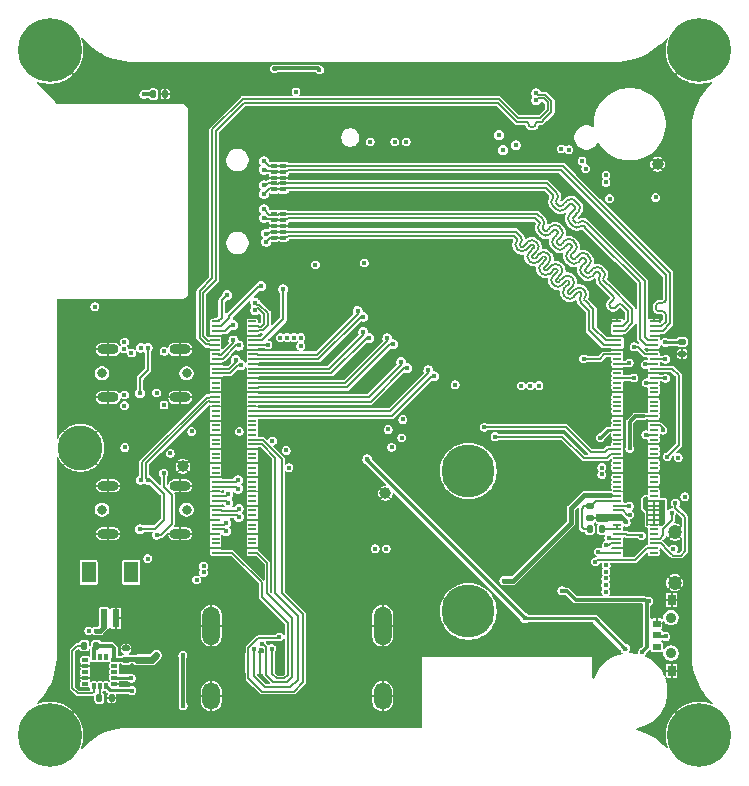
<source format=gbr>
%TF.GenerationSoftware,KiCad,Pcbnew,9.0.0*%
%TF.CreationDate,2025-04-08T18:44:39+02:00*%
%TF.ProjectId,CM5_MINIMA_3,434d355f-4d49-44e4-994d-415f332e6b69,2*%
%TF.SameCoordinates,Original*%
%TF.FileFunction,Copper,L6,Bot*%
%TF.FilePolarity,Positive*%
%FSLAX46Y46*%
G04 Gerber Fmt 4.6, Leading zero omitted, Abs format (unit mm)*
G04 Created by KiCad (PCBNEW 9.0.0) date 2025-04-08 18:44:39*
%MOMM*%
%LPD*%
G01*
G04 APERTURE LIST*
G04 Aperture macros list*
%AMRoundRect*
0 Rectangle with rounded corners*
0 $1 Rounding radius*
0 $2 $3 $4 $5 $6 $7 $8 $9 X,Y pos of 4 corners*
0 Add a 4 corners polygon primitive as box body*
4,1,4,$2,$3,$4,$5,$6,$7,$8,$9,$2,$3,0*
0 Add four circle primitives for the rounded corners*
1,1,$1+$1,$2,$3*
1,1,$1+$1,$4,$5*
1,1,$1+$1,$6,$7*
1,1,$1+$1,$8,$9*
0 Add four rect primitives between the rounded corners*
20,1,$1+$1,$2,$3,$4,$5,0*
20,1,$1+$1,$4,$5,$6,$7,0*
20,1,$1+$1,$6,$7,$8,$9,0*
20,1,$1+$1,$8,$9,$2,$3,0*%
G04 Aperture macros list end*
%TA.AperFunction,SMDPad,CuDef*%
%ADD10RoundRect,0.075000X0.200000X-0.075000X0.200000X0.075000X-0.200000X0.075000X-0.200000X-0.075000X0*%
%TD*%
%TA.AperFunction,ComponentPad*%
%ADD11C,4.500000*%
%TD*%
%TA.AperFunction,ComponentPad*%
%ADD12C,5.400000*%
%TD*%
%TA.AperFunction,SMDPad,CuDef*%
%ADD13RoundRect,0.135000X-0.135000X-0.185000X0.135000X-0.185000X0.135000X0.185000X-0.135000X0.185000X0*%
%TD*%
%TA.AperFunction,ComponentPad*%
%ADD14C,2.600000*%
%TD*%
%TA.AperFunction,ConnectorPad*%
%ADD15C,3.800000*%
%TD*%
%TA.AperFunction,ComponentPad*%
%ADD16C,0.800000*%
%TD*%
%TA.AperFunction,ComponentPad*%
%ADD17O,1.800000X0.860000*%
%TD*%
%TA.AperFunction,ComponentPad*%
%ADD18C,1.000000*%
%TD*%
%TA.AperFunction,ComponentPad*%
%ADD19O,1.500000X3.300000*%
%TD*%
%TA.AperFunction,ComponentPad*%
%ADD20O,1.500000X2.300000*%
%TD*%
%TA.AperFunction,ComponentPad*%
%ADD21C,1.200000*%
%TD*%
%TA.AperFunction,SMDPad,CuDef*%
%ADD22R,0.700000X0.200000*%
%TD*%
%TA.AperFunction,SMDPad,CuDef*%
%ADD23RoundRect,0.135000X0.135000X0.185000X-0.135000X0.185000X-0.135000X-0.185000X0.135000X-0.185000X0*%
%TD*%
%TA.AperFunction,SMDPad,CuDef*%
%ADD24RoundRect,0.135000X0.185000X-0.135000X0.185000X0.135000X-0.185000X0.135000X-0.185000X-0.135000X0*%
%TD*%
%TA.AperFunction,SMDPad,CuDef*%
%ADD25RoundRect,0.087500X0.187500X0.087500X-0.187500X0.087500X-0.187500X-0.087500X0.187500X-0.087500X0*%
%TD*%
%TA.AperFunction,SMDPad,CuDef*%
%ADD26RoundRect,0.087500X0.087500X0.187500X-0.087500X0.187500X-0.087500X-0.187500X0.087500X-0.187500X0*%
%TD*%
%TA.AperFunction,SMDPad,CuDef*%
%ADD27R,0.600000X1.550000*%
%TD*%
%TA.AperFunction,SMDPad,CuDef*%
%ADD28R,1.200000X1.800000*%
%TD*%
%TA.AperFunction,SMDPad,CuDef*%
%ADD29R,0.250000X0.680000*%
%TD*%
%TA.AperFunction,ComponentPad*%
%ADD30C,0.900000*%
%TD*%
%TA.AperFunction,SMDPad,CuDef*%
%ADD31R,0.700000X0.600000*%
%TD*%
%TA.AperFunction,SMDPad,CuDef*%
%ADD32R,0.700000X0.900000*%
%TD*%
%TA.AperFunction,SMDPad,CuDef*%
%ADD33RoundRect,0.140000X0.170000X-0.140000X0.170000X0.140000X-0.170000X0.140000X-0.170000X-0.140000X0*%
%TD*%
%TA.AperFunction,ViaPad*%
%ADD34C,0.450000*%
%TD*%
%TA.AperFunction,Conductor*%
%ADD35C,0.130000*%
%TD*%
%TA.AperFunction,Conductor*%
%ADD36C,0.200000*%
%TD*%
%TA.AperFunction,Conductor*%
%ADD37C,0.300000*%
%TD*%
%TA.AperFunction,Conductor*%
%ADD38C,0.250000*%
%TD*%
%TA.AperFunction,Conductor*%
%ADD39C,0.150000*%
%TD*%
%TA.AperFunction,Conductor*%
%ADD40C,0.400000*%
%TD*%
%TA.AperFunction,Conductor*%
%ADD41C,0.600000*%
%TD*%
%TA.AperFunction,Conductor*%
%ADD42C,0.140000*%
%TD*%
G04 APERTURE END LIST*
D10*
%TO.P,U402,1,D1+*%
%TO.N,/CM5/ETH_PI.TRD2_P*%
X18990000Y46227020D03*
%TO.P,U402,2,D1-*%
%TO.N,/CM5/ETH_PI.TRD2_N*%
X18990000Y46727020D03*
%TO.P,U402,3,GND*%
%TO.N,GND*%
X18990000Y47227020D03*
%TO.P,U402,4,D2+*%
%TO.N,/CM5/ETH_PI.TRD3_P*%
X18990000Y47727020D03*
%TO.P,U402,5,D2-*%
%TO.N,/CM5/ETH_PI.TRD3_N*%
X18990000Y48227020D03*
%TO.P,U402,6*%
X19760000Y48227020D03*
%TO.P,U402,7*%
%TO.N,/CM5/ETH_PI.TRD3_P*%
X19760000Y47727020D03*
%TO.P,U402,8,GND*%
%TO.N,GND*%
X19760000Y47227020D03*
%TO.P,U402,9*%
%TO.N,/CM5/ETH_PI.TRD2_N*%
X19760000Y46727020D03*
%TO.P,U402,10*%
%TO.N,/CM5/ETH_PI.TRD2_P*%
X19760000Y46227020D03*
%TD*%
%TO.P,U401,10*%
%TO.N,/CM5/ETH_PI.TRD0_P*%
X19772500Y42152020D03*
%TO.P,U401,9*%
%TO.N,/CM5/ETH_PI.TRD0_N*%
X19772500Y42652020D03*
%TO.P,U401,8,GND*%
%TO.N,GND*%
X19772500Y43152020D03*
%TO.P,U401,7*%
%TO.N,/CM5/ETH_PI.TRD1_P*%
X19772500Y43652020D03*
%TO.P,U401,6*%
%TO.N,/CM5/ETH_PI.TRD1_N*%
X19772500Y44152020D03*
%TO.P,U401,5,D2-*%
X19002500Y44152020D03*
%TO.P,U401,4,D2+*%
%TO.N,/CM5/ETH_PI.TRD1_P*%
X19002500Y43652020D03*
%TO.P,U401,3,GND*%
%TO.N,GND*%
X19002500Y43152020D03*
%TO.P,U401,2,D1-*%
%TO.N,/CM5/ETH_PI.TRD0_N*%
X19002500Y42652020D03*
%TO.P,U401,1,D1+*%
%TO.N,/CM5/ETH_PI.TRD0_P*%
X19002500Y42152020D03*
%TD*%
D11*
%TO.P,M701,1*%
%TO.N,N/C*%
X35450000Y22375000D03*
%TD*%
D12*
%TO.P,H105,1,1*%
%TO.N,GND*%
X0Y0D03*
%TD*%
D11*
%TO.P,M702,1*%
%TO.N,N/C*%
X35450000Y10500000D03*
%TD*%
D13*
%TO.P,R403,1*%
%TO.N,Net-(J1-MP1)*%
X8765000Y54300000D03*
%TO.P,R403,2*%
%TO.N,GND*%
X9785000Y54300000D03*
%TD*%
D12*
%TO.P,H103,1,1*%
%TO.N,GND*%
X55000000Y58000000D03*
%TD*%
D14*
%TO.P,H101,1,1*%
%TO.N,GND*%
X2600000Y24350000D03*
D15*
X2600000Y24350000D03*
%TD*%
D16*
%TO.P,J101,*%
%TO.N,*%
X11580000Y30650000D03*
X4420000Y30650000D03*
D17*
%TO.P,J101,1,SHIELD*%
%TO.N,GND*%
X11050000Y28620000D03*
X11050000Y32680000D03*
X4950000Y28620000D03*
X4950000Y32680000D03*
%TD*%
D18*
%TO.P,TP105,1,1*%
%TO.N,GND*%
X11280000Y22780000D03*
%TD*%
D19*
%TO.P,J501,SH1,SH*%
%TO.N,GND*%
X28190000Y9280000D03*
%TO.P,J501,SH2,SH*%
X13690000Y9280000D03*
D20*
%TO.P,J501,SH3,SH*%
X13690000Y3320000D03*
%TO.P,J501,SH4,SH*%
X28190000Y3320000D03*
%TD*%
D12*
%TO.P,H104,1,1*%
%TO.N,GND*%
X55000000Y0D03*
%TD*%
D16*
%TO.P,USB701,*%
%TO.N,*%
X11580000Y19100000D03*
X4420000Y19100000D03*
D17*
%TO.P,USB701,1,EP*%
%TO.N,GND*%
X11050000Y17070000D03*
X11050000Y21130000D03*
X4950000Y17070000D03*
X4950000Y21130000D03*
%TD*%
D12*
%TO.P,H102,1,1*%
%TO.N,GND*%
X0Y58000000D03*
%TD*%
D21*
%TO.P,SW501,4,4*%
%TO.N,GND*%
X52920000Y17230000D03*
%TO.P,SW501,5,5*%
X52920000Y12930000D03*
%TD*%
D18*
%TO.P,TP104,1,1*%
%TO.N,GND*%
X51460000Y48370000D03*
%TD*%
%TO.P,TP106,1,1*%
%TO.N,GND*%
X28410000Y20500000D03*
%TD*%
D22*
%TO.P,Module301,1,GND*%
%TO.N,GND*%
X51140000Y35050000D03*
%TO.P,Module301,2,GND*%
X48060000Y35050000D03*
%TO.P,Module301,3,Ethernet_Pair3_P*%
%TO.N,/CM5/ETH_PI.TRD3_P*%
X51140000Y34650000D03*
%TO.P,Module301,4,Ethernet_Pair1_P*%
%TO.N,/CM5/ETH_PI.TRD1_P*%
X48060000Y34650000D03*
%TO.P,Module301,5,Ethernet_Pair3_N*%
%TO.N,/CM5/ETH_PI.TRD3_N*%
X51140000Y34250000D03*
%TO.P,Module301,6,Ethernet_Pair1_N*%
%TO.N,/CM5/ETH_PI.TRD1_N*%
X48060000Y34250000D03*
%TO.P,Module301,7,GND*%
%TO.N,GND*%
X51140000Y33850000D03*
%TO.P,Module301,8,GND*%
X48060000Y33850000D03*
%TO.P,Module301,9,Ethernet_Pair2_N*%
%TO.N,/CM5/ETH_PI.TRD2_N*%
X51140000Y33450000D03*
%TO.P,Module301,10,Ethernet_Pair0_N*%
%TO.N,/CM5/ETH_PI.TRD0_N*%
X48060000Y33450000D03*
%TO.P,Module301,11,Ethernet_Pair2_P*%
%TO.N,/CM5/ETH_PI.TRD2_P*%
X51140000Y33050000D03*
%TO.P,Module301,12,Ethernet_Pair0_P*%
%TO.N,/CM5/ETH_PI.TRD0_P*%
X48060000Y33050000D03*
%TO.P,Module301,13,GND*%
%TO.N,GND*%
X51140000Y32650000D03*
%TO.P,Module301,14,GND*%
X48060000Y32650000D03*
%TO.P,Module301,15,Ethernet_nLED3(3.3v)*%
%TO.N,/CM5/ETH_nLED_ACTIVITY*%
X51140000Y32250000D03*
%TO.P,Module301,16,FAN_TACHO*%
%TO.N,/CM5/TACHO*%
X48060000Y32250000D03*
%TO.P,Module301,17,Ethernet_nLED2(3.3v)*%
%TO.N,/CM5/nLED_SPEED_100_1000*%
X51140000Y31850000D03*
%TO.P,Module301,18,Ethernet_SYNC_OUT(3.3v)*%
%TO.N,/CM5/SYNC_OUT*%
X48060000Y31850000D03*
%TO.P,Module301,19,FAN_PWM*%
%TO.N,/CM5/PWM*%
X51140000Y31450000D03*
%TO.P,Module301,20,EEPROM_nWP*%
%TO.N,/CM5/EEPROM_nWP*%
X48060000Y31450000D03*
%TO.P,Module301,21,LED_nACT*%
%TO.N,/CM5/nLED_ACTIVITY*%
X51140000Y31050000D03*
%TO.P,Module301,22,GND*%
%TO.N,GND*%
X48060000Y31050000D03*
%TO.P,Module301,23,GND*%
X51140000Y30650000D03*
%TO.P,Module301,24,GPIO26*%
%TO.N,/CM5/GPIO26*%
X48060000Y30650000D03*
%TO.P,Module301,25,GPIO21*%
%TO.N,/CM5/SCLK_GPIO21*%
X51140000Y30250000D03*
%TO.P,Module301,26,GPIO19*%
%TO.N,/CM5/MISO_GPIO19*%
X48060000Y30250000D03*
%TO.P,Module301,27,GPIO20*%
%TO.N,/CM5/MOSI_GPIO20*%
X51140000Y29850000D03*
%TO.P,Module301,28,GPIO13*%
%TO.N,/CM5/GPIO13*%
X48060000Y29850000D03*
%TO.P,Module301,29,GPIO16*%
%TO.N,/CM5/GPIO16*%
X51140000Y29450000D03*
%TO.P,Module301,30,GPIO6*%
%TO.N,/CM5/GPIO6*%
X48060000Y29450000D03*
%TO.P,Module301,31,GPIO12*%
%TO.N,/CM5/GPIO12*%
X51140000Y29050000D03*
%TO.P,Module301,32,GND*%
%TO.N,GND*%
X48060000Y29050000D03*
%TO.P,Module301,33,GND*%
X51140000Y28650000D03*
%TO.P,Module301,34,GPIO5*%
%TO.N,/CM5/GPIO5*%
X48060000Y28650000D03*
%TO.P,Module301,35,ID_SC*%
%TO.N,/CM5/ID_SC*%
X51140000Y28250000D03*
%TO.P,Module301,36,ID_SD*%
%TO.N,/CM5/ID_SD*%
X48060000Y28250000D03*
%TO.P,Module301,37,GPIO7*%
%TO.N,/CM5/GPIO7*%
X51140000Y27850000D03*
%TO.P,Module301,38,GPIO11*%
%TO.N,/CM5/GPIO11*%
X48060000Y27850000D03*
%TO.P,Module301,39,GPIO8*%
%TO.N,/CM5/GPIO8*%
X51140000Y27450000D03*
%TO.P,Module301,40,GPIO9*%
%TO.N,/CM5/GPIO9*%
X48060000Y27450000D03*
%TO.P,Module301,41,GPIO25*%
%TO.N,/CM5/DC_GPI25*%
X51140000Y27050000D03*
%TO.P,Module301,42,GND*%
%TO.N,GND*%
X48060000Y27050000D03*
%TO.P,Module301,43,GND*%
X51140000Y26650000D03*
%TO.P,Module301,44,GPIO10*%
%TO.N,/CM5/GPIO10*%
X48060000Y26650000D03*
%TO.P,Module301,45,GPIO24*%
%TO.N,/CM5/BL_GPIO24*%
X51140000Y26250000D03*
%TO.P,Module301,46,GPIO22*%
%TO.N,/CM5/GPIO22*%
X48060000Y26250000D03*
%TO.P,Module301,47,GPIO23*%
%TO.N,/CM5/GPIO23*%
X51140000Y25850000D03*
%TO.P,Module301,48,GPIO27*%
%TO.N,/CM5/RST_GPIO27*%
X48060000Y25850000D03*
%TO.P,Module301,49,GPIO18*%
%TO.N,/CM5/CS_GPIO18*%
X51140000Y25450000D03*
%TO.P,Module301,50,GPIO17*%
%TO.N,/CM5/GPIO17*%
X48060000Y25450000D03*
%TO.P,Module301,51,GPIO15*%
%TO.N,/CM5/GPIO15*%
X51140000Y25050000D03*
%TO.P,Module301,52,GND*%
%TO.N,GND*%
X48060000Y25050000D03*
%TO.P,Module301,53,GND*%
X51140000Y24650000D03*
%TO.P,Module301,54,GPIO4*%
%TO.N,/CM5/GPIO4*%
X48060000Y24650000D03*
%TO.P,Module301,55,GPIO14*%
%TO.N,/CM5/GPIO14*%
X51140000Y24250000D03*
%TO.P,Module301,56,GPIO3*%
%TO.N,/IO/SCL*%
X48060000Y24250000D03*
%TO.P,Module301,57,SD_CLK*%
%TO.N,/CM5/SD_CLK*%
X51140000Y23850000D03*
%TO.P,Module301,58,GPIO2*%
%TO.N,/IO/SDA*%
X48060000Y23850000D03*
%TO.P,Module301,59,GND*%
%TO.N,GND*%
X51140000Y23450000D03*
%TO.P,Module301,60,GND*%
X48060000Y23450000D03*
%TO.P,Module301,61,SD_DAT3*%
%TO.N,/CM5/SD_DAT3*%
X51140000Y23050000D03*
%TO.P,Module301,62,SD_CMD*%
%TO.N,/CM5/SD_CMD*%
X48060000Y23050000D03*
%TO.P,Module301,63,SD_DAT0*%
%TO.N,/CM5/SD_DAT0*%
X51140000Y22650000D03*
%TO.P,Module301,64,SD_DAT5*%
%TO.N,unconnected-(Module301-SD_DAT5-Pad64)*%
X48060000Y22650000D03*
%TO.P,Module301,65,GND*%
%TO.N,GND*%
X51140000Y22250000D03*
%TO.P,Module301,66,GND*%
X48060000Y22250000D03*
%TO.P,Module301,67,SD_DAT1*%
%TO.N,/CM5/SD_DAT1*%
X51140000Y21850000D03*
%TO.P,Module301,68,SD_DAT4*%
%TO.N,unconnected-(Module301-SD_DAT4-Pad68)*%
X48060000Y21850000D03*
%TO.P,Module301,69,SD_DAT2*%
%TO.N,/CM5/SD_DAT2*%
X51140000Y21450000D03*
%TO.P,Module301,70,SD_DAT7*%
%TO.N,unconnected-(Module301-SD_DAT7-Pad70)*%
X48060000Y21450000D03*
%TO.P,Module301,71,GND*%
%TO.N,GND*%
X51140000Y21050000D03*
%TO.P,Module301,72,SD_DAT6*%
%TO.N,unconnected-(Module301-SD_DAT6-Pad72)*%
X48060000Y21050000D03*
%TO.P,Module301,73,SD_VDD_Override*%
%TO.N,unconnected-(Module301-SD_VDD_Override-Pad73)*%
X51140000Y20650000D03*
%TO.P,Module301,74,GND*%
%TO.N,GND*%
X48060000Y20650000D03*
%TO.P,Module301,75,SD_PWR_ON*%
%TO.N,/CM5/SD_PWR_ON*%
X51140000Y20250000D03*
%TO.P,Module301,76,VBAT*%
%TO.N,+BATT*%
X48060000Y20250000D03*
%TO.P,Module301,77,+5v_(Input)*%
%TO.N,+5V*%
X51140000Y19850000D03*
%TO.P,Module301,78,GPIO_VREF(1.8v/3.3v_Input)*%
%TO.N,/CM5/GPIO_VREF*%
X48060000Y19850000D03*
%TO.P,Module301,79,+5v_(Input)*%
%TO.N,+5V*%
X51140000Y19450000D03*
%TO.P,Module301,80,SCL0*%
%TO.N,/CM5/SCL0*%
X48060000Y19450000D03*
%TO.P,Module301,81,+5v_(Input)*%
%TO.N,+5V*%
X51140000Y19050000D03*
%TO.P,Module301,82,SDA0*%
%TO.N,/CM5/SDA0*%
X48060000Y19050000D03*
%TO.P,Module301,83,+5v_(Input)*%
%TO.N,+5V*%
X51140000Y18650000D03*
%TO.P,Module301,84,+3.3v_(Output)*%
%TO.N,+3V3_PI*%
X48060000Y18650000D03*
%TO.P,Module301,85,+5v_(Input)*%
%TO.N,+5V*%
X51140000Y18250000D03*
%TO.P,Module301,86,+3.3v_(Output)*%
%TO.N,+3V3_PI*%
X48060000Y18250000D03*
%TO.P,Module301,87,+5v_(Input)*%
%TO.N,+5V*%
X51140000Y17850000D03*
%TO.P,Module301,88,+1.8v_(Output)*%
%TO.N,+1V8*%
X48060000Y17850000D03*
%TO.P,Module301,89,WiFi_nDisable*%
%TO.N,/CM5/WL_nDis*%
X51140000Y17450000D03*
%TO.P,Module301,90,+1.8v_(Output)*%
%TO.N,+1V8*%
X48060000Y17450000D03*
%TO.P,Module301,91,BT_nDisable*%
%TO.N,/CM5/BT_nDis*%
X51140000Y17050000D03*
%TO.P,Module301,92,PWR_BUT*%
%TO.N,/CM5/PWR_BUT*%
X48060000Y17050000D03*
%TO.P,Module301,93,nRPIBOOT*%
%TO.N,/CM5/nRPIBOOT*%
X51140000Y16650000D03*
%TO.P,Module301,94,CC1*%
%TO.N,/CC1*%
X48060000Y16650000D03*
%TO.P,Module301,95,LED_nPWR*%
%TO.N,/CM5/PI_nLED_PWR*%
X51140000Y16250000D03*
%TO.P,Module301,96,CC2*%
%TO.N,/CC2*%
X48060000Y16250000D03*
%TO.P,Module301,97,CAM_GPIO0*%
%TO.N,/CM5/CAM_GPIO0*%
X51140000Y15850000D03*
%TO.P,Module301,98,GND*%
%TO.N,GND*%
X48060000Y15850000D03*
%TO.P,Module301,99,PMIC_ENABLE*%
%TO.N,/CM5/GLOBAL_EN*%
X51140000Y15450000D03*
%TO.P,Module301,100,CAM_GPIO1*%
%TO.N,/CM5/CAM_GPIO1*%
X48060000Y15450000D03*
%TD*%
D23*
%TO.P,R103,1*%
%TO.N,+1V8*%
X46750000Y17470000D03*
%TO.P,R103,2*%
%TO.N,/CM5/GPIO_VREF*%
X45730000Y17470000D03*
%TD*%
%TO.P,R108,1*%
%TO.N,GND*%
X5230000Y3160000D03*
%TO.P,R108,2*%
%TO.N,Net-(U1-SDO)*%
X4210000Y3160000D03*
%TD*%
D24*
%TO.P,R102,1*%
%TO.N,+3V3_PI*%
X45780000Y18370000D03*
%TO.P,R102,2*%
%TO.N,/CM5/GPIO_VREF*%
X45780000Y19390000D03*
%TD*%
D25*
%TO.P,U1,1,VDD_IO*%
%TO.N,+3V3_PI*%
X5460000Y6380000D03*
%TO.P,U1,2,NC*%
%TO.N,unconnected-(U1-NC-Pad2)*%
X5460000Y5880000D03*
%TO.P,U1,3,NC*%
%TO.N,unconnected-(U1-NC-Pad3)*%
X5460000Y5380000D03*
%TO.P,U1,4,SPC*%
%TO.N,/IO/SCL*%
X5460000Y4880000D03*
%TO.P,U1,5,GND*%
%TO.N,GND*%
X5460000Y4380000D03*
D26*
%TO.P,U1,6,SDI*%
%TO.N,/IO/SDA*%
X4735000Y4155000D03*
%TO.P,U1,7,SDO*%
%TO.N,Net-(U1-SDO)*%
X4235000Y4155000D03*
%TO.P,U1,8,CS*%
%TO.N,Net-(U1-CS)*%
X3735000Y4155000D03*
D25*
%TO.P,U1,9,INT2*%
%TO.N,unconnected-(U1-INT2-Pad9)*%
X3010000Y4380000D03*
%TO.P,U1,10,RES*%
%TO.N,GND*%
X3010000Y4880000D03*
%TO.P,U1,11,INT1*%
%TO.N,unconnected-(U1-INT1-Pad11)*%
X3010000Y5380000D03*
%TO.P,U1,12,GND*%
%TO.N,GND*%
X3010000Y5880000D03*
%TO.P,U1,13,ADC3*%
%TO.N,unconnected-(U1-ADC3-Pad13)*%
X3010000Y6380000D03*
D26*
%TO.P,U1,14,VDD*%
%TO.N,+3V3_PI*%
X3735000Y6605000D03*
%TO.P,U1,15,ADC2*%
%TO.N,unconnected-(U1-ADC2-Pad15)*%
X4235000Y6605000D03*
%TO.P,U1,16,ADC1*%
%TO.N,unconnected-(U1-ADC1-Pad16)*%
X4735000Y6605000D03*
%TD*%
D27*
%TO.P,CN1,1,1*%
%TO.N,+BATT*%
X4600000Y9920000D03*
%TO.P,CN1,2,2*%
%TO.N,GND*%
X5600000Y9920000D03*
D28*
%TO.P,CN1,3,3*%
%TO.N,unconnected-(CN1-Pad3)*%
X6900000Y13800000D03*
%TO.P,CN1,4,4*%
%TO.N,unconnected-(CN1-Pad4)*%
X3300000Y13800000D03*
%TD*%
D29*
%TO.P,D403,1,CH1*%
%TO.N,/CM5/HDMI_PI.CEC*%
X16820000Y6540000D03*
%TO.P,D403,2,CH2*%
%TO.N,/CM5/HDMI_PI.HOTPLUG*%
X17320000Y6540000D03*
%TO.P,D403,3,GND*%
%TO.N,GND*%
X17820000Y6540000D03*
%TO.P,D403,4,CH3*%
%TO.N,/CM5/HDMI_PI.SDA*%
X18320000Y6540000D03*
%TO.P,D403,5,CH4*%
%TO.N,/CM5/HDMI_PI.SCL*%
X18820000Y6540000D03*
%TO.P,D403,6,NC*%
X18820000Y5680000D03*
%TO.P,D403,7,NC*%
%TO.N,/CM5/HDMI_PI.SDA*%
X18320000Y5680000D03*
%TO.P,D403,8,GND*%
%TO.N,GND*%
X17820000Y5680000D03*
%TO.P,D403,9,NC*%
%TO.N,/CM5/HDMI_PI.HOTPLUG*%
X17320000Y5680000D03*
%TO.P,D403,10,NC*%
%TO.N,/CM5/HDMI_PI.CEC*%
X16820000Y5680000D03*
%TD*%
D30*
%TO.P,SW101,*%
%TO.N,*%
X52590000Y9970000D03*
X52590000Y6970000D03*
D31*
%TO.P,SW101,1,1*%
%TO.N,GND*%
X51400000Y9470000D03*
%TO.P,SW101,2,2*%
%TO.N,unconnected-(SW101-Pad2)*%
X51400000Y7470000D03*
D32*
%TO.P,SW101,4,4*%
%TO.N,GND*%
X52660000Y5470000D03*
%TO.P,SW101,5,5*%
X52660000Y11470000D03*
D31*
%TO.P,SW101,C,C*%
%TO.N,/CM5/nRPIBOOT*%
X51400000Y8470000D03*
%TD*%
D13*
%TO.P,R107,1*%
%TO.N,Net-(U1-CS)*%
X2910000Y7610000D03*
%TO.P,R107,2*%
%TO.N,+3V3_PI*%
X3930000Y7610000D03*
%TD*%
D33*
%TO.P,C503,1*%
%TO.N,+3V3_PI*%
X6460000Y6400000D03*
%TO.P,C503,2*%
%TO.N,GND*%
X6460000Y7360000D03*
%TD*%
D24*
%TO.P,R104,1*%
%TO.N,GND*%
X53540000Y32300000D03*
%TO.P,R104,2*%
%TO.N,/CM5/EEPROM_nWP*%
X53540000Y33320000D03*
%TD*%
D22*
%TO.P,Module302,101,USB_OTG_ID*%
%TO.N,/CM5/USBOTG_ID*%
X17140000Y35050000D03*
%TO.P,Module302,102,PCIe_nCLKREQ*%
%TO.N,/CM5/PCIE_PI.nCLKREQ*%
X14060000Y35050000D03*
%TO.P,Module302,103,USB2_N*%
%TO.N,/USB_C.D_N*%
X17140000Y34650000D03*
%TO.P,Module302,104,PCIE_nWAKE*%
%TO.N,/CM5/PCIE_PI.nWAKE*%
X14060000Y34650000D03*
%TO.P,Module302,105,USB2_P*%
%TO.N,/USB_C.D_P*%
X17140000Y34250000D03*
%TO.P,Module302,106,PCIE_PWR_EN*%
%TO.N,/CM5/PCIE_PI.PWR_EN*%
X14060000Y34250000D03*
%TO.P,Module302,107,GND*%
%TO.N,GND*%
X17140000Y33850000D03*
%TO.P,Module302,108,GND*%
X14060000Y33850000D03*
%TO.P,Module302,109,PCIe_nRST*%
%TO.N,/CM5/PCIE_PI.nRST*%
X17140000Y33450000D03*
%TO.P,Module302,110,PCIe_CLK_P*%
%TO.N,/CM5/PCIE_PI.CLK_P*%
X14060000Y33450000D03*
%TO.P,Module302,111,VBUS_EN*%
%TO.N,/CM5/VBUS_EN*%
X17140000Y33050000D03*
%TO.P,Module302,112,PCIe_CLK_N*%
%TO.N,/CM5/PCIE_PI.CLK_N*%
X14060000Y33050000D03*
%TO.P,Module302,113,GND*%
%TO.N,GND*%
X17140000Y32650000D03*
%TO.P,Module302,114,GND*%
X14060000Y32650000D03*
%TO.P,Module302,115,MIPI0_D0_N*%
%TO.N,/CM5/DPHY0_P.D0_N*%
X17140000Y32250000D03*
%TO.P,Module302,116,PCIe_RX_P*%
%TO.N,/CM5/PCIE_PI.RX_P*%
X14060000Y32250000D03*
%TO.P,Module302,117,MIPI0_D0_P*%
%TO.N,/CM5/DPHY0_P.D0_P*%
X17140000Y31850000D03*
%TO.P,Module302,118,PCIe_RX_N*%
%TO.N,/CM5/PCIE_PI.RX_N*%
X14060000Y31850000D03*
%TO.P,Module302,119,GND*%
%TO.N,GND*%
X17140000Y31450000D03*
%TO.P,Module302,120,GND*%
X14060000Y31450000D03*
%TO.P,Module302,121,MIPI0_D1_N*%
%TO.N,/CM5/DPHY0_P.D1_N*%
X17140000Y31050000D03*
%TO.P,Module302,122,PCIe_TX_P*%
%TO.N,/CM5/PCIE_PI.TX_P*%
X14060000Y31050000D03*
%TO.P,Module302,123,MIPI0_D1_P*%
%TO.N,/CM5/DPHY0_P.D1_P*%
X17140000Y30650000D03*
%TO.P,Module302,124,PCIe_TX_N*%
%TO.N,/CM5/PCIE_PI.TX_N*%
X14060000Y30650000D03*
%TO.P,Module302,125,GND*%
%TO.N,GND*%
X17140000Y30250000D03*
%TO.P,Module302,126,GND*%
X14060000Y30250000D03*
%TO.P,Module302,127,MIPI0_C_N*%
%TO.N,/CM5/DPHY0_P.C_N*%
X17140000Y29850000D03*
%TO.P,Module302,128,USB3-0-RX_N*%
%TO.N,/CM5/USB3-0-RX_N*%
X14060000Y29850000D03*
%TO.P,Module302,129,MIPI0_C_P*%
%TO.N,/CM5/DPHY0_P.C_P*%
X17140000Y29450000D03*
%TO.P,Module302,130,USB3-0-RX_P*%
%TO.N,/CM5/USB3-0-RX_P*%
X14060000Y29450000D03*
%TO.P,Module302,131,GND*%
%TO.N,GND*%
X17140000Y29050000D03*
%TO.P,Module302,132,GND*%
X14060000Y29050000D03*
%TO.P,Module302,133,MIPI0_D2_N*%
%TO.N,/CM5/DPHY0_P.D2_N*%
X17140000Y28650000D03*
%TO.P,Module302,134,USB3-0-D_P*%
%TO.N,/CM5/USB2P.D_P*%
X14060000Y28650000D03*
%TO.P,Module302,135,MIPI0_D2_P*%
%TO.N,/CM5/DPHY0_P.D2_P*%
X17140000Y28250000D03*
%TO.P,Module302,136,USB3-0-D_N*%
%TO.N,/CM5/USB2P.D_N*%
X14060000Y28250000D03*
%TO.P,Module302,137,GND*%
%TO.N,GND*%
X17140000Y27850000D03*
%TO.P,Module302,138,GND*%
X14060000Y27850000D03*
%TO.P,Module302,139,MIPI0_D3_N*%
%TO.N,/CM5/DPHY0_P.D3_N*%
X17140000Y27450000D03*
%TO.P,Module302,140,USB3-0-TX_N*%
%TO.N,/CM5/USB3-0-TX_N*%
X14060000Y27450000D03*
%TO.P,Module302,141,MIPI0_D3_P*%
%TO.N,/CM5/DPHY0_P.D3_P*%
X17140000Y27050000D03*
%TO.P,Module302,142,USB3-0-TX_P*%
%TO.N,/CM5/USB3-0-TX_P*%
X14060000Y27050000D03*
%TO.P,Module302,143,HDMI1_HOTPLUG*%
%TO.N,/CM5/HDMI1_HOTPLUG*%
X17140000Y26650000D03*
%TO.P,Module302,144,GND*%
%TO.N,GND*%
X14060000Y26650000D03*
%TO.P,Module302,145,HDMI1_SDA*%
%TO.N,/CM5/HDMI1_SDA*%
X17140000Y26250000D03*
%TO.P,Module302,146,HDMI1_TX2_P*%
%TO.N,/CM5/HDMI1_D2_P*%
X14060000Y26250000D03*
%TO.P,Module302,147,HDMI1_SCL*%
%TO.N,/CM5/HDMI1_SCL*%
X17140000Y25850000D03*
%TO.P,Module302,148,HDMI1_TX2_N*%
%TO.N,/CM5/HDMI1_D2_N*%
X14060000Y25850000D03*
%TO.P,Module302,149,HDMI1_CEC*%
%TO.N,/CM5/HDMI1_CEC*%
X17140000Y25450000D03*
%TO.P,Module302,150,GND*%
%TO.N,GND*%
X14060000Y25450000D03*
%TO.P,Module302,151,HDMI0_CEC*%
%TO.N,/CM5/HDMI_PI.CEC*%
X17140000Y25050000D03*
%TO.P,Module302,152,HDMI1_TX1_P*%
%TO.N,/CM5/HDMI1_D1_P*%
X14060000Y25050000D03*
%TO.P,Module302,153,HDMI0_HOTPLUG*%
%TO.N,/CM5/HDMI_PI.HOTPLUG*%
X17140000Y24650000D03*
%TO.P,Module302,154,HDMI1_TX1_N*%
%TO.N,/CM5/HDMI1_D1_N*%
X14060000Y24650000D03*
%TO.P,Module302,155,GND*%
%TO.N,GND*%
X17140000Y24250000D03*
%TO.P,Module302,156,GND*%
X14060000Y24250000D03*
%TO.P,Module302,157,USB3-1-RX_N*%
%TO.N,/CM5/USB3-1-RX_N*%
X17140000Y23850000D03*
%TO.P,Module302,158,HDMI1_TX0_P*%
%TO.N,/CM5/HDMI1_D0_P*%
X14060000Y23850000D03*
%TO.P,Module302,159,USB3-1-RX_P*%
%TO.N,/CM5/USB3-1-RX_P*%
X17140000Y23450000D03*
%TO.P,Module302,160,HDMI1_TX0_N*%
%TO.N,/CM5/HDMI1_D0_N*%
X14060000Y23450000D03*
%TO.P,Module302,161,GND*%
%TO.N,GND*%
X17140000Y23050000D03*
%TO.P,Module302,162,GND*%
X14060000Y23050000D03*
%TO.P,Module302,163,USB3-1-D_P*%
%TO.N,/CM5/USB3-1-D_P*%
X17140000Y22650000D03*
%TO.P,Module302,164,HDMI1_CLK_P*%
%TO.N,/CM5/HDMI1_CK_P*%
X14060000Y22650000D03*
%TO.P,Module302,165,USB3-1-D_N*%
%TO.N,/CM5/USB3-1-D_N*%
X17140000Y22250000D03*
%TO.P,Module302,166,HDMI1_CLK_N*%
%TO.N,/CM5/HDMI1_CK_N*%
X14060000Y22250000D03*
%TO.P,Module302,167,GND*%
%TO.N,GND*%
X17140000Y21850000D03*
%TO.P,Module302,168,GND*%
X14060000Y21850000D03*
%TO.P,Module302,169,USB3-1-TX_N*%
%TO.N,/CM5/USB3-1-TX_N*%
X17140000Y21450000D03*
%TO.P,Module302,170,HDMI0_TX2_P*%
%TO.N,/CM5/HDMI_PI.D2_P*%
X14060000Y21450000D03*
%TO.P,Module302,171,USB3-1-TX_P*%
%TO.N,/CM5/USB3-1-TX_P*%
X17140000Y21050000D03*
%TO.P,Module302,172,HDMI0_TX2_N*%
%TO.N,/CM5/HDMI_PI.D2_N*%
X14060000Y21050000D03*
%TO.P,Module302,173,GND*%
%TO.N,GND*%
X17140000Y20650000D03*
%TO.P,Module302,174,GND*%
X14060000Y20650000D03*
%TO.P,Module302,175,MIPI1_D0_N*%
%TO.N,/CM5/DPHY1_P.D0_N*%
X17140000Y20250000D03*
%TO.P,Module302,176,HDMI0_TX1_P*%
%TO.N,/CM5/HDMI_PI.D1_P*%
X14060000Y20250000D03*
%TO.P,Module302,177,MIPI1_D0_P*%
%TO.N,/CM5/DPHY1_P.D0_P*%
X17140000Y19850000D03*
%TO.P,Module302,178,HDMI0_TX1_N*%
%TO.N,/CM5/HDMI_PI.D1_N*%
X14060000Y19850000D03*
%TO.P,Module302,179,GND*%
%TO.N,GND*%
X17140000Y19450000D03*
%TO.P,Module302,180,GND*%
X14060000Y19450000D03*
%TO.P,Module302,181,MIPI1_D1_N*%
%TO.N,/CM5/DPHY1_P.D1_N*%
X17140000Y19050000D03*
%TO.P,Module302,182,HDMI0_TX0_P*%
%TO.N,/CM5/HDMI_PI.D0_P*%
X14060000Y19050000D03*
%TO.P,Module302,183,MIPI1_D1_P*%
%TO.N,/CM5/DPHY1_P.D1_P*%
X17140000Y18650000D03*
%TO.P,Module302,184,HDMI0_TX0_N*%
%TO.N,/CM5/HDMI_PI.D0_N*%
X14060000Y18650000D03*
%TO.P,Module302,185,GND*%
%TO.N,GND*%
X17140000Y18250000D03*
%TO.P,Module302,186,GND*%
X14060000Y18250000D03*
%TO.P,Module302,187,MIPI1_C_N*%
%TO.N,/CM5/DPHY1_P.C_N*%
X17140000Y17850000D03*
%TO.P,Module302,188,HDMI0_CLK_P*%
%TO.N,/CM5/HDMI_PI.CK_P*%
X14060000Y17850000D03*
%TO.P,Module302,189,MIPI1_C_P*%
%TO.N,/CM5/DPHY1_P.C_P*%
X17140000Y17450000D03*
%TO.P,Module302,190,HDMI0_CLK_N*%
%TO.N,/CM5/HDMI_PI.CK_N*%
X14060000Y17450000D03*
%TO.P,Module302,191,GND*%
%TO.N,GND*%
X17140000Y17050000D03*
%TO.P,Module302,192,GND*%
X14060000Y17050000D03*
%TO.P,Module302,193,MIPI1_D2_N*%
%TO.N,/CM5/DPHY1_P.D2_N*%
X17140000Y16650000D03*
%TO.P,Module302,194,MIPI1_D3_N*%
%TO.N,/CM5/DPHY1_P.D3_N*%
X14060000Y16650000D03*
%TO.P,Module302,195,MIPI1_D2_P*%
%TO.N,/CM5/DPHY1_P.D2_P*%
X17140000Y16250000D03*
%TO.P,Module302,196,MIPI1_D3_P*%
%TO.N,/CM5/DPHY1_P.D3_P*%
X14060000Y16250000D03*
%TO.P,Module302,197,GND*%
%TO.N,GND*%
X17140000Y15850000D03*
%TO.P,Module302,198,GND*%
X14060000Y15850000D03*
%TO.P,Module302,199,HDMI0_SDA*%
%TO.N,/CM5/HDMI_PI.SDA*%
X17140000Y15450000D03*
%TO.P,Module302,200,HDMI0_SCL*%
%TO.N,/CM5/HDMI_PI.SCL*%
X14060000Y15450000D03*
%TD*%
D34*
%TO.N,GND*%
X17500000Y48250000D03*
X17475000Y46225000D03*
X17500000Y44175000D03*
X17675000Y42150000D03*
X17800000Y41200000D03*
X17775000Y43150000D03*
X17775000Y45200000D03*
X17775000Y47275000D03*
X17750000Y49225000D03*
%TO.N,/CM5/ETH_PI.TRD3_P*%
X18150000Y47910000D03*
%TO.N,/CM5/ETH_PI.TRD3_N*%
X18150000Y48610000D03*
%TO.N,/CM5/ETH_PI.TRD0_P*%
X18325000Y41790000D03*
%TO.N,/CM5/ETH_PI.TRD0_N*%
X18325000Y42490000D03*
%TO.N,/CM5/ETH_PI.TRD1_P*%
X18153974Y43830000D03*
%TO.N,/CM5/ETH_PI.TRD1_N*%
X18153974Y44530000D03*
%TO.N,/CM5/ETH_PI.TRD2_P*%
X18143487Y45870000D03*
%TO.N,/CM5/ETH_PI.TRD2_N*%
X18143487Y46570000D03*
%TO.N,/CM5/PCIE_PI.nWAKE*%
X17900000Y38050000D03*
%TO.N,/CM5/PCIE_PI.nCLKREQ*%
X15025000Y37275000D03*
%TO.N,/CM5/PCIE_PI.nRST*%
X19775000Y37775000D03*
%TO.N,GND*%
X8000000Y24460000D03*
X32690000Y54670000D03*
X47010000Y40040000D03*
X31840000Y16680000D03*
X27240000Y35590000D03*
X26830000Y32920000D03*
X43640000Y50390000D03*
X8710500Y33430000D03*
X40090000Y49650000D03*
X7970000Y25620000D03*
X39690000Y12470000D03*
X13230000Y25440000D03*
X6870000Y3190000D03*
X10320000Y14070000D03*
X11250000Y18150000D03*
X3660000Y5900000D03*
X30180000Y1150000D03*
X31490000Y17720000D03*
X27000000Y16650000D03*
X38200000Y29700000D03*
X4800000Y20050000D03*
X36180000Y17720000D03*
X53850000Y34740000D03*
X40310000Y12480000D03*
X53850000Y39630000D03*
X31200000Y5400000D03*
X24950000Y12190000D03*
X10620000Y1150000D03*
X28190000Y54610000D03*
X35160000Y18740000D03*
X27650000Y21230000D03*
X12250000Y1150000D03*
X43150000Y23700000D03*
X49950000Y18500000D03*
X52270000Y26319998D03*
X7180000Y56500000D03*
X53657714Y19643035D03*
X26130000Y36600000D03*
X5550000Y56500000D03*
X29910000Y32290000D03*
X53850000Y47780000D03*
X2700000Y2450000D03*
X13000000Y46120000D03*
X34430000Y17720000D03*
X30285000Y40845000D03*
X45450000Y22400000D03*
X32410000Y6910000D03*
X52080000Y32620000D03*
X1150000Y8640000D03*
X16400000Y22080000D03*
X21200000Y13040000D03*
X52060000Y28880000D03*
X20980000Y21940000D03*
X24050000Y22750000D03*
X31200000Y1150000D03*
X17140000Y1150000D03*
X4100000Y1150000D03*
X1150000Y16790000D03*
X49160000Y22240000D03*
X1150000Y34720000D03*
X25390000Y35760000D03*
X13220000Y30010000D03*
X4660000Y33890000D03*
X28450000Y23800000D03*
X29790000Y33270000D03*
X19410000Y7690000D03*
X20400000Y1150000D03*
X44320000Y6860000D03*
X37630000Y49610000D03*
X1150000Y13530000D03*
X31380000Y30760000D03*
X16960000Y56500000D03*
X52790000Y31600000D03*
X17225000Y55025000D03*
X49220000Y33940000D03*
X46970000Y30920000D03*
X14300000Y14100000D03*
X3660000Y4890000D03*
X13000000Y42860000D03*
X31300000Y40875000D03*
X46610000Y35480000D03*
X24200000Y13020000D03*
X53850000Y46150000D03*
X24950000Y8250000D03*
X12570000Y32430000D03*
X15510000Y1150000D03*
X4750000Y31600000D03*
X1150000Y3750000D03*
X15490000Y16870000D03*
X30500000Y27400000D03*
X16280000Y7710000D03*
X49110000Y38280000D03*
X14960000Y21955000D03*
X1150000Y21680000D03*
X49850000Y25150000D03*
X46200000Y13850000D03*
X29550000Y23800000D03*
X52550000Y29660000D03*
X6810000Y7990000D03*
X53850000Y38000000D03*
X41660000Y6880000D03*
X46240000Y47330000D03*
X16970000Y14630000D03*
X45700000Y15600000D03*
X14840000Y15980000D03*
X18770000Y1150000D03*
X32300000Y21100000D03*
X27159743Y17911434D03*
X46820000Y24640000D03*
X23450000Y8350000D03*
X13000000Y39600000D03*
X32999147Y29924321D03*
X53900000Y4340000D03*
X28740000Y34310000D03*
X46400000Y6250000D03*
X25890000Y34060000D03*
X25940000Y7240000D03*
X28950000Y32400000D03*
X35400000Y16670000D03*
X26670000Y34800000D03*
X53900000Y10860000D03*
X18500000Y18100000D03*
X25290000Y1150000D03*
X31010000Y31260000D03*
X29080000Y31440000D03*
X16060000Y26580000D03*
X27650000Y13100000D03*
X33300000Y18760000D03*
X1150000Y28200000D03*
X46200000Y12717500D03*
X53900000Y5970000D03*
X23660000Y1150000D03*
X52450000Y55200000D03*
X9250000Y9950000D03*
X16130000Y30570000D03*
X7240000Y33380000D03*
X22030000Y1150000D03*
X13310000Y18240000D03*
X51325000Y38425000D03*
X51300000Y650000D03*
X49070000Y37240000D03*
X1150000Y10270000D03*
X38100000Y20900000D03*
X40400000Y10700000D03*
X20450000Y12200000D03*
X28000000Y18800000D03*
X49700000Y24250000D03*
X43150000Y20150000D03*
X29340000Y18780000D03*
X53850000Y41260000D03*
X26400000Y54640000D03*
X6680000Y5470000D03*
X53850000Y52670000D03*
X53850000Y49410000D03*
X18459997Y56450000D03*
X53900000Y9230000D03*
X53900000Y7600000D03*
X24300000Y20700000D03*
X53850000Y31480000D03*
X21950000Y8350000D03*
X27740000Y33810000D03*
X1150000Y33090000D03*
X10070000Y9960000D03*
X37900000Y24600000D03*
X4750000Y29700000D03*
X50080000Y30360000D03*
X22460000Y55860000D03*
X4800000Y18150000D03*
X25750002Y13550000D03*
X16325000Y52525000D03*
X13280000Y17050000D03*
X16370000Y16940000D03*
X31200000Y3300000D03*
X14863995Y33226004D03*
X28600000Y17720000D03*
X13210000Y29150000D03*
X13350000Y23050000D03*
X17460000Y12080000D03*
X49320000Y56500000D03*
X40710000Y55880000D03*
X16420000Y15830000D03*
X53850000Y42890000D03*
X35470000Y6945000D03*
X46200000Y13295000D03*
X36670000Y18780000D03*
X49080000Y29150000D03*
X52750000Y3050000D03*
X1150000Y20050000D03*
X25800000Y23100000D03*
X10440000Y56500000D03*
X37070000Y16680000D03*
X40010000Y11930000D03*
X46510000Y36990000D03*
X15330000Y56500000D03*
X47690000Y56500000D03*
X11250000Y31600000D03*
X32350000Y40875000D03*
X46430000Y46670000D03*
X37240000Y54770000D03*
X9350000Y11950000D03*
X8990000Y1150000D03*
X53850000Y51040000D03*
X53850000Y29850000D03*
X1150000Y26570000D03*
X11250000Y20050000D03*
X23450000Y12200000D03*
X2800000Y10950000D03*
X43950000Y54670000D03*
X1150000Y36350000D03*
X7360000Y1150000D03*
X53850000Y54300000D03*
X1150000Y29830000D03*
X13400000Y55000000D03*
X11110000Y15930000D03*
X1150000Y11900000D03*
X6170000Y4340000D03*
X5730000Y1150000D03*
X50960000Y12490000D03*
X38190000Y51450000D03*
X45350000Y32545000D03*
X1150000Y15160000D03*
X13880000Y1150000D03*
X11350000Y34050000D03*
X49170000Y32260000D03*
X38690000Y6900000D03*
X50950000Y56500000D03*
X53880000Y28090000D03*
X37690000Y17710000D03*
X1150000Y18420000D03*
X16990000Y8240000D03*
X1150000Y5380000D03*
X43270000Y29670000D03*
X16000000Y23345000D03*
X33270000Y30600000D03*
X17900000Y7150000D03*
X38200000Y14900000D03*
X6990000Y21780000D03*
X26530000Y50800000D03*
X32160000Y31590000D03*
X17880000Y16610000D03*
X1150000Y7010000D03*
X39550000Y16750000D03*
X12070000Y56500000D03*
X49073266Y20173266D03*
X32420000Y22240000D03*
X30120000Y30460000D03*
X29650000Y51070000D03*
X43104412Y22195588D03*
X49000000Y16200000D03*
X38010000Y18780000D03*
X9070000Y21840000D03*
X26920000Y1150000D03*
X26900000Y19800000D03*
X13000000Y49380000D03*
X33300000Y19950000D03*
X15503281Y34085999D03*
X21950000Y12180000D03*
X13000000Y52610000D03*
X53850000Y44520000D03*
X13700000Y56500000D03*
X1150000Y31460000D03*
X4400000Y12000000D03*
X44050000Y31650000D03*
X3920000Y56500000D03*
X8810000Y56500000D03*
X28550000Y1150000D03*
X25800000Y19180000D03*
X13220000Y26660000D03*
X53850000Y36370000D03*
X44520000Y54670000D03*
%TO.N,Net-(J1-MP1)*%
X3825000Y36300000D03*
X7975000Y54275000D03*
%TO.N,/CM5/nLED_ACTIVITY*%
X52280000Y23580000D03*
%TO.N,/CM5/nRPIBOOT*%
X52650000Y18850000D03*
X52160000Y8380000D03*
%TO.N,/CM5/EEPROM_nWP*%
X49070000Y31540000D03*
X52100000Y33270000D03*
%TO.N,/CM5/PI_nLED_PWR*%
X52980000Y19690000D03*
%TO.N,/CM5/nLED_SPEED_100_1000*%
X52130000Y31850000D03*
X20850000Y54475000D03*
%TO.N,/IO/SCL*%
X36800000Y26100000D03*
X6910000Y4840000D03*
%TO.N,/IO/SDA*%
X37700000Y25300000D03*
X6960000Y3790000D03*
%TO.N,+3V3_PI*%
X11275000Y6775000D03*
X28500000Y15800000D03*
X46700000Y18400000D03*
X27550000Y15800000D03*
X47300000Y18400000D03*
X48800000Y18050000D03*
X22500000Y39850000D03*
X11300000Y2500000D03*
X46750000Y22680000D03*
X9025000Y6775000D03*
X20250000Y22660000D03*
X46750000Y22090000D03*
%TO.N,Net-(D702-K)*%
X19040000Y56450000D03*
X22840000Y56340000D03*
%TO.N,/CM5/CAM_GPIO0*%
X46200000Y14700000D03*
%TO.N,/CM5/PWR_BUT*%
X50100000Y16900000D03*
X52809409Y15790499D03*
%TO.N,/CM5/VBUS_EN*%
X18483721Y33062048D03*
X8300000Y14975000D03*
%TO.N,/CM5/PWM*%
X34325000Y29675000D03*
X50420000Y31410000D03*
%TO.N,/CM5/TACHO*%
X45200000Y31895000D03*
%TO.N,/CM5/CAM_GPIO1*%
X46450000Y15550000D03*
%TO.N,/USB_C.D_P*%
X7698000Y32829587D03*
X17400000Y36632000D03*
%TO.N,/CC2*%
X6914066Y32371560D03*
X47110000Y16100000D03*
%TO.N,/USB_C.D_N*%
X7650000Y28950000D03*
X17400000Y36028000D03*
X8302000Y32829587D03*
%TO.N,/CC1*%
X9050000Y29000000D03*
X47330000Y16750000D03*
%TO.N,+5V*%
X12430000Y13160000D03*
X51850000Y18050000D03*
X47090000Y13300000D03*
X50450000Y19350000D03*
X13022500Y14350000D03*
X53220000Y23520000D03*
X6325000Y28825000D03*
X51850000Y19700000D03*
X19530000Y33680000D03*
X53780000Y20210000D03*
X9675000Y32525000D03*
X20683333Y33680000D03*
X47090000Y12717500D03*
X6250000Y32725000D03*
X10210000Y23880000D03*
X51850000Y19150000D03*
X47110000Y14400000D03*
X9675000Y27975000D03*
X51300000Y45550000D03*
X6360000Y24380000D03*
X6330000Y27925000D03*
X6330000Y33300000D03*
X12020000Y25730000D03*
X21260000Y32970000D03*
X47090000Y12150000D03*
X20106667Y33680000D03*
X51850000Y18600000D03*
X47100000Y13850000D03*
X21260000Y33680000D03*
X50450000Y19925000D03*
X13022500Y13800000D03*
%TO.N,/CM5/ETH_nLED_ACTIVITY*%
X49475000Y32900000D03*
X26630000Y40000000D03*
%TO.N,M2_3V3*%
X40700000Y29610000D03*
X43320000Y49650000D03*
X47100000Y47425000D03*
X47400000Y45450000D03*
X43360000Y12250000D03*
X50730000Y11360000D03*
X30190000Y50255000D03*
X39920000Y29610000D03*
X41430000Y29620000D03*
X50150000Y7040000D03*
X27136178Y50255000D03*
X29210000Y50255000D03*
X43950000Y49590000D03*
X45375000Y47975000D03*
X47100000Y46825000D03*
X45070000Y48630000D03*
%TO.N,/USB/CC1*%
X9050000Y16950000D03*
X9640000Y22210000D03*
%TO.N,/CM5/USB2P.D_P*%
X7698000Y21650000D03*
%TO.N,/CM5/USB2P.D_N*%
X8302000Y21650000D03*
X7650000Y17450000D03*
%TO.N,/CM5/SCL0*%
X49075000Y19425000D03*
%TO.N,/CM5/SDA0*%
X49100000Y18700000D03*
%TO.N,/CM5/PCIE_PI.TX_N*%
X16163547Y31366453D03*
%TO.N,/CM5/PCIE_PI.nWAKE*%
X39460000Y49960000D03*
%TO.N,/CM5/PCIE_PI.nCLKREQ*%
X38030000Y50820000D03*
%TO.N,/CM5/PCIE_PI.PWR_EN*%
X26880000Y23360000D03*
X48740990Y7353785D03*
X40250000Y9930000D03*
X15520000Y34750000D03*
%TO.N,/CM5/PCIE_PI.RX_N*%
X15984144Y33011133D03*
%TO.N,/CM5/PCIE_PI.CLK_P*%
X41200000Y54372000D03*
%TO.N,/CM5/PCIE_PI.RX_P*%
X15557050Y33438227D03*
%TO.N,/CM5/PCIE_PI.TX_P*%
X15736453Y31793547D03*
%TO.N,/CM5/PCIE_PI.CLK_N*%
X41200000Y53768000D03*
%TO.N,/CM5/PCIE_PI.nRST*%
X38380000Y49560000D03*
%TO.N,/CM5/DPHY0_P.D0_P*%
X26557488Y35442512D03*
%TO.N,/CM5/DPHY0_P.C_P*%
X29072789Y33109226D03*
%TO.N,/CM5/DPHY0_P.D1_P*%
X27057488Y33652512D03*
%TO.N,/CM5/DPHY0_P.D2_P*%
X30257437Y31114849D03*
%TO.N,/CM5/DPHY0_P.D3_N*%
X32062512Y30897488D03*
%TO.N,/CM5/DPHY0_P.D3_P*%
X32557488Y30402512D03*
%TO.N,/CM5/DPHY0_P.D0_N*%
X26062512Y35937488D03*
%TO.N,/CM5/DPHY0_P.D2_N*%
X29762461Y31609825D03*
%TO.N,/CM5/DPHY0_P.C_N*%
X28577813Y33604202D03*
%TO.N,/CM5/DPHY0_P.D1_N*%
X26562512Y34147488D03*
%TO.N,/CM5/HDMI_PI.CK_P*%
X14920701Y18000000D03*
%TO.N,/CM5/HDMI_PI.CK_N*%
X14920701Y17300000D03*
%TO.N,/CM5/HDMI_PI.D0_N*%
X16000000Y18500000D03*
%TO.N,/CM5/HDMI_PI.SCL*%
X18790000Y7350000D03*
%TO.N,/CM5/HDMI_PI.D2_P*%
X15945809Y21600000D03*
%TO.N,/CM5/HDMI_PI.D0_P*%
X16000000Y19200000D03*
%TO.N,/CM5/HDMI_PI.D1_N*%
X15112002Y19700000D03*
%TO.N,/CM5/HDMI_PI.HOTPLUG*%
X17333809Y7324180D03*
%TO.N,/CM5/HDMI_PI.D1_P*%
X15112002Y20400000D03*
%TO.N,/CM5/HDMI_PI.D2_N*%
X15945809Y20900000D03*
%TO.N,/CM5/HDMI_PI.SDA*%
X17950000Y7750000D03*
%TO.N,/CM5/HDMI_PI.CEC*%
X19450000Y8350000D03*
%TO.N,/CM5/MOSI_GPIO20*%
X50510000Y29850000D03*
X28650000Y25900000D03*
%TO.N,/CM5/MISO_GPIO19*%
X49460000Y30260000D03*
X29900000Y26750000D03*
%TO.N,/CM5/SCLK_GPIO21*%
X29800000Y25200000D03*
X52125000Y30250000D03*
%TO.N,/CM5/BL_GPIO24*%
X28950000Y24400000D03*
X51910000Y25840000D03*
%TO.N,/CM5/RST_GPIO27*%
X18850000Y24930000D03*
X46610000Y25210000D03*
%TO.N,/CM5/DC_GPI25*%
X20020000Y24130000D03*
X49100000Y24300000D03*
%TO.N,/CM5/CS_GPIO18*%
X50460000Y25450000D03*
X16050000Y25750000D03*
%TO.N,+BATT*%
X38450000Y13110000D03*
X3300000Y8850000D03*
X3900000Y8850000D03*
%TD*%
D35*
%TO.N,/CM5/ETH_PI.TRD0_P*%
X40756517Y41532090D02*
G75*
G02*
X40889453Y41532090I66468J-66468D01*
G01*
%TO.N,/CM5/ETH_PI.TRD0_N*%
X42421042Y39717659D02*
X42495995Y39792612D01*
%TO.N,/CM5/ETH_PI.TRD0_P*%
X40989862Y41431681D02*
G75*
G02*
X40989875Y41298732I-66462J-66481D01*
G01*
X42579434Y38201622D02*
X42679843Y38101213D01*
%TO.N,/CM5/ETH_PI.TRD0_N*%
X41148252Y40453048D02*
X41416952Y40721749D01*
%TO.N,/CM5/ETH_PI.TRD0_P*%
X20115826Y42236020D02*
X20151825Y42272019D01*
%TO.N,/CM5/ETH_PI.TRD0_N*%
X42187698Y39951002D02*
X41918998Y39682302D01*
X42848134Y38603259D02*
G75*
G03*
X42848143Y38470332I66466J-66459D01*
G01*
X42948543Y38369914D02*
G75*
G03*
X43081479Y38369914I66468J66468D01*
G01*
%TO.N,/CM5/ETH_PI.TRD0_P*%
X40337909Y41113483D02*
X40346394Y41121969D01*
X20151825Y42272019D02*
X39329279Y42272019D01*
%TO.N,/CM5/ETH_PI.TRD0_N*%
X41158153Y41800791D02*
X41258562Y41700382D01*
%TO.N,/CM5/ETH_PI.TRD0_P*%
X39567163Y41213892D02*
X39667572Y41113483D01*
X45006222Y37282385D02*
X44997735Y37273901D01*
%TO.N,/CM5/ETH_PI.TRD0_N*%
X42848134Y38470323D02*
X42948543Y38369914D01*
X43952633Y37365824D02*
G75*
G03*
X44085569Y37365824I66468J66468D01*
G01*
%TO.N,/CM5/ETH_PI.TRD0_P*%
X41993952Y40294655D02*
X41918997Y40219703D01*
X42579434Y38871959D02*
G75*
G03*
X42579443Y38201632I335166J-335159D01*
G01*
X39329279Y42272019D02*
X39575649Y42025649D01*
X42764697Y39523910D02*
G75*
G02*
X42897633Y39523910I66468J-66468D01*
G01*
X41675753Y39105303D02*
G75*
G03*
X42346090Y39105302I335169J335170D01*
G01*
X42679843Y38101213D02*
G75*
G03*
X43350180Y38101212I335169J335170D01*
G01*
%TO.N,/CM5/ETH_PI.TRD0_N*%
X45174513Y37784431D02*
X45274922Y37684022D01*
%TO.N,/CM5/ETH_PI.TRD0_P*%
X40571254Y40880139D02*
G75*
G03*
X40571283Y40209832I335146J-335139D01*
G01*
X40671663Y40109393D02*
G75*
G03*
X41342000Y40109392I335169J335170D01*
G01*
X39575649Y41892714D02*
X39567163Y41884229D01*
%TO.N,/CM5/ETH_PI.TRD0_N*%
X19772500Y42652020D02*
X39486682Y42652020D01*
X39835864Y41482593D02*
X39936273Y41382184D01*
X40069209Y41382184D02*
X40077694Y41390670D01*
%TO.N,/CM5/ETH_PI.TRD0_P*%
X43768787Y38519820D02*
G75*
G02*
X43901723Y38519820I66468J-66468D01*
G01*
X43583524Y37867869D02*
G75*
G03*
X43583523Y37197532I335176J-335169D01*
G01*
%TO.N,/CM5/ETH_PI.TRD0_N*%
X42152342Y39448958D02*
X42421042Y39717659D01*
%TO.N,/CM5/ETH_PI.TRD0_P*%
X44002132Y38419411D02*
G75*
G02*
X44002175Y38286432I-66432J-66511D01*
G01*
X40681563Y41457137D02*
X40756517Y41532090D01*
X43683933Y37097123D02*
G75*
G03*
X44354270Y37097123I335168J335170D01*
G01*
X19772500Y42152020D02*
X19856500Y42236020D01*
X42654387Y38946912D02*
X42579434Y38871959D01*
X41575344Y39876049D02*
G75*
G03*
X41575363Y39205732I335156J-335149D01*
G01*
X42421043Y39180257D02*
X42689743Y39448957D01*
%TO.N,/CM5/ETH_PI.TRD0_N*%
X45266436Y37005200D02*
G75*
G03*
X45266404Y36872232I66464J-66500D01*
G01*
%TO.N,/CM5/ETH_PI.TRD0_P*%
X19856500Y42236020D02*
X20115826Y42236020D01*
%TO.N,/CM5/ETH_PI.TRD0_N*%
X43266743Y39021864D02*
X43191788Y38946912D01*
%TO.N,/CM5/ETH_PI.TRD0_P*%
X44772877Y37515730D02*
G75*
G02*
X44905813Y37515730I66468J-66468D01*
G01*
%TO.N,/CM5/ETH_PI.TRD0_N*%
X39486682Y42652020D02*
X39844351Y42294351D01*
%TO.N,/CM5/ETH_PI.TRD0_P*%
X39575649Y42025649D02*
X39575649Y42025650D01*
X42998042Y39423501D02*
G75*
G02*
X42998075Y39290532I-66442J-66501D01*
G01*
X39567163Y41884229D02*
G75*
G03*
X39567202Y41213932I335137J-335129D01*
G01*
X40346394Y41121969D02*
X40547212Y41322787D01*
X40547212Y41322787D02*
X40681563Y41457137D01*
X40571254Y40209802D02*
X40671663Y40109393D01*
X40889453Y41532090D02*
X40989862Y41431681D01*
X40914907Y41223793D02*
X40646207Y40955092D01*
%TO.N,/CM5/ETH_PI.TRD0_N*%
X44195878Y37942822D02*
X43927178Y37674122D01*
%TO.N,/CM5/ETH_PI.TRD0_P*%
X41918997Y40219703D02*
X41650297Y39951002D01*
%TO.N,/CM5/ETH_PI.TRD0_N*%
X44504175Y37784432D02*
G75*
G02*
X45174469Y37784388I335125J-335132D01*
G01*
%TO.N,/CM5/ETH_PI.TRD0_P*%
X41685653Y40453047D02*
X41760607Y40528000D01*
X41993952Y40427591D02*
G75*
G02*
X41993975Y40294632I-66452J-66491D01*
G01*
X42923087Y39215613D02*
X42654387Y38946912D01*
X41893543Y40528000D02*
X41993952Y40427591D01*
X40989862Y41298745D02*
X40914907Y41223793D01*
X41650297Y39951002D02*
X41575344Y39876049D01*
X41575344Y39205712D02*
X41675753Y39105303D01*
X41760607Y40528000D02*
G75*
G02*
X41893543Y40528000I66468J-66468D01*
G01*
X42346090Y39105303D02*
X42421043Y39180257D01*
X42689743Y39448957D02*
X42764697Y39523910D01*
X42897633Y39523910D02*
X42998042Y39423501D01*
X40646207Y40955092D02*
X40571254Y40880139D01*
X42998042Y39290565D02*
X42923087Y39215613D01*
X43350180Y38101213D02*
X43425133Y38176167D01*
X46921298Y33060000D02*
X47524999Y33060000D01*
X43425133Y38176167D02*
X43693833Y38444867D01*
%TO.N,/CM5/ETH_PI.TRD0_N*%
X41073299Y40378094D02*
X41148252Y40453048D01*
%TO.N,/CM5/ETH_PI.TRD0_P*%
X44002132Y38286475D02*
X43927177Y38211523D01*
%TO.N,/CM5/ETH_PI.TRD0_N*%
X40487815Y41800792D02*
G75*
G02*
X41158169Y41800808I335185J-335192D01*
G01*
%TO.N,/CM5/ETH_PI.TRD0_P*%
X43693833Y38444867D02*
X43768787Y38519820D01*
X44429223Y37172077D02*
X44764392Y37507245D01*
%TO.N,/CM5/ETH_PI.TRD0_N*%
X47534999Y33450000D02*
X48060000Y33450000D01*
%TO.N,/CM5/ETH_PI.TRD0_P*%
X43901723Y38519820D02*
X44002132Y38419411D01*
%TO.N,/CM5/ETH_PI.TRD0_N*%
X42262653Y40025954D02*
X42187698Y39951002D01*
%TO.N,/CM5/ETH_PI.TRD0_P*%
X43658477Y37942822D02*
X43583524Y37867869D01*
X41342000Y40109393D02*
X41416953Y40184347D01*
%TO.N,/CM5/ETH_PI.TRD0_N*%
X42923088Y38678212D02*
X42848134Y38603259D01*
X43191788Y38946912D02*
X42923088Y38678212D01*
X43166333Y39792611D02*
X43266742Y39692202D01*
X42077389Y39374004D02*
X42152342Y39448958D01*
X41844044Y39474413D02*
X41944453Y39374004D01*
X41918998Y39682302D02*
X41844044Y39607349D01*
X42162243Y40796701D02*
X42262652Y40696292D01*
X41416952Y40721749D02*
X41491905Y40796702D01*
X40839954Y40478503D02*
X40940363Y40378094D01*
X40914908Y40686392D02*
X40839954Y40611439D01*
X41258563Y41030044D02*
X41183608Y40955092D01*
X41183608Y40955092D02*
X40914908Y40686392D01*
X40412862Y41725839D02*
X40487815Y41800792D01*
X40077694Y41390670D02*
X40412862Y41725839D01*
X39844350Y41624014D02*
X39835864Y41615529D01*
X39844351Y42294351D02*
X39844350Y42294351D01*
%TO.N,/CM5/ETH_PI.TRD0_P*%
X39667572Y41113483D02*
G75*
G03*
X40337909Y41113482I335169J335170D01*
G01*
%TO.N,/CM5/ETH_PI.TRD0_N*%
X44270832Y38688112D02*
G75*
G02*
X44270876Y38017731I-335132J-335212D01*
G01*
X41258562Y41700382D02*
G75*
G02*
X41258576Y41030031I-335162J-335182D01*
G01*
X43266742Y39692202D02*
G75*
G02*
X43266776Y39021831I-335142J-335202D01*
G01*
X42495995Y39792612D02*
G75*
G02*
X43166369Y39792648I335205J-335212D01*
G01*
X46030000Y35800000D02*
X46030000Y34488702D01*
X43852224Y37466233D02*
X43952633Y37365824D01*
%TO.N,/CM5/ETH_PI.TRD0_P*%
X41416953Y40184347D02*
X41685653Y40453047D01*
%TO.N,/CM5/ETH_PI.TRD0_N*%
X41944453Y39374004D02*
G75*
G03*
X42077389Y39374004I66468J66468D01*
G01*
X41844044Y39607349D02*
G75*
G03*
X41844063Y39474432I66456J-66449D01*
G01*
%TO.N,/CM5/ETH_PI.TRD0_P*%
X43927177Y38211523D02*
X43658477Y37942822D01*
%TO.N,/CM5/ETH_PI.TRD0_N*%
X42262652Y40696292D02*
G75*
G02*
X42262676Y40025931I-335152J-335192D01*
G01*
X45274923Y37013684D02*
X45266436Y37005200D01*
X41491905Y40796702D02*
G75*
G02*
X42162269Y40796728I335195J-335202D01*
G01*
X40940363Y40378094D02*
G75*
G03*
X41073299Y40378094I66468J66468D01*
G01*
X43852224Y37599169D02*
G75*
G03*
X43852223Y37466232I66476J-66469D01*
G01*
X43500085Y38788522D02*
G75*
G02*
X44170469Y38788568I335215J-335222D01*
G01*
X40839954Y40611439D02*
G75*
G03*
X40839983Y40478532I66446J-66439D01*
G01*
X39936273Y41382184D02*
G75*
G03*
X40069209Y41382184I66468J66468D01*
G01*
X44170423Y38788521D02*
X44270832Y38688112D01*
%TO.N,/CM5/ETH_PI.TRD0_P*%
X39575649Y42025650D02*
G75*
G02*
X39575631Y41892732I-66449J-66450D01*
G01*
%TO.N,/CM5/ETH_PI.TRD0_N*%
X39844350Y42294351D02*
G75*
G02*
X39844333Y41624032I-335150J-335151D01*
G01*
%TO.N,/CM5/ETH_PI.TRD0_P*%
X47534999Y33050000D02*
X48060000Y33050000D01*
X43583524Y37197532D02*
X43683933Y37097123D01*
X47524999Y33060000D02*
X47534999Y33050000D01*
%TO.N,/CM5/ETH_PI.TRD0_N*%
X39835864Y41615529D02*
G75*
G03*
X39835903Y41482632I66436J-66429D01*
G01*
%TO.N,/CM5/ETH_PI.TRD0_P*%
X45650000Y34331298D02*
X46921298Y33060000D01*
X45650000Y35800000D02*
X45650000Y34331298D01*
%TO.N,/CM5/ETH_PI.TRD0_N*%
X45274922Y37684022D02*
G75*
G02*
X45274876Y37013731I-335222J-335122D01*
G01*
%TO.N,/CM5/ETH_PI.TRD0_P*%
X45650000Y35951298D02*
X45650000Y35800000D01*
X45098146Y36503154D02*
X45650000Y35951298D01*
%TO.N,/CM5/ETH_PI.TRD0_N*%
X43081479Y38369914D02*
X43156432Y38444868D01*
%TO.N,/CM5/ETH_PI.TRD0_P*%
X44997736Y36603563D02*
X45098146Y36503154D01*
X44905813Y37515730D02*
X45006222Y37415321D01*
X45006222Y37415321D02*
G75*
G02*
X45006175Y37282432I-66422J-66421D01*
G01*
X44764392Y37507245D02*
X44772877Y37515730D01*
X44354270Y37097123D02*
X44429223Y37172077D01*
X44997735Y37273901D02*
G75*
G03*
X44997703Y36603531I335165J-335201D01*
G01*
%TO.N,/CM5/ETH_PI.TRD0_N*%
X43156432Y38444868D02*
X43425132Y38713569D01*
X43425132Y38713569D02*
X43500085Y38788522D01*
X46030000Y34488702D02*
X47078702Y33440000D01*
X44270833Y38017774D02*
X44195878Y37942822D01*
X43927178Y37674122D02*
X43852224Y37599169D01*
X46030000Y36108702D02*
X46030000Y35800000D01*
X45366846Y36771854D02*
X46030000Y36108702D01*
X45266436Y36872264D02*
X45366846Y36771854D01*
X44495690Y37775947D02*
X44504175Y37784432D01*
X44160522Y37440778D02*
X44495690Y37775947D01*
X47524999Y33440000D02*
X47534999Y33450000D01*
X47078702Y33440000D02*
X47524999Y33440000D01*
X44085569Y37365824D02*
X44160522Y37440778D01*
%TO.N,/CM5/ETH_PI.TRD1_N*%
X48320000Y34260000D02*
X48310000Y34250000D01*
X45882984Y39397223D02*
X46017335Y39531574D01*
X47414351Y38014351D02*
X49310000Y36118702D01*
X48678702Y34260000D02*
X48320000Y34260000D01*
X46880008Y38548695D02*
X47085069Y38343633D01*
X47085069Y38343633D02*
X47414351Y38014351D01*
X49310000Y34891298D02*
X48678702Y34260000D01*
X49310000Y36118702D02*
X49310000Y34891298D01*
X45822882Y39337118D02*
X45882984Y39397223D01*
%TO.N,/CM5/ETH_PI.TRD1_P*%
X44903647Y40256354D02*
X44903646Y40256354D01*
%TO.N,/CM5/ETH_PI.TRD1_N*%
X44769296Y40659406D02*
X44829399Y40719512D01*
X44634945Y40525056D02*
X44634945Y40525055D01*
X44634945Y40525055D02*
X44769296Y40659406D01*
X44440490Y40330600D02*
X44500594Y40390705D01*
X44309678Y40850321D02*
X44309678Y40850322D01*
X44444029Y40984672D02*
X44309678Y40850321D01*
X44504133Y41044777D02*
X44444029Y40984672D01*
X44299074Y41907447D02*
X44504134Y41702387D01*
X43581359Y41847343D02*
X43641462Y41907449D01*
X43447008Y41712992D02*
X43581359Y41847343D01*
X43312657Y41578642D02*
X43447008Y41712993D01*
X42927286Y41723597D02*
X43132346Y41518537D01*
X42987391Y41903908D02*
X42927286Y41843803D01*
X43121741Y42038259D02*
X42987391Y41903908D01*
X43256092Y42172609D02*
X43121741Y42038258D01*
X43447008Y41712993D02*
X43447008Y41712992D01*
X43316196Y42232714D02*
X43256092Y42172609D01*
X48310000Y34250000D02*
X48060000Y34250000D01*
X43111137Y43095384D02*
X43316197Y42890324D01*
%TO.N,/CM5/ETH_PI.TRD1_P*%
X45897129Y38873961D02*
X45957233Y38934066D01*
%TO.N,/CM5/ETH_PI.TRD1_N*%
X42064617Y42706475D02*
X42124720Y42766579D01*
X41739351Y43689351D02*
X41739350Y43689351D01*
X44115223Y40535660D02*
X44320283Y40330600D01*
X41276682Y44152020D02*
X41739351Y43689351D01*
X46880008Y38668901D02*
G75*
G03*
X46880010Y38548697I60092J-60101D01*
G01*
X46880007Y39326513D02*
G75*
G02*
X46880015Y38668895I-328807J-328813D01*
G01*
%TO.N,/CM5/ETH_PI.TRD1_P*%
X44040976Y41119023D02*
X44040977Y41119023D01*
%TO.N,/CM5/ETH_PI.TRD1_N*%
X45303160Y39467929D02*
G75*
G03*
X45303134Y39347697I60140J-60129D01*
G01*
X44829399Y40719512D02*
G75*
G02*
X45487007Y40719506I328801J-328812D01*
G01*
%TO.N,/CM5/ETH_PI.TRD1_P*%
X44040977Y41119023D02*
X43906626Y40984672D01*
%TO.N,/CM5/ETH_PI.TRD1_N*%
X44320283Y40330600D02*
G75*
G03*
X44440490Y40330599I60104J60106D01*
G01*
X42453525Y43095386D02*
G75*
G02*
X43111107Y43095354I328775J-328786D01*
G01*
X41944410Y42706475D02*
G75*
G03*
X42064617Y42706474I60104J60106D01*
G01*
X43316197Y42890324D02*
G75*
G02*
X43316216Y42232695I-328797J-328824D01*
G01*
X44500594Y40390705D02*
X44634945Y40525056D01*
%TO.N,/CM5/ETH_PI.TRD1_P*%
X46611306Y38279993D02*
X46816367Y38074931D01*
X44709192Y40061898D02*
X44769296Y40122003D01*
%TO.N,/CM5/ETH_PI.TRD1_N*%
X45692071Y40514450D02*
G75*
G02*
X45692116Y39856794I-328771J-328850D01*
G01*
%TO.N,/CM5/ETH_PI.TRD1_P*%
X44030372Y41638745D02*
X44235432Y41433685D01*
X46151688Y39128519D02*
X46286039Y39262870D01*
%TO.N,/CM5/ETH_PI.TRD1_N*%
X42259071Y42900929D02*
X42393422Y43035280D01*
%TO.N,/CM5/ETH_PI.TRD1_P*%
X46091583Y39068417D02*
X46151688Y39128519D01*
X46091584Y39068417D02*
X46091583Y39068417D01*
X42393423Y42497877D02*
X42527774Y42632228D01*
X45034458Y39079021D02*
X45239518Y38873961D01*
%TO.N,/CM5/ETH_PI.TRD1_N*%
X43121741Y42038258D02*
X43121741Y42038259D01*
%TO.N,/CM5/ETH_PI.TRD1_P*%
X45094563Y39796735D02*
X45034458Y39736631D01*
X45228914Y39931086D02*
X45094563Y39796735D01*
%TO.N,/CM5/ETH_PI.TRD1_N*%
X43641462Y41907449D02*
G75*
G02*
X44299107Y41907480I328838J-328849D01*
G01*
%TO.N,/CM5/ETH_PI.TRD1_P*%
X45228913Y39931086D02*
X45228914Y39931086D01*
%TO.N,/CM5/ETH_PI.TRD1_N*%
X45628427Y39142663D02*
X45688531Y39202768D01*
X44504134Y41702387D02*
G75*
G02*
X44504116Y41044794I-328834J-328787D01*
G01*
%TO.N,/CM5/ETH_PI.TRD1_P*%
X45423368Y40125542D02*
X45363264Y40065437D01*
X44903646Y40256354D02*
X45037998Y40390703D01*
X44769296Y40122003D02*
X44903647Y40256354D01*
%TO.N,/CM5/ETH_PI.TRD1_N*%
X19772500Y44152020D02*
X41276682Y44152020D01*
X46674947Y39531573D02*
X46880007Y39326513D01*
%TO.N,/CM5/ETH_PI.TRD1_P*%
X43846521Y40266958D02*
X44051581Y40061898D01*
X41470649Y43420650D02*
G75*
G02*
X41470696Y43300397I-60149J-60150D01*
G01*
X43906626Y40984672D02*
X43846521Y40924568D01*
X46816367Y38074931D02*
X47145649Y37745649D01*
X42718689Y42172609D02*
X42658584Y42112505D01*
X42853039Y42306960D02*
X42853040Y42306960D01*
X43715709Y41444291D02*
X43850061Y41578640D01*
X43047494Y42501416D02*
X42987390Y42441311D01*
X44175327Y41253374D02*
X44040976Y41119023D01*
X43047495Y42621622D02*
G75*
G02*
X43047514Y42501397I-60095J-60122D01*
G01*
X42987390Y42441311D02*
X42853039Y42306960D01*
X43715710Y41444291D02*
X43715709Y41444291D01*
X43521255Y41249835D02*
X43581359Y41309940D01*
X44235431Y41313479D02*
X44175327Y41253374D01*
X43850061Y41578640D02*
X43910166Y41638745D01*
X42842435Y42826682D02*
X43047495Y42621622D01*
%TO.N,/CM5/ETH_PI.TRD1_N*%
X44115223Y40655866D02*
G75*
G03*
X44115260Y40535697I60077J-60066D01*
G01*
%TO.N,/CM5/ETH_PI.TRD1_P*%
X42662124Y42766577D02*
X42722229Y42826682D01*
X42658584Y42112505D02*
G75*
G03*
X42658584Y41454895I328816J-328805D01*
G01*
X45957233Y38934066D02*
X46091584Y39068417D01*
X42853040Y42306960D02*
X42718689Y42172609D01*
X46611306Y38937603D02*
G75*
G03*
X46611308Y38279995I328794J-328803D01*
G01*
%TO.N,/CM5/ETH_PI.TRD1_N*%
X41739350Y43031741D02*
G75*
G03*
X41739312Y42911497I60150J-60141D01*
G01*
%TO.N,/CM5/ETH_PI.TRD1_P*%
X42333320Y42437773D02*
X42393423Y42497877D01*
%TO.N,/CM5/ETH_PI.TRD1_N*%
X45508220Y39142663D02*
G75*
G03*
X45628427Y39142662I60104J60106D01*
G01*
%TO.N,/CM5/ETH_PI.TRD1_P*%
X41470649Y43300443D02*
G75*
G03*
X41470611Y42642795I328851J-328843D01*
G01*
%TO.N,/CM5/ETH_PI.TRD1_N*%
X41739350Y43689351D02*
G75*
G02*
X41739396Y43031695I-328850J-328851D01*
G01*
X44175328Y40715971D02*
X44115223Y40655866D01*
%TO.N,/CM5/ETH_PI.TRD1_P*%
X45034458Y39736631D02*
G75*
G03*
X45034432Y39078995I328842J-328831D01*
G01*
%TO.N,/CM5/ETH_PI.TRD1_N*%
X42393422Y43035280D02*
X42453525Y43095386D01*
%TO.N,/CM5/ETH_PI.TRD1_P*%
X41675709Y42437773D02*
G75*
G03*
X42333320Y42437772I328806J328808D01*
G01*
%TO.N,/CM5/ETH_PI.TRD1_N*%
X41739350Y42911535D02*
X41944410Y42706475D01*
X42124720Y42766579D02*
X42259071Y42900930D01*
X45688531Y39202768D02*
X45822882Y39337119D01*
%TO.N,/CM5/ETH_PI.TRD1_P*%
X47145649Y37745649D02*
X47683149Y37208149D01*
X42863644Y41249835D02*
G75*
G03*
X43521255Y41249834I328806J328808D01*
G01*
X42658584Y41454895D02*
X42863644Y41249835D01*
X44051581Y40061898D02*
G75*
G03*
X44709192Y40061897I328806J328808D01*
G01*
X42722229Y42826682D02*
G75*
G02*
X42842435Y42826682I60103J-60105D01*
G01*
X44235432Y41433685D02*
G75*
G02*
X44235414Y41313496I-60132J-60085D01*
G01*
X45098103Y40450808D02*
G75*
G02*
X45218309Y40450808I60103J-60105D01*
G01*
%TO.N,/CM5/ETH_PI.TRD1_N*%
X42259071Y42900930D02*
X42259071Y42900929D01*
%TO.N,/CM5/ETH_PI.TRD1_P*%
X45239518Y38873961D02*
G75*
G03*
X45897129Y38873960I328806J328808D01*
G01*
%TO.N,/CM5/ETH_PI.TRD1_N*%
X43252553Y41518537D02*
X43312657Y41578642D01*
%TO.N,/CM5/ETH_PI.TRD1_P*%
X43581359Y41309940D02*
X43715710Y41444291D01*
X46611305Y39057811D02*
G75*
G02*
X46611313Y38937597I-60105J-60111D01*
G01*
%TO.N,/CM5/ETH_PI.TRD1_N*%
X43132346Y41518537D02*
G75*
G03*
X43252553Y41518537I60103J60106D01*
G01*
%TO.N,/CM5/ETH_PI.TRD1_P*%
X19772500Y43652020D02*
X19856500Y43736020D01*
%TO.N,/CM5/ETH_PI.TRD1_N*%
X46017335Y39531574D02*
G75*
G02*
X46674906Y39531533I328765J-328774D01*
G01*
%TO.N,/CM5/ETH_PI.TRD1_P*%
X19856500Y43736020D02*
X20115826Y43736020D01*
%TO.N,/CM5/ETH_PI.TRD1_N*%
X42927286Y41843803D02*
G75*
G03*
X42927286Y41723597I60114J-60103D01*
G01*
%TO.N,/CM5/ETH_PI.TRD1_P*%
X46286039Y39262870D02*
G75*
G02*
X46406202Y39262829I60061J-60070D01*
G01*
X45218309Y40450808D02*
X45423369Y40245748D01*
%TO.N,/CM5/ETH_PI.TRD1_N*%
X45822882Y39337119D02*
X45822882Y39337118D01*
%TO.N,/CM5/ETH_PI.TRD1_P*%
X45363264Y40065437D02*
X45228913Y39931086D01*
X43910166Y41638745D02*
G75*
G02*
X44030372Y41638745I60103J-60105D01*
G01*
X46406245Y39262871D02*
X46611305Y39057811D01*
X20151825Y43772019D02*
X41119279Y43772019D01*
X45423369Y40245748D02*
G75*
G02*
X45423414Y40125496I-60069J-60148D01*
G01*
X42527772Y42632228D02*
X42662124Y42766577D01*
X41119279Y43772019D02*
X41470649Y43420649D01*
%TO.N,/CM5/ETH_PI.TRD1_N*%
X44309678Y40850322D02*
X44175328Y40715971D01*
%TO.N,/CM5/ETH_PI.TRD1_P*%
X41470649Y43420649D02*
X41470649Y43420650D01*
X43846521Y40924568D02*
G75*
G03*
X43846558Y40266995I328779J-328768D01*
G01*
X41470649Y42642833D02*
X41675709Y42437773D01*
X45037998Y40390703D02*
X45098103Y40450808D01*
X42527774Y42632228D02*
X42527772Y42632228D01*
X20115826Y43736020D02*
X20151825Y43772019D01*
%TO.N,/CM5/ETH_PI.TRD1_N*%
X45497615Y39662385D02*
X45363265Y39528034D01*
X45497615Y39662384D02*
X45497615Y39662385D01*
X45631966Y39796735D02*
X45497615Y39662384D01*
X45303160Y39347723D02*
X45508220Y39142663D01*
X45692070Y39856840D02*
X45631966Y39796735D01*
X45363265Y39528034D02*
X45303160Y39467929D01*
X45487011Y40719510D02*
X45692071Y40514450D01*
%TO.N,/CM5/ETH_PI.TRD2_N*%
X50880000Y33440000D02*
X50890000Y33450000D01*
X44432911Y43976170D02*
X44298561Y43841820D01*
X46532188Y42336514D02*
X50360000Y38508702D01*
X44298561Y43650901D02*
X44546048Y43403414D01*
X44662721Y44205979D02*
X44432911Y43976170D01*
X44736967Y43403414D02*
G75*
G02*
X45465285Y43403414I364159J-364159D01*
G01*
X43686914Y45181787D02*
X43782373Y45277246D01*
%TO.N,/CM5/ETH_PI.TRD2_P*%
X50890000Y33050000D02*
X51140000Y33050000D01*
%TO.N,/CM5/ETH_PI.TRD2_N*%
X45465286Y43403414D02*
X45712775Y43155926D01*
X45712775Y43155926D02*
X46532188Y42336514D01*
X19760000Y46727020D02*
X42141682Y46727020D01*
X42884350Y45256031D02*
G75*
G03*
X42884378Y45065141I95450J-95431D01*
G01*
X44758182Y45029757D02*
G75*
G02*
X44758179Y44301440I-364182J-364157D01*
G01*
X44546048Y43403414D02*
G75*
G03*
X44736967Y43403413I95460J95462D01*
G01*
X43782373Y45277246D02*
G75*
G02*
X44510662Y45277211I364127J-364146D01*
G01*
%TO.N,/CM5/ETH_PI.TRD2_P*%
X49980000Y38351298D02*
X49980000Y33561298D01*
%TO.N,/CM5/ETH_PI.TRD2_N*%
X42141682Y46727020D02*
X42884351Y45984351D01*
X44298561Y43841820D02*
G75*
G03*
X44298600Y43650941I95439J-95420D01*
G01*
X42884350Y45065113D02*
X43131837Y44817626D01*
X50638702Y33440000D02*
X50880000Y33440000D01*
%TO.N,/CM5/ETH_PI.TRD2_P*%
X46263486Y42067812D02*
X49980000Y38351298D01*
%TO.N,/CM5/ETH_PI.TRD2_N*%
X43131837Y44817626D02*
G75*
G03*
X43322756Y44817626I95459J95462D01*
G01*
%TO.N,/CM5/ETH_PI.TRD2_P*%
X45444074Y42887225D02*
X46263486Y42067812D01*
%TO.N,/CM5/ETH_PI.TRD2_N*%
X43552564Y45047436D02*
X43686914Y45181787D01*
%TO.N,/CM5/ETH_PI.TRD2_P*%
X45196586Y43134713D02*
X45444074Y42887225D01*
X20103326Y46311020D02*
X20139325Y46347019D01*
%TO.N,/CM5/ETH_PI.TRD2_N*%
X50360000Y38508702D02*
X50360000Y33718702D01*
%TO.N,/CM5/ETH_PI.TRD2_P*%
X44164211Y44244870D02*
X44029861Y44110520D01*
X19760000Y46227020D02*
X19844000Y46311020D01*
X44489481Y44570138D02*
X44394020Y44474680D01*
X45005668Y43134713D02*
G75*
G02*
X45196586Y43134713I95459J-95460D01*
G01*
X43686915Y44644385D02*
X43955615Y44913085D01*
X19844000Y46311020D02*
X20103326Y46311020D01*
%TO.N,/CM5/ETH_PI.TRD2_N*%
X42884351Y45984351D02*
X42884350Y45984351D01*
X43552565Y45047436D02*
X43552564Y45047436D01*
%TO.N,/CM5/ETH_PI.TRD2_P*%
X50481298Y33060000D02*
X50880000Y33060000D01*
X43591456Y44548925D02*
X43686915Y44644385D01*
%TO.N,/CM5/ETH_PI.TRD2_N*%
X44758182Y44301437D02*
X44662721Y44205979D01*
%TO.N,/CM5/ETH_PI.TRD2_P*%
X42615649Y45524731D02*
G75*
G03*
X42615677Y44796441I364151J-364131D01*
G01*
%TO.N,/CM5/ETH_PI.TRD2_N*%
X50890000Y33450000D02*
X51140000Y33450000D01*
%TO.N,/CM5/ETH_PI.TRD2_P*%
X50880000Y33060000D02*
X50890000Y33050000D01*
X42615649Y45715650D02*
G75*
G02*
X42615640Y45524741I-95449J-95450D01*
G01*
X44277348Y43134713D02*
G75*
G03*
X45005668Y43134713I364160J364160D01*
G01*
%TO.N,/CM5/ETH_PI.TRD2_N*%
X43322756Y44817626D02*
X43418215Y44913086D01*
%TO.N,/CM5/ETH_PI.TRD2_P*%
X44029861Y43382200D02*
X44277348Y43134713D01*
X43955615Y44913085D02*
X44051075Y45008544D01*
X44489480Y44761058D02*
G75*
G02*
X44489478Y44570140I-95480J-95458D01*
G01*
X44029861Y44110520D02*
G75*
G03*
X44029901Y43382240I364139J-364120D01*
G01*
%TO.N,/CM5/ETH_PI.TRD2_N*%
X50360000Y33718702D02*
X50638702Y33440000D01*
%TO.N,/CM5/ETH_PI.TRD2_P*%
X42863136Y44548925D02*
G75*
G03*
X43591456Y44548925I364160J364160D01*
G01*
%TO.N,/CM5/ETH_PI.TRD2_N*%
X44510695Y45277244D02*
X44758182Y45029757D01*
%TO.N,/CM5/ETH_PI.TRD2_P*%
X20139325Y46347019D02*
X41984279Y46347019D01*
X44394020Y44474680D02*
X44164211Y44244870D01*
%TO.N,/CM5/ETH_PI.TRD2_N*%
X43418215Y44913086D02*
X43552565Y45047436D01*
%TO.N,/CM5/ETH_PI.TRD2_P*%
X44241993Y45008545D02*
X44489480Y44761058D01*
X41984279Y46347019D02*
X42615649Y45715649D01*
X49980000Y33561298D02*
X50481298Y33060000D01*
X44051075Y45008544D02*
G75*
G02*
X44241958Y45008511I95425J-95444D01*
G01*
X42615649Y45715649D02*
X42615649Y45715650D01*
X42615649Y44796412D02*
X42863136Y44548925D01*
%TO.N,/CM5/ETH_PI.TRD2_N*%
X42884350Y45984351D02*
G75*
G02*
X42884341Y45256040I-364150J-364151D01*
G01*
%TO.N,/CM5/ETH_PI.TRD1_P*%
X48930000Y35048702D02*
X48521298Y34640000D01*
X47683149Y37208149D02*
G75*
G02*
X47683193Y36868695I-169749J-169749D01*
G01*
X47449266Y36634856D02*
G75*
G03*
X47449315Y36295494I169734J-169656D01*
G01*
X47534118Y36210593D02*
G75*
G03*
X47873530Y36210593I169706J169704D01*
G01*
X48107412Y36444476D02*
G75*
G02*
X48446823Y36444477I169706J-169707D01*
G01*
X47449266Y36295445D02*
X47534118Y36210593D01*
X48446823Y36444476D02*
X48531677Y36359621D01*
X47683149Y36868738D02*
X47449266Y36634856D01*
X47873530Y36210593D02*
X48107412Y36444476D01*
X48930000Y35961298D02*
X48930000Y35048702D01*
X48531677Y36359621D02*
X48706465Y36184833D01*
X48706465Y36184833D02*
X48930000Y35961298D01*
X48521298Y34640000D02*
X48320000Y34640000D01*
X48320000Y34640000D02*
X48310000Y34650000D01*
X48310000Y34650000D02*
X48060000Y34650000D01*
%TO.N,/CM5/ETH_PI.TRD3_P*%
X20103326Y47811020D02*
X20139325Y47847019D01*
X51876000Y36616000D02*
X51595451Y36616000D01*
X20139325Y47847019D02*
X43284279Y47847019D01*
X52160000Y36900000D02*
G75*
G02*
X51876000Y36616000I-284000J0D01*
G01*
X51761298Y34640000D02*
X51675001Y34640000D01*
X19760000Y47727020D02*
X19844000Y47811020D01*
X51595451Y36616000D02*
G75*
G03*
X51311500Y36332000I49J-284000D01*
G01*
X51595451Y35906000D02*
X51876000Y35906000D01*
X52160000Y35480000D02*
X52160000Y35387422D01*
X52160000Y38971298D02*
X52160000Y36900000D01*
X51665001Y34650000D02*
X51140000Y34650000D01*
X51311451Y36332000D02*
X51311451Y36190000D01*
X43284279Y47847019D02*
X52160000Y38971298D01*
X52160000Y35038702D02*
X51761298Y34640000D01*
X51876000Y35906000D02*
G75*
G02*
X52160000Y35622000I0J-284000D01*
G01*
X52160000Y35622000D02*
X52160000Y35480000D01*
X51675001Y34640000D02*
X51665001Y34650000D01*
X19844000Y47811020D02*
X20103326Y47811020D01*
X51311451Y36190000D02*
G75*
G03*
X51595451Y35905951I284049J0D01*
G01*
X52160000Y35387422D02*
X52160000Y35038702D01*
%TO.N,/CM5/ETH_PI.TRD3_N*%
X19760000Y48227020D02*
X43441682Y48227020D01*
X51918702Y34260000D02*
X51675001Y34260000D01*
X43441682Y48227020D02*
X52540000Y39128702D01*
X52540000Y39128702D02*
X52540000Y34881298D01*
X52540000Y34881298D02*
X51918702Y34260000D01*
X51675001Y34260000D02*
X51665001Y34250000D01*
X51665001Y34250000D02*
X51140000Y34250000D01*
%TO.N,/CM5/ETH_PI.TRD0_P*%
X19002500Y42152020D02*
X19127500Y42152020D01*
X19127500Y42152020D02*
X19187500Y42212020D01*
X19187500Y42212020D02*
X19299999Y42212020D01*
%TO.N,/CM5/ETH_PI.TRD0_N*%
X19187500Y42592020D02*
X19299999Y42592020D01*
%TO.N,/CM5/ETH_PI.TRD0_P*%
X19299999Y42212020D02*
X19359999Y42152020D01*
X19359999Y42152020D02*
X19772500Y42152020D01*
%TO.N,/CM5/ETH_PI.TRD0_N*%
X19002500Y42652020D02*
X19127500Y42652020D01*
X19127500Y42652020D02*
X19187500Y42592020D01*
X19359999Y42652020D02*
X19772500Y42652020D01*
X19299999Y42592020D02*
X19359999Y42652020D01*
%TO.N,/CM5/ETH_PI.TRD1_P*%
X19002500Y43652020D02*
X19127500Y43652020D01*
%TO.N,/CM5/ETH_PI.TRD1_N*%
X19002500Y44152020D02*
X19127500Y44152020D01*
X19299999Y44092020D02*
X19359999Y44152020D01*
%TO.N,/CM5/ETH_PI.TRD1_P*%
X19299999Y43712020D02*
X19359999Y43652020D01*
X19127500Y43652020D02*
X19187500Y43712020D01*
X19187500Y43712020D02*
X19299999Y43712020D01*
X19359999Y43652020D02*
X19772500Y43652020D01*
%TO.N,/CM5/ETH_PI.TRD1_N*%
X19127500Y44152020D02*
X19187500Y44092020D01*
X19187500Y44092020D02*
X19299999Y44092020D01*
X19359999Y44152020D02*
X19772500Y44152020D01*
%TO.N,/CM5/ETH_PI.TRD2_P*%
X18990000Y46227020D02*
X19115000Y46227020D01*
X19115000Y46227020D02*
X19175000Y46287020D01*
X19175000Y46287020D02*
X19287499Y46287020D01*
X19347499Y46227020D02*
X19760000Y46227020D01*
X19287499Y46287020D02*
X19347499Y46227020D01*
%TO.N,/CM5/ETH_PI.TRD2_N*%
X19175000Y46667020D02*
X19287499Y46667020D01*
X18990000Y46727020D02*
X19115000Y46727020D01*
X19115000Y46727020D02*
X19175000Y46667020D01*
X19287499Y46667020D02*
X19347499Y46727020D01*
X19347499Y46727020D02*
X19760000Y46727020D01*
%TO.N,/CM5/ETH_PI.TRD3_P*%
X18990000Y47727020D02*
X19115000Y47727020D01*
X19115000Y47727020D02*
X19175000Y47787020D01*
%TO.N,/CM5/ETH_PI.TRD3_N*%
X18990000Y48227020D02*
X19115000Y48227020D01*
%TO.N,/CM5/ETH_PI.TRD3_P*%
X19175000Y47787020D02*
X19287499Y47787020D01*
X19287499Y47787020D02*
X19347499Y47727020D01*
X19347499Y47727020D02*
X19760000Y47727020D01*
%TO.N,/CM5/ETH_PI.TRD3_N*%
X19115000Y48227020D02*
X19175000Y48167020D01*
X19287499Y48167020D02*
X19347499Y48227020D01*
X19175000Y48167020D02*
X19287499Y48167020D01*
X19347499Y48227020D02*
X19760000Y48227020D01*
%TO.N,/CM5/ETH_PI.TRD3_P*%
X18150000Y47910000D02*
X18312598Y47910000D01*
%TO.N,/CM5/ETH_PI.TRD3_N*%
X18150000Y48610000D02*
X18592980Y48167020D01*
%TO.N,/CM5/ETH_PI.TRD3_P*%
X18865000Y47727020D02*
X18990000Y47727020D01*
X18805000Y47787020D02*
X18865000Y47727020D01*
X18435578Y47787020D02*
X18805000Y47787020D01*
X18312598Y47910000D02*
X18435578Y47787020D01*
%TO.N,/CM5/ETH_PI.TRD3_N*%
X18592980Y48167020D02*
X18805000Y48167020D01*
X18805000Y48167020D02*
X18865000Y48227020D01*
X18865000Y48227020D02*
X18990000Y48227020D01*
%TO.N,/CM5/ETH_PI.TRD0_P*%
X18325000Y41790000D02*
X18771020Y42236020D01*
%TO.N,/CM5/ETH_PI.TRD0_N*%
X18487598Y42490000D02*
X18649618Y42652020D01*
%TO.N,/CM5/ETH_PI.TRD0_P*%
X18771020Y42236020D02*
X18918500Y42236020D01*
X18918500Y42236020D02*
X19002500Y42152020D01*
%TO.N,/CM5/ETH_PI.TRD0_N*%
X18325000Y42490000D02*
X18487598Y42490000D01*
X18649618Y42652020D02*
X19002500Y42652020D01*
%TO.N,/CM5/ETH_PI.TRD1_P*%
X18316572Y43830000D02*
X18434552Y43712020D01*
%TO.N,/CM5/ETH_PI.TRD1_N*%
X18817500Y44092020D02*
X18877500Y44152020D01*
%TO.N,/CM5/ETH_PI.TRD1_P*%
X18877500Y43652020D02*
X19002500Y43652020D01*
X18153974Y43830000D02*
X18316572Y43830000D01*
X18434552Y43712020D02*
X18817500Y43712020D01*
X18817500Y43712020D02*
X18877500Y43652020D01*
%TO.N,/CM5/ETH_PI.TRD1_N*%
X18153974Y44530000D02*
X18591954Y44092020D01*
X18591954Y44092020D02*
X18817500Y44092020D01*
X18877500Y44152020D02*
X19002500Y44152020D01*
%TO.N,/CM5/ETH_PI.TRD2_P*%
X18615591Y46342104D02*
X18646674Y46311020D01*
X18646674Y46311020D02*
X18906000Y46311020D01*
%TO.N,/CM5/ETH_PI.TRD2_N*%
X18463105Y46727020D02*
X18990000Y46727020D01*
%TO.N,/CM5/ETH_PI.TRD2_P*%
X18906000Y46311020D02*
X18990000Y46227020D01*
%TO.N,/CM5/ETH_PI.TRD2_N*%
X18143487Y46570000D02*
X18306085Y46570000D01*
%TO.N,/CM5/ETH_PI.TRD2_P*%
X18143487Y45870000D02*
X18615591Y46342104D01*
%TO.N,/CM5/ETH_PI.TRD2_N*%
X18306085Y46570000D02*
X18463105Y46727020D01*
D36*
%TO.N,/CM5/PCIE_PI.nWAKE*%
X17900000Y38050000D02*
X17725000Y38050000D01*
X17725000Y38050000D02*
X15175000Y35500000D01*
X15175000Y35500000D02*
X15175000Y35300000D01*
X15175000Y35300000D02*
X14525000Y34650000D01*
X14525000Y34650000D02*
X14060000Y34650000D01*
%TO.N,/CM5/PCIE_PI.nRST*%
X19775000Y37775000D02*
X19775000Y35225000D01*
X18000000Y33450000D02*
X17140000Y33450000D01*
X19775000Y35225000D02*
X18000000Y33450000D01*
D37*
%TO.N,Net-(J1-MP1)*%
X8765000Y54300000D02*
X8000000Y54300000D01*
X8000000Y54300000D02*
X7975000Y54275000D01*
D36*
%TO.N,GND*%
X17820000Y6540000D02*
X17820000Y5680000D01*
%TO.N,/CM5/nLED_ACTIVITY*%
X52280000Y23580000D02*
X53250000Y24550000D01*
X52720000Y31050000D02*
X51140000Y31050000D01*
X53250000Y24550000D02*
X53250000Y30520000D01*
X53250000Y30520000D02*
X52720000Y31050000D01*
D38*
%TO.N,/CM5/nRPIBOOT*%
X52160000Y8380000D02*
X51490000Y8380000D01*
D36*
X52650000Y18850000D02*
X52650000Y18200000D01*
X51930000Y17480000D02*
X51930000Y16950000D01*
X51930000Y16950000D02*
X51630000Y16650000D01*
X51630000Y16650000D02*
X51140000Y16650000D01*
D38*
X51490000Y8380000D02*
X51400000Y8470000D01*
D36*
X52650000Y18200000D02*
X51930000Y17480000D01*
%TO.N,/CM5/GPIO_VREF*%
X45780000Y19390000D02*
X45240000Y19390000D01*
X45050000Y19200000D02*
X45050000Y17640000D01*
X45780000Y19390000D02*
X46240000Y19850000D01*
X45050000Y17640000D02*
X45220000Y17470000D01*
X46240000Y19850000D02*
X48060000Y19850000D01*
X45220000Y17470000D02*
X45730000Y17470000D01*
X45240000Y19390000D02*
X45050000Y19200000D01*
D39*
%TO.N,/CM5/EEPROM_nWP*%
X49070000Y31540000D02*
X48980000Y31450000D01*
D38*
X53490000Y33270000D02*
X53540000Y33320000D01*
D36*
X48980000Y31450000D02*
X48060000Y31450000D01*
D38*
X52100000Y33270000D02*
X53490000Y33270000D01*
D36*
%TO.N,/CM5/PI_nLED_PWR*%
X51750000Y16250000D02*
X51140000Y16250000D01*
X52665501Y15334499D02*
X52620527Y15334499D01*
X52770000Y15230000D02*
X52665501Y15334499D01*
X52620527Y15334499D02*
X52353409Y15601617D01*
X52353409Y15601617D02*
X52353409Y15646591D01*
X53430000Y15230000D02*
X52770000Y15230000D01*
X53780000Y18490000D02*
X53780000Y15580000D01*
X52980000Y19290000D02*
X53780000Y18490000D01*
X52353409Y15646591D02*
X51750000Y16250000D01*
X52980000Y19690000D02*
X52980000Y19290000D01*
X53780000Y15580000D02*
X53430000Y15230000D01*
%TO.N,/CM5/nLED_SPEED_100_1000*%
X52130000Y31850000D02*
X51140000Y31850000D01*
%TO.N,/IO/SCL*%
X47250000Y24250000D02*
X48060000Y24250000D01*
X36800000Y26100000D02*
X43700000Y26100000D01*
X47000000Y24000000D02*
X47250000Y24250000D01*
X43700000Y26100000D02*
X45800000Y24000000D01*
D38*
X6870000Y4880000D02*
X6910000Y4840000D01*
X5460000Y4880000D02*
X6870000Y4880000D01*
D36*
X45800000Y24000000D02*
X47000000Y24000000D01*
D38*
%TO.N,/IO/SDA*%
X6940000Y3810000D02*
X5080000Y3810000D01*
X6960000Y3790000D02*
X6940000Y3810000D01*
D36*
X45200000Y23500000D02*
X47200000Y23500000D01*
X43400000Y25300000D02*
X45200000Y23500000D01*
D38*
X5080000Y3810000D02*
X4735000Y4155000D01*
D36*
X47550000Y23850000D02*
X48060000Y23850000D01*
X37700000Y25300000D02*
X43400000Y25300000D01*
X47200000Y23500000D02*
X47550000Y23850000D01*
D40*
%TO.N,+3V3_PI*%
X6480000Y6480000D02*
X7350000Y6480000D01*
D37*
X5460000Y7400000D02*
X5460000Y6380000D01*
X5470000Y6390000D02*
X5460000Y6380000D01*
D41*
X9025000Y6775000D02*
X8650000Y6400000D01*
D39*
X46630000Y18400000D02*
X46600000Y18370000D01*
X46670000Y18370000D02*
X46670000Y18300000D01*
D38*
X48722000Y18050000D02*
X48522000Y18250000D01*
D39*
X46720000Y18250000D02*
X48522000Y18250000D01*
D37*
X3735000Y7415000D02*
X3930000Y7610000D01*
D41*
X8650000Y6400000D02*
X7430000Y6400000D01*
D39*
X46670000Y18300000D02*
X46720000Y18250000D01*
D37*
X6390000Y6390000D02*
X5470000Y6390000D01*
D39*
X46600000Y18370000D02*
X45780000Y18370000D01*
X46700000Y18400000D02*
X46670000Y18370000D01*
X48800000Y18050000D02*
X48722000Y18050000D01*
D37*
X3930000Y7610000D02*
X5250000Y7610000D01*
D40*
X7350000Y6480000D02*
X7430000Y6400000D01*
D37*
X11275000Y6775000D02*
X11275000Y2525000D01*
D39*
X48522000Y18250000D02*
X48060000Y18250000D01*
D37*
X3735000Y6605000D02*
X3735000Y7415000D01*
D39*
X46700000Y18400000D02*
X46630000Y18400000D01*
D37*
X5250000Y7610000D02*
X5460000Y7400000D01*
%TO.N,Net-(D702-K)*%
X19040000Y56450000D02*
X19010000Y56450000D01*
X18980000Y56480000D02*
X22700000Y56480000D01*
X22700000Y56480000D02*
X22840000Y56340000D01*
X18980000Y56480000D02*
X19000000Y56480000D01*
X19010000Y56450000D02*
X18980000Y56480000D01*
D36*
%TO.N,/CM5/CAM_GPIO0*%
X50540000Y15850000D02*
X51140000Y15850000D01*
X46370000Y14870000D02*
X49560000Y14870000D01*
X49560000Y14870000D02*
X50540000Y15850000D01*
X46200000Y14700000D02*
X46370000Y14870000D01*
%TO.N,/CM5/PWR_BUT*%
X48800000Y17050000D02*
X48060000Y17050000D01*
X50100000Y16900000D02*
X50050000Y16950000D01*
D35*
X48035000Y17025000D02*
X48060000Y17050000D01*
D36*
X48900000Y16950000D02*
X48800000Y17050000D01*
X50050000Y16950000D02*
X48900000Y16950000D01*
%TO.N,/CM5/VBUS_EN*%
X18483721Y33062048D02*
X18252048Y33062048D01*
X18252048Y33062048D02*
X18240000Y33050000D01*
X18240000Y33050000D02*
X17140000Y33050000D01*
%TO.N,/CM5/PWM*%
X50460000Y31450000D02*
X51140000Y31450000D01*
X50420000Y31410000D02*
X50460000Y31450000D01*
%TO.N,/CM5/TACHO*%
X45200000Y31895000D02*
X46595000Y31895000D01*
X46595000Y31895000D02*
X46950000Y32250000D01*
X46950000Y32250000D02*
X48060000Y32250000D01*
%TO.N,/CM5/CAM_GPIO1*%
X46450000Y15550000D02*
X46550000Y15450000D01*
X46550000Y15450000D02*
X48060000Y15450000D01*
D42*
%TO.N,/USB_C.D_P*%
X17718001Y34303000D02*
X18050890Y34303000D01*
X17665001Y34250000D02*
X17718001Y34303000D01*
X18050890Y34303000D02*
X18457000Y34709110D01*
X18457000Y34709110D02*
X18457000Y35776665D01*
X17140000Y34250000D02*
X17665001Y34250000D01*
X18457000Y35776665D02*
X17756665Y36477000D01*
X17555000Y36477000D02*
X17400000Y36632000D01*
X17756665Y36477000D02*
X17555000Y36477000D01*
D36*
%TO.N,/CC2*%
X47110000Y16100000D02*
X47360000Y16100000D01*
X47510000Y16250000D02*
X48060000Y16250000D01*
X47360000Y16100000D02*
X47510000Y16250000D01*
D42*
%TO.N,/USB_C.D_N*%
X17929110Y34597000D02*
X18163000Y34830890D01*
X17718001Y34597000D02*
X17929110Y34597000D01*
X18163000Y34830890D02*
X18163000Y35654885D01*
X7650000Y30270000D02*
X8302000Y30922000D01*
X18163000Y35654885D02*
X17634885Y36183000D01*
X17634885Y36183000D02*
X17555000Y36183000D01*
X17665001Y34650000D02*
X17718001Y34597000D01*
X8302000Y30922000D02*
X8302000Y32829587D01*
X17555000Y36183000D02*
X17400000Y36028000D01*
X17140000Y34650000D02*
X17665001Y34650000D01*
X7650000Y28950000D02*
X7650000Y30270000D01*
D36*
%TO.N,/CC1*%
X47330000Y16750000D02*
X47430000Y16650000D01*
X47430000Y16650000D02*
X48060000Y16650000D01*
D39*
%TO.N,+1V8*%
X47720000Y17460000D02*
X48050000Y17460000D01*
X46750000Y17470000D02*
X47710000Y17470000D01*
X48060000Y17450000D02*
X48060000Y17850000D01*
X47710000Y17470000D02*
X47720000Y17460000D01*
X48050000Y17460000D02*
X48060000Y17450000D01*
D36*
%TO.N,/CM5/ETH_nLED_ACTIVITY*%
X50425000Y32250000D02*
X51140000Y32250000D01*
X49775000Y32900000D02*
X50425000Y32250000D01*
X49475000Y32900000D02*
X49775000Y32900000D01*
D37*
%TO.N,M2_3V3*%
X43360000Y12250000D02*
X43410000Y12200000D01*
X50560000Y7450000D02*
X50150000Y7040000D01*
X50360000Y11470000D02*
X50560000Y11270000D01*
X43800000Y12200000D02*
X44530000Y11470000D01*
X50730000Y11360000D02*
X50560000Y11190000D01*
X44530000Y11470000D02*
X50360000Y11470000D01*
X43410000Y12200000D02*
X43800000Y12200000D01*
X50560000Y11190000D02*
X50560000Y7450000D01*
X50640000Y11270000D02*
X50730000Y11360000D01*
X50560000Y11270000D02*
X50640000Y11270000D01*
D36*
%TO.N,/USB/CC1*%
X9640000Y22210000D02*
X9640000Y21040000D01*
X10330000Y20350000D02*
X10330000Y17890000D01*
X10330000Y17890000D02*
X9390000Y16950000D01*
X9640000Y21040000D02*
X10330000Y20350000D01*
X9390000Y16950000D02*
X9050000Y16950000D01*
D42*
%TO.N,/CM5/USB2P.D_P*%
X7853000Y23160890D02*
X13289110Y28597000D01*
X13289110Y28597000D02*
X13481999Y28597000D01*
X7853000Y21805000D02*
X7853000Y23160890D01*
X7698000Y21650000D02*
X7853000Y21805000D01*
X13481999Y28597000D02*
X13534999Y28650000D01*
X13534999Y28650000D02*
X14060000Y28650000D01*
%TO.N,/CM5/USB2P.D_N*%
X8467318Y21650000D02*
X8302000Y21650000D01*
X8950000Y17500000D02*
X9660000Y18210000D01*
X8147000Y23039110D02*
X13410890Y28303000D01*
X8147000Y21805000D02*
X8147000Y23039110D01*
X8302000Y21650000D02*
X8147000Y21805000D01*
X9660000Y20457318D02*
X8467318Y21650000D01*
X7650000Y17450000D02*
X7700000Y17500000D01*
X7700000Y17500000D02*
X8950000Y17500000D01*
X9660000Y18210000D02*
X9660000Y20457318D01*
X13410890Y28303000D02*
X13481999Y28303000D01*
X13534999Y28250000D02*
X14060000Y28250000D01*
X13481999Y28303000D02*
X13534999Y28250000D01*
D36*
%TO.N,/CM5/SCL0*%
X49050000Y19450000D02*
X48060000Y19450000D01*
X49075000Y19425000D02*
X49050000Y19450000D01*
%TO.N,/CM5/SDA0*%
X49100000Y18700000D02*
X48850000Y18700000D01*
X48850000Y18700000D02*
X48500000Y19050000D01*
X48500000Y19050000D02*
X48060000Y19050000D01*
D42*
%TO.N,/CM5/PCIE_PI.TX_N*%
X14585001Y30650000D02*
X14638001Y30703000D01*
X14060000Y30650000D02*
X14585001Y30650000D01*
X15280890Y30703000D02*
X15944343Y31366453D01*
X14638001Y30703000D02*
X15280890Y30703000D01*
X15944343Y31366453D02*
X16163547Y31366453D01*
D38*
%TO.N,/CM5/PCIE_PI.PWR_EN*%
X48750000Y7344775D02*
X48740990Y7353785D01*
D36*
X14867537Y34250000D02*
X14060000Y34250000D01*
D37*
X26965000Y23275000D02*
X26965000Y23235000D01*
X26965000Y23235000D02*
X40250000Y9950000D01*
D38*
X40280000Y9900000D02*
X46131980Y9900000D01*
D36*
X15367537Y34750000D02*
X14867537Y34250000D01*
D38*
X46131980Y9900000D02*
X48740990Y7290990D01*
X48750000Y7290000D02*
X48750000Y7344775D01*
D37*
X26880000Y23360000D02*
X26965000Y23275000D01*
D38*
X40250000Y9930000D02*
X40280000Y9900000D01*
D36*
X15520000Y34750000D02*
X15367537Y34750000D01*
D38*
X48740990Y7290990D02*
X48740990Y7353785D01*
D37*
X40250000Y9950000D02*
X40250000Y9930000D01*
D42*
%TO.N,/CM5/PCIE_PI.RX_N*%
X14363000Y31903000D02*
X14656807Y31903000D01*
X14656807Y31903000D02*
X15764940Y33011133D01*
X14060000Y31850000D02*
X14310000Y31850000D01*
X15764940Y33011133D02*
X15984144Y33011133D01*
X14310000Y31850000D02*
X14363000Y31903000D01*
%TO.N,/CM5/PCIE_PI.CLK_P*%
X41640890Y51963000D02*
X41881223Y52203333D01*
X16450890Y53563000D02*
X37929110Y53563000D01*
X13534999Y33450000D02*
X13481999Y33397000D01*
X37929110Y53563000D02*
X39529110Y51963000D01*
X41520000Y51963000D02*
X41640890Y51963000D01*
X14060000Y33450000D02*
X13534999Y33450000D01*
X41355450Y51963000D02*
X41520000Y51963000D01*
X42477000Y53706486D02*
X41966486Y54217000D01*
X41966486Y54217000D02*
X41355000Y54217000D01*
X41881223Y52203333D02*
X42477000Y52799110D01*
X14067000Y38567000D02*
X14067000Y51179110D01*
X12977000Y37477000D02*
X14067000Y38567000D01*
X14067000Y51179110D02*
X16450890Y53563000D01*
X42477000Y52799110D02*
X42477000Y53706486D01*
X13481999Y33397000D02*
X13380890Y33397000D01*
X13380890Y33397000D02*
X12977000Y33800890D01*
X40755450Y51527550D02*
X40920000Y51527550D01*
X41355000Y54217000D02*
X41200000Y54372000D01*
X39529110Y51963000D02*
X40320000Y51963000D01*
X12977000Y33800890D02*
X12977000Y37477000D01*
X40320000Y51963000D02*
G75*
G02*
X40537700Y51745275I0J-217700D01*
G01*
X40537725Y51745275D02*
G75*
G03*
X40755450Y51527625I217675J25D01*
G01*
X40920000Y51527550D02*
G75*
G03*
X41137750Y51745275I0J217750D01*
G01*
X41137725Y51745275D02*
G75*
G02*
X41355450Y51962975I217675J25D01*
G01*
%TO.N,/CM5/PCIE_PI.RX_P*%
X14535027Y32197000D02*
X15557050Y33219023D01*
X14310000Y32250000D02*
X14363000Y32197000D01*
X14363000Y32197000D02*
X14535027Y32197000D01*
X14060000Y32250000D02*
X14310000Y32250000D01*
X15557050Y33219023D02*
X15557050Y33438227D01*
%TO.N,/CM5/PCIE_PI.TX_P*%
X15159110Y30997000D02*
X15736453Y31574343D01*
X14638001Y30997000D02*
X15159110Y30997000D01*
X14585001Y31050000D02*
X14638001Y30997000D01*
X15736453Y31574343D02*
X15736453Y31793547D01*
X14060000Y31050000D02*
X14585001Y31050000D01*
%TO.N,/CM5/PCIE_PI.CLK_N*%
X13773000Y38688778D02*
X13773000Y51300890D01*
X41355000Y53923000D02*
X41200000Y53768000D01*
X13534999Y33050000D02*
X13481999Y33103000D01*
X41519110Y52257000D02*
X42183000Y52920890D01*
X16329110Y53857000D02*
X38050890Y53857000D01*
X42183000Y52920890D02*
X42183000Y53584706D01*
X41844706Y53923000D02*
X41355000Y53923000D01*
X12683000Y33679110D02*
X12683000Y37598778D01*
X12683000Y37598778D02*
X13773000Y38688778D01*
X14060000Y33050000D02*
X13534999Y33050000D01*
X13773000Y51300890D02*
X16329110Y53857000D01*
X13259110Y33103000D02*
X12683000Y33679110D01*
X39650890Y52257000D02*
X41519110Y52257000D01*
X13481999Y33103000D02*
X13259110Y33103000D01*
X38050890Y53857000D02*
X39650890Y52257000D01*
X42183000Y53584706D02*
X41844706Y53923000D01*
D35*
%TO.N,/CM5/DPHY0_P.D0_P*%
X17140000Y31850000D02*
X17665001Y31850000D01*
X17665001Y31850000D02*
X17675001Y31860000D01*
X26331213Y35442512D02*
X26557488Y35442512D01*
X17675001Y31860000D02*
X22748701Y31860000D01*
X22748701Y31860000D02*
X26331213Y35442512D01*
%TO.N,/CM5/DPHY0_P.C_P*%
X17665001Y29450000D02*
X17675001Y29460000D01*
X28846514Y33109226D02*
X29072789Y33109226D01*
X17140000Y29450000D02*
X17665001Y29450000D01*
X25197288Y29460000D02*
X28846514Y33109226D01*
X17675001Y29460000D02*
X25197288Y29460000D01*
%TO.N,/CM5/DPHY0_P.D1_P*%
X17665001Y30650000D02*
X17675001Y30660000D01*
X17140000Y30650000D02*
X17665001Y30650000D01*
X26831213Y33652512D02*
X27057488Y33652512D01*
X23838701Y30660000D02*
X26831213Y33652512D01*
X17675001Y30660000D02*
X23838701Y30660000D01*
%TO.N,/CM5/DPHY0_P.D2_P*%
X27176313Y28260000D02*
X30031162Y31114849D01*
X17675001Y28260000D02*
X27176313Y28260000D01*
X17140000Y28250000D02*
X17665001Y28250000D01*
X17665001Y28250000D02*
X17675001Y28260000D01*
X30031162Y31114849D02*
X30257437Y31114849D01*
%TO.N,/CM5/DPHY0_P.D3_N*%
X17675001Y27440000D02*
X28831299Y27440000D01*
X17665001Y27450000D02*
X17675001Y27440000D01*
X17140000Y27450000D02*
X17665001Y27450000D01*
X32062512Y30671213D02*
X32062512Y30897488D01*
X28831299Y27440000D02*
X32062512Y30671213D01*
%TO.N,/CM5/DPHY0_P.D3_P*%
X17665001Y27050000D02*
X17675001Y27060000D01*
X32331213Y30402512D02*
X32557488Y30402512D01*
X28988701Y27060000D02*
X32331213Y30402512D01*
X17675001Y27060000D02*
X28988701Y27060000D01*
X17140000Y27050000D02*
X17665001Y27050000D01*
%TO.N,/CM5/DPHY0_P.D0_N*%
X22591299Y32240000D02*
X26062512Y35711213D01*
X17140000Y32250000D02*
X17665001Y32250000D01*
X17675001Y32240000D02*
X22591299Y32240000D01*
X17665001Y32250000D02*
X17675001Y32240000D01*
X26062512Y35711213D02*
X26062512Y35937488D01*
%TO.N,/CM5/DPHY0_P.D2_N*%
X29762461Y31383550D02*
X29762461Y31609825D01*
X27018911Y28640000D02*
X29762461Y31383550D01*
X17675001Y28640000D02*
X27018911Y28640000D01*
X17665001Y28650000D02*
X17675001Y28640000D01*
X17140000Y28650000D02*
X17665001Y28650000D01*
%TO.N,/CM5/DPHY0_P.C_N*%
X17665001Y29850000D02*
X17675001Y29840000D01*
X25039886Y29840000D02*
X28577813Y33377927D01*
X17140000Y29850000D02*
X17665001Y29850000D01*
X28577813Y33377927D02*
X28577813Y33604202D01*
X17675001Y29840000D02*
X25039886Y29840000D01*
%TO.N,/CM5/DPHY0_P.D1_N*%
X17675001Y31040000D02*
X23681299Y31040000D01*
X26562512Y33921213D02*
X26562512Y34147488D01*
X17665001Y31050000D02*
X17675001Y31040000D01*
X23681299Y31040000D02*
X26562512Y33921213D01*
X17140000Y31050000D02*
X17665001Y31050000D01*
%TO.N,/CM5/HDMI_PI.CK_P*%
X14585001Y17850000D02*
X14595001Y17840000D01*
X14595001Y17840000D02*
X14760701Y17840000D01*
X14760701Y17840000D02*
X14920701Y18000000D01*
X14060000Y17850000D02*
X14585001Y17850000D01*
%TO.N,/CM5/HDMI_PI.CK_N*%
X14595001Y17460000D02*
X14760701Y17460000D01*
X14585001Y17450000D02*
X14595001Y17460000D01*
X14760701Y17460000D02*
X14920701Y17300000D01*
X14060000Y17450000D02*
X14585001Y17450000D01*
%TO.N,/CM5/HDMI_PI.D0_N*%
X14595001Y18660000D02*
X15840000Y18660000D01*
X14060000Y18650000D02*
X14585001Y18650000D01*
X14585001Y18650000D02*
X14595001Y18660000D01*
X15840000Y18660000D02*
X16000000Y18500000D01*
D39*
%TO.N,/CM5/HDMI_PI.SCL*%
X15450000Y15450000D02*
X14060000Y15450000D01*
X20140000Y9510000D02*
X17940000Y11710000D01*
X17940000Y12960000D02*
X15450000Y15450000D01*
D35*
X19200000Y4840000D02*
X19870000Y4840000D01*
D39*
X18820000Y5680000D02*
X18820000Y6540000D01*
X20140000Y5110000D02*
X20140000Y9510000D01*
X18820000Y5680000D02*
X18820000Y5220000D01*
D35*
X19870000Y4840000D02*
X20140000Y5110000D01*
D39*
X17940000Y11710000D02*
X17940000Y12960000D01*
X18790000Y7350000D02*
X18790000Y6570000D01*
X18820000Y5220000D02*
X19200000Y4840000D01*
X18790000Y6570000D02*
X18820000Y6540000D01*
D35*
%TO.N,/CM5/HDMI_PI.D2_P*%
X14585001Y21450000D02*
X14595001Y21440000D01*
X15785809Y21440000D02*
X15945809Y21600000D01*
X14060000Y21450000D02*
X14585001Y21450000D01*
X14595001Y21440000D02*
X15785809Y21440000D01*
%TO.N,/CM5/HDMI_PI.D0_P*%
X15840000Y19040000D02*
X16000000Y19200000D01*
X14595001Y19040000D02*
X15840000Y19040000D01*
X14585001Y19050000D02*
X14595001Y19040000D01*
X14060000Y19050000D02*
X14585001Y19050000D01*
%TO.N,/CM5/HDMI_PI.D1_N*%
X14952002Y19860000D02*
X15112002Y19700000D01*
X14595001Y19860000D02*
X14952002Y19860000D01*
X14585001Y19850000D02*
X14595001Y19860000D01*
X14060000Y19850000D02*
X14585001Y19850000D01*
D39*
%TO.N,/CM5/HDMI_PI.HOTPLUG*%
X17333809Y7311983D02*
X17320000Y7298174D01*
X21020000Y4730000D02*
X21020000Y10090000D01*
X17320000Y5680000D02*
X17320000Y6540000D01*
X17320000Y7298174D02*
X17320000Y6540000D01*
X19060000Y23520000D02*
X17930000Y24650000D01*
X20380000Y4090000D02*
X21020000Y4730000D01*
X17333809Y7324180D02*
X17333809Y7311983D01*
X19060000Y12050000D02*
X19060000Y23520000D01*
X17930000Y24650000D02*
X17140000Y24650000D01*
X21020000Y10090000D02*
X19060000Y12050000D01*
X17320000Y5680000D02*
X17320000Y5000000D01*
X17320000Y5000000D02*
X18230000Y4090000D01*
X18230000Y4090000D02*
X20380000Y4090000D01*
D35*
%TO.N,/CM5/HDMI_PI.D1_P*%
X14595001Y20240000D02*
X14952002Y20240000D01*
X14585001Y20250000D02*
X14595001Y20240000D01*
X14952002Y20240000D02*
X15112002Y20400000D01*
X14060000Y20250000D02*
X14585001Y20250000D01*
%TO.N,/CM5/HDMI_PI.D2_N*%
X14585001Y21050000D02*
X14595001Y21060000D01*
X15785809Y21060000D02*
X15945809Y20900000D01*
X14595001Y21060000D02*
X15785809Y21060000D01*
X14060000Y21050000D02*
X14585001Y21050000D01*
%TO.N,/CM5/HDMI_PI.SDA*%
X18430000Y12020000D02*
X18430000Y14560000D01*
D39*
X18930000Y4500000D02*
X20060000Y4500000D01*
X18320000Y5110000D02*
X18930000Y4500000D01*
D35*
X17540000Y15450000D02*
X17140000Y15450000D01*
X18035000Y7750000D02*
X18320000Y7465000D01*
X20060000Y4500000D02*
X20110000Y4500000D01*
D39*
X18320000Y5680000D02*
X18320000Y6540000D01*
D35*
X18320000Y7465000D02*
X18320000Y6540000D01*
X17950000Y7750000D02*
X18035000Y7750000D01*
X20550000Y4940000D02*
X20550000Y9900000D01*
X20110000Y4500000D02*
X20550000Y4940000D01*
X20550000Y9900000D02*
X18430000Y12020000D01*
D39*
X18320000Y5680000D02*
X18320000Y5110000D01*
D35*
X18430000Y14560000D02*
X17540000Y15450000D01*
D39*
%TO.N,/CM5/HDMI_PI.CEC*%
X19450000Y8350000D02*
X19350000Y8250000D01*
X17960000Y3690000D02*
X16820000Y4830000D01*
X20650000Y3690000D02*
X17960000Y3690000D01*
X19350000Y8250000D02*
X17650000Y8250000D01*
X21440000Y10310000D02*
X21440000Y4480000D01*
X16820000Y5680000D02*
X16820000Y6540000D01*
X16820000Y7420000D02*
X16820000Y6540000D01*
X19660000Y23420000D02*
X19660000Y12090000D01*
X19660000Y12090000D02*
X21440000Y10310000D01*
X17650000Y8250000D02*
X16820000Y7420000D01*
X18030000Y25050000D02*
X19660000Y23420000D01*
X16820000Y4830000D02*
X16820000Y5680000D01*
X17140000Y25050000D02*
X18030000Y25050000D01*
X21440000Y4480000D02*
X20650000Y3690000D01*
D36*
%TO.N,/CM5/MOSI_GPIO20*%
X50510000Y29850000D02*
X51140000Y29850000D01*
%TO.N,/CM5/MISO_GPIO19*%
X49450000Y30250000D02*
X48060000Y30250000D01*
X49460000Y30260000D02*
X49450000Y30250000D01*
%TO.N,/CM5/SCLK_GPIO21*%
X52125000Y30250000D02*
X51140000Y30250000D01*
%TO.N,/CM5/BL_GPIO24*%
X51910000Y25840000D02*
X51910000Y25990000D01*
X51650000Y26250000D02*
X51140000Y26250000D01*
X51910000Y25990000D02*
X51650000Y26250000D01*
D38*
%TO.N,/CM5/RST_GPIO27*%
X46610000Y25210000D02*
X47250000Y25850000D01*
D36*
X47520000Y25850000D02*
X48060000Y25850000D01*
D38*
X47250000Y25850000D02*
X47520000Y25850000D01*
D37*
%TO.N,/CM5/DC_GPI25*%
X49100000Y24300000D02*
X49100000Y26550000D01*
D36*
X50390000Y27050000D02*
X51140000Y27050000D01*
D37*
X49100000Y26550000D02*
X49550000Y27000000D01*
X49550000Y27000000D02*
X50340000Y27000000D01*
D36*
X50340000Y27000000D02*
X50390000Y27050000D01*
D38*
%TO.N,/CM5/CS_GPIO18*%
X50460000Y25450000D02*
X50680000Y25450000D01*
D36*
X50680000Y25450000D02*
X51140000Y25450000D01*
D39*
%TO.N,Net-(U1-CS)*%
X1910000Y7180000D02*
X2340000Y7610000D01*
X2340000Y7610000D02*
X2910000Y7610000D01*
X2390000Y3550000D02*
X1910000Y4030000D01*
X3570000Y3550000D02*
X2390000Y3550000D01*
X3735000Y3715000D02*
X3570000Y3550000D01*
X3735000Y4155000D02*
X3735000Y3715000D01*
X1910000Y4030000D02*
X1910000Y7180000D01*
%TO.N,Net-(U1-SDO)*%
X4235000Y4155000D02*
X4235000Y3185000D01*
X4235000Y3185000D02*
X4210000Y3160000D01*
D40*
%TO.N,+BATT*%
X45250000Y20350000D02*
X47400000Y20350000D01*
X4600000Y9920000D02*
X4600000Y9180000D01*
X4270000Y8850000D02*
X3900000Y8850000D01*
D36*
X47500000Y20250000D02*
X48060000Y20250000D01*
D40*
X44140000Y18010000D02*
X44140000Y19240000D01*
X4600000Y9180000D02*
X4270000Y8850000D01*
X38450000Y13110000D02*
X39240000Y13110000D01*
D36*
X47400000Y20350000D02*
X47500000Y20250000D01*
D40*
X44140000Y19240000D02*
X45250000Y20350000D01*
X39240000Y13110000D02*
X44140000Y18010000D01*
D36*
%TO.N,/CM5/PCIE_PI.nCLKREQ*%
X14250000Y35050000D02*
X14060000Y35050000D01*
X14575000Y35375000D02*
X14250000Y35050000D01*
X14575000Y36825000D02*
X14575000Y35375000D01*
X15025000Y37275000D02*
X14575000Y36825000D01*
%TD*%
%TA.AperFunction,Conductor*%
%TO.N,GND*%
G36*
X2494542Y7340986D02*
G01*
X2509910Y7318552D01*
X2535384Y7260859D01*
X2610859Y7185384D01*
X2708502Y7142270D01*
X2732377Y7139500D01*
X3087622Y7139501D01*
X3111498Y7142270D01*
X3209141Y7185384D01*
X3284616Y7260859D01*
X3292805Y7279407D01*
X3333768Y7318519D01*
X3390390Y7317211D01*
X3429503Y7276248D01*
X3434500Y7249516D01*
X3434500Y6924560D01*
X3424815Y6892629D01*
X3426098Y6892097D01*
X3423309Y6885365D01*
X3423309Y6885363D01*
X3411190Y6824435D01*
X3409500Y6815941D01*
X3409500Y6750531D01*
X3387826Y6698205D01*
X3335500Y6676531D01*
X3294390Y6689001D01*
X3290364Y6691691D01*
X3262266Y6697280D01*
X3220942Y6705500D01*
X2799058Y6705500D01*
X2757734Y6697280D01*
X2729636Y6691691D01*
X2650911Y6639090D01*
X2650910Y6639089D01*
X2598309Y6560364D01*
X2598309Y6560363D01*
X2584500Y6490942D01*
X2584500Y6269058D01*
X2590312Y6239839D01*
X2598309Y6199637D01*
X2629696Y6152662D01*
X2640745Y6097113D01*
X2629698Y6070440D01*
X2617619Y6052362D01*
X2605000Y5988920D01*
X2605000Y5958500D01*
X3414999Y5958500D01*
X3414999Y5988919D01*
X3402379Y6052365D01*
X3390303Y6070439D01*
X3387431Y6084875D01*
X3379254Y6097113D01*
X3382125Y6111551D01*
X3379254Y6125988D01*
X3390301Y6152659D01*
X3418690Y6195147D01*
X3465782Y6226612D01*
X3521330Y6215564D01*
X3554637Y6193309D01*
X3624058Y6179500D01*
X3624060Y6179500D01*
X3845940Y6179500D01*
X3845942Y6179500D01*
X3915363Y6193309D01*
X3943888Y6212370D01*
X3999437Y6223418D01*
X4026111Y6212370D01*
X4054637Y6193309D01*
X4124058Y6179500D01*
X4124060Y6179500D01*
X4345940Y6179500D01*
X4345942Y6179500D01*
X4415363Y6193309D01*
X4443888Y6212370D01*
X4499437Y6223418D01*
X4526111Y6212370D01*
X4554637Y6193309D01*
X4624058Y6179500D01*
X4624060Y6179500D01*
X4845940Y6179500D01*
X4845942Y6179500D01*
X4915363Y6193309D01*
X4948669Y6215564D01*
X5004216Y6226612D01*
X5004217Y6226612D01*
X5051309Y6195146D01*
X5067368Y6171112D01*
X5078417Y6115563D01*
X5067369Y6088889D01*
X5048616Y6060822D01*
X5048309Y6060363D01*
X5034500Y5990942D01*
X5034500Y5769058D01*
X5048309Y5699637D01*
X5055039Y5689565D01*
X5067369Y5671111D01*
X5078417Y5615562D01*
X5067368Y5588889D01*
X5048309Y5560363D01*
X5034500Y5490942D01*
X5034500Y5269058D01*
X5048309Y5199637D01*
X5055241Y5189263D01*
X5067369Y5171111D01*
X5078417Y5115562D01*
X5067369Y5088889D01*
X5055905Y5071732D01*
X5048309Y5060363D01*
X5034500Y4990942D01*
X5034500Y4769058D01*
X5047143Y4705500D01*
X5048309Y4699637D01*
X5079696Y4652662D01*
X5082567Y4638226D01*
X5090745Y4625987D01*
X5087873Y4611550D01*
X5090745Y4597113D01*
X5079696Y4570438D01*
X5068355Y4553465D01*
X5021263Y4521999D01*
X4965714Y4533048D01*
X4960423Y4536583D01*
X4915363Y4566691D01*
X4845942Y4580500D01*
X4624058Y4580500D01*
X4562771Y4568309D01*
X4554637Y4566691D01*
X4526111Y4547631D01*
X4470562Y4536583D01*
X4443889Y4547631D01*
X4441103Y4549492D01*
X4415363Y4566691D01*
X4345942Y4580500D01*
X4124058Y4580500D01*
X4062771Y4568309D01*
X4054637Y4566691D01*
X4026111Y4547631D01*
X3970562Y4536583D01*
X3943889Y4547631D01*
X3941103Y4549492D01*
X3915363Y4566691D01*
X3845942Y4580500D01*
X3624058Y4580500D01*
X3562771Y4568309D01*
X3554637Y4566691D01*
X3521330Y4544437D01*
X3484212Y4537055D01*
X3465782Y4533389D01*
X3465781Y4533390D01*
X3465780Y4533389D01*
X3418690Y4564855D01*
X3390303Y4607339D01*
X3379254Y4662888D01*
X3390304Y4689565D01*
X3402380Y4707638D01*
X3415000Y4771081D01*
X3415000Y4801500D01*
X2605001Y4801500D01*
X2605001Y4771082D01*
X2617619Y4707638D01*
X2629697Y4689562D01*
X2640745Y4634013D01*
X2629697Y4607340D01*
X2624793Y4600000D01*
X2598309Y4560363D01*
X2589498Y4516065D01*
X2584500Y4490941D01*
X2584500Y4269060D01*
X2598309Y4199637D01*
X2649244Y4123405D01*
X2650911Y4120911D01*
X2729637Y4068309D01*
X2799058Y4054500D01*
X2799060Y4054500D01*
X3220940Y4054500D01*
X3220942Y4054500D01*
X3290363Y4068309D01*
X3294388Y4070999D01*
X3349935Y4082049D01*
X3397028Y4050584D01*
X3409500Y4009470D01*
X3409500Y3944058D01*
X3415181Y3915500D01*
X3424731Y3867489D01*
X3421992Y3866945D01*
X3421989Y3821177D01*
X3381938Y3781131D01*
X3353624Y3775500D01*
X2514057Y3775500D01*
X2461731Y3797174D01*
X2157174Y4101731D01*
X2135500Y4154057D01*
X2135500Y5490942D01*
X2584500Y5490942D01*
X2584500Y5269058D01*
X2598160Y5200388D01*
X2598309Y5199637D01*
X2629696Y5152662D01*
X2640745Y5097113D01*
X2629698Y5070440D01*
X2617619Y5052362D01*
X2605000Y4988920D01*
X2605000Y4958500D01*
X3414999Y4958500D01*
X3414999Y4988919D01*
X3402379Y5052365D01*
X3390303Y5070439D01*
X3379254Y5125988D01*
X3390301Y5152659D01*
X3421691Y5199637D01*
X3435500Y5269058D01*
X3435500Y5490942D01*
X3421691Y5560363D01*
X3390302Y5607340D01*
X3379254Y5662888D01*
X3390304Y5689565D01*
X3402380Y5707638D01*
X3415000Y5771081D01*
X3415000Y5801500D01*
X2605001Y5801500D01*
X2605001Y5771082D01*
X2617619Y5707638D01*
X2629697Y5689562D01*
X2640745Y5634013D01*
X2629697Y5607340D01*
X2614483Y5584570D01*
X2598309Y5560363D01*
X2584500Y5490942D01*
X2135500Y5490942D01*
X2135500Y7055943D01*
X2157174Y7108269D01*
X2270688Y7221783D01*
X2389891Y7340987D01*
X2442216Y7362660D01*
X2494542Y7340986D01*
G37*
%TD.AperFunction*%
%TA.AperFunction,Conductor*%
G36*
X17802462Y7400787D02*
G01*
X17805060Y7400091D01*
X17805062Y7400090D01*
X17900562Y7374501D01*
X17900563Y7374500D01*
X17900565Y7374500D01*
X17999434Y7374500D01*
X17999435Y7374500D01*
X18011346Y7377692D01*
X18067497Y7370302D01*
X18101978Y7325370D01*
X18104500Y7306214D01*
X18104500Y7068150D01*
X18082826Y7015824D01*
X18030500Y6994150D01*
X18002185Y6999781D01*
X17995723Y7002457D01*
X17957802Y7010000D01*
X17898500Y7010000D01*
X17898500Y5210000D01*
X17957802Y5210000D01*
X18002872Y5218965D01*
X18003409Y5216263D01*
X18012625Y5221289D01*
X18030340Y5216078D01*
X18048806Y5216081D01*
X18056509Y5208381D01*
X18066960Y5205306D01*
X18073712Y5191184D01*
X18088861Y5176040D01*
X18094079Y5155583D01*
X18094499Y5151659D01*
X18094499Y5065145D01*
X18102904Y5044855D01*
X18106981Y5035011D01*
X18106982Y5035008D01*
X18128829Y4982265D01*
X18202671Y4908423D01*
X18202673Y4908422D01*
X18669269Y4441826D01*
X18690943Y4389500D01*
X18669269Y4337174D01*
X18616943Y4315500D01*
X18354058Y4315500D01*
X18301732Y4337174D01*
X17567174Y5071732D01*
X17545500Y5124058D01*
X17545500Y5147709D01*
X17567174Y5200035D01*
X17619500Y5221709D01*
X17636981Y5218231D01*
X17637128Y5218965D01*
X17682198Y5210000D01*
X17741500Y5210000D01*
X17741500Y7010000D01*
X17714179Y7010000D01*
X17661853Y7031674D01*
X17640179Y7084000D01*
X17650093Y7121000D01*
X17660774Y7139500D01*
X17683719Y7179242D01*
X17709308Y7274743D01*
X17709309Y7274743D01*
X17709309Y7329309D01*
X17713136Y7338549D01*
X17711831Y7348462D01*
X17723589Y7363786D01*
X17730983Y7381635D01*
X17740222Y7385463D01*
X17746310Y7393395D01*
X17765460Y7395917D01*
X17783309Y7403309D01*
X17802462Y7400787D01*
G37*
%TD.AperFunction*%
%TA.AperFunction,Conductor*%
G36*
X19877500Y8191452D02*
G01*
X19911978Y8146519D01*
X19914500Y8127366D01*
X19914500Y5219915D01*
X19892826Y5167589D01*
X19802411Y5077174D01*
X19750085Y5055500D01*
X19334057Y5055500D01*
X19281731Y5077174D01*
X19113219Y5245686D01*
X19091545Y5298012D01*
X19092966Y5312442D01*
X19095500Y5325180D01*
X19095500Y6034820D01*
X19086767Y6078722D01*
X19086765Y6078724D01*
X19085544Y6081673D01*
X19085543Y6084873D01*
X19085345Y6085871D01*
X19085543Y6085911D01*
X19085536Y6134091D01*
X19085345Y6134129D01*
X19085536Y6135092D01*
X19085536Y6138310D01*
X19085544Y6138327D01*
X19086764Y6141275D01*
X19086767Y6141278D01*
X19095500Y6185180D01*
X19095500Y6894820D01*
X19086767Y6938722D01*
X19053504Y6988504D01*
X19053503Y6988505D01*
X19049607Y6994336D01*
X19038558Y7049885D01*
X19058809Y7087773D01*
X19090475Y7119438D01*
X19139910Y7205062D01*
X19165499Y7300563D01*
X19165500Y7300563D01*
X19165500Y7399437D01*
X19165499Y7399438D01*
X19139911Y7494935D01*
X19139909Y7494940D01*
X19121633Y7526595D01*
X19090475Y7580562D01*
X19020562Y7650475D01*
X18979660Y7674090D01*
X18934939Y7699910D01*
X18934934Y7699912D01*
X18839437Y7725500D01*
X18839435Y7725500D01*
X18740565Y7725500D01*
X18740563Y7725500D01*
X18645065Y7699912D01*
X18645060Y7699910D01*
X18559437Y7650475D01*
X18551689Y7642726D01*
X18499363Y7621052D01*
X18447037Y7642726D01*
X18347174Y7742589D01*
X18325500Y7794915D01*
X18325500Y7799437D01*
X18325499Y7799438D01*
X18325091Y7800959D01*
X18304944Y7876152D01*
X18299911Y7894935D01*
X18299908Y7894943D01*
X18289194Y7913499D01*
X18281800Y7969652D01*
X18316278Y8014585D01*
X18353279Y8024500D01*
X19242954Y8024500D01*
X19279954Y8014586D01*
X19305060Y8000091D01*
X19305062Y8000090D01*
X19305063Y8000090D01*
X19305065Y8000089D01*
X19352813Y7987295D01*
X19400562Y7974501D01*
X19400563Y7974500D01*
X19400565Y7974500D01*
X19499437Y7974500D01*
X19499437Y7974501D01*
X19594938Y8000090D01*
X19680562Y8049525D01*
X19750475Y8119438D01*
X19776414Y8164367D01*
X19821347Y8198844D01*
X19877500Y8191452D01*
G37*
%TD.AperFunction*%
%TA.AperFunction,Conductor*%
G36*
X52326520Y59053364D02*
G01*
X52347772Y59000865D01*
X52343622Y58977022D01*
X52276318Y58784677D01*
X52276316Y58784671D01*
X52205589Y58474795D01*
X52205589Y58474794D01*
X52170000Y58158926D01*
X52170000Y57841075D01*
X52205589Y57525207D01*
X52205589Y57525206D01*
X52276316Y57215330D01*
X52276321Y57215314D01*
X52381299Y56915304D01*
X52519214Y56628921D01*
X52688326Y56359780D01*
X52886507Y56111269D01*
X52943380Y56054396D01*
X53989898Y57100914D01*
X54100914Y56989898D01*
X53054396Y55943380D01*
X53111268Y55886508D01*
X53359779Y55688327D01*
X53628920Y55519215D01*
X53915303Y55381300D01*
X54215313Y55276322D01*
X54215329Y55276317D01*
X54525205Y55205590D01*
X54841075Y55170000D01*
X55158925Y55170000D01*
X55474793Y55205590D01*
X55474794Y55205590D01*
X55784670Y55276317D01*
X55784686Y55276322D01*
X55993829Y55349504D01*
X56006753Y55348779D01*
X56018744Y55353655D01*
X56033924Y55347253D01*
X56050377Y55346329D01*
X56059003Y55336676D01*
X56070930Y55331646D01*
X56077137Y55316385D01*
X56088117Y55304098D01*
X56087391Y55291174D01*
X56092268Y55279183D01*
X56085865Y55264003D01*
X56084942Y55247550D01*
X56070259Y55226997D01*
X56017365Y55174777D01*
X56017352Y55174765D01*
X55977780Y55135698D01*
X55977781Y55135697D01*
X55939261Y55097668D01*
X55939089Y55097474D01*
X55825976Y54985838D01*
X55547634Y54663708D01*
X55295658Y54320579D01*
X55071607Y53958577D01*
X54876913Y53580015D01*
X54876900Y53579987D01*
X54712762Y53187202D01*
X54580210Y52782660D01*
X54580207Y52782650D01*
X54580207Y52782648D01*
X54534994Y52595817D01*
X54480072Y52368870D01*
X54480071Y52368868D01*
X54412986Y51948483D01*
X54379367Y51524096D01*
X54379367Y51524090D01*
X54379367Y51524089D01*
X54379434Y51311231D01*
X54379441Y51257673D01*
X54379442Y51257667D01*
X54379443Y51253626D01*
X54379443Y51253614D01*
X54387136Y6762621D01*
X54387137Y6759531D01*
X54387137Y6759518D01*
X54387140Y6739729D01*
X54387111Y6739658D01*
X54387179Y6499997D01*
X54387180Y6499983D01*
X54419746Y6083136D01*
X54419748Y6083119D01*
X54484609Y5670059D01*
X54580001Y5269059D01*
X54581379Y5263270D01*
X54679454Y4958500D01*
X54709462Y4865250D01*
X54709467Y4865235D01*
X54868097Y4478365D01*
X55056315Y4104984D01*
X55242800Y3797174D01*
X55272975Y3747367D01*
X55516773Y3407665D01*
X55516779Y3407658D01*
X55680787Y3213052D01*
X55786232Y3087936D01*
X55855219Y3017915D01*
X55895221Y2977313D01*
X55895281Y2977244D01*
X55898536Y2973941D01*
X56091282Y2778347D01*
X56111087Y2758250D01*
X56132377Y2705766D01*
X56110320Y2653601D01*
X56057836Y2632311D01*
X56033938Y2636462D01*
X55784686Y2723679D01*
X55784670Y2723684D01*
X55474794Y2794411D01*
X55158925Y2830000D01*
X54841075Y2830000D01*
X54525206Y2794411D01*
X54525205Y2794411D01*
X54215329Y2723684D01*
X54215313Y2723679D01*
X53915303Y2618701D01*
X53628920Y2480786D01*
X53359779Y2311674D01*
X53111268Y2113493D01*
X53054396Y2056620D01*
X54100914Y1010102D01*
X53989898Y899086D01*
X52943380Y1945604D01*
X52886507Y1888732D01*
X52688326Y1640221D01*
X52519214Y1371080D01*
X52381299Y1084697D01*
X52276321Y784687D01*
X52276316Y784671D01*
X52205589Y474795D01*
X52205589Y474794D01*
X52170000Y158926D01*
X52170000Y-158925D01*
X52205589Y-474793D01*
X52205589Y-474794D01*
X52276316Y-784670D01*
X52276323Y-784692D01*
X52352453Y-1002261D01*
X52351730Y-1015127D01*
X52356605Y-1027057D01*
X52350204Y-1042300D01*
X52349278Y-1058809D01*
X52339667Y-1067397D01*
X52334679Y-1079278D01*
X52319374Y-1085531D01*
X52307046Y-1096548D01*
X52294179Y-1095825D01*
X52282250Y-1100700D01*
X52267006Y-1094299D01*
X52250498Y-1093373D01*
X52230029Y-1078774D01*
X52135682Y-983514D01*
X52135672Y-983501D01*
X52113496Y-961112D01*
X52113471Y-961052D01*
X52092002Y-939386D01*
X52092003Y-939386D01*
X51942514Y-788528D01*
X51620721Y-511276D01*
X51278046Y-260291D01*
X51278042Y-260288D01*
X50916625Y-37135D01*
X50916618Y-37132D01*
X50538732Y156785D01*
X50146687Y320281D01*
X49742983Y452311D01*
X49742965Y452316D01*
X49705158Y461450D01*
X49659386Y494806D01*
X49650607Y550759D01*
X49683963Y596531D01*
X49706070Y605525D01*
X49987408Y669738D01*
X50326708Y788464D01*
X50650582Y944434D01*
X50954956Y1135685D01*
X51236003Y1359812D01*
X51490188Y1613997D01*
X51714315Y1895044D01*
X51905566Y2199418D01*
X52061536Y2523292D01*
X52180262Y2862592D01*
X52260252Y3213052D01*
X52300500Y3570264D01*
X52300500Y3929736D01*
X52260252Y4286948D01*
X52260251Y4286953D01*
X52180264Y4637400D01*
X52180259Y4637416D01*
X52162011Y4689565D01*
X52138307Y4757308D01*
X52110471Y4836861D01*
X52113646Y4893410D01*
X52155877Y4931149D01*
X52212426Y4927974D01*
X52221430Y4922831D01*
X52259275Y4897544D01*
X52297198Y4890000D01*
X52581500Y4890000D01*
X52738500Y4890000D01*
X53022802Y4890000D01*
X53060724Y4897544D01*
X53103724Y4926275D01*
X53103725Y4926276D01*
X53132456Y4969276D01*
X53140000Y5007198D01*
X53140000Y5391500D01*
X52738500Y5391500D01*
X52738500Y4890000D01*
X52581500Y4890000D01*
X52581500Y5391500D01*
X52180000Y5391500D01*
X52180000Y5054932D01*
X52158326Y5002606D01*
X52106000Y4980932D01*
X52053674Y5002606D01*
X52039328Y5022824D01*
X51964996Y5177174D01*
X51905566Y5300582D01*
X51714315Y5604956D01*
X51490188Y5886003D01*
X51443388Y5932803D01*
X52180000Y5932803D01*
X52180000Y5548500D01*
X52581500Y5548500D01*
X52738500Y5548500D01*
X53140000Y5548500D01*
X53140000Y5932803D01*
X53132456Y5970725D01*
X53103725Y6013725D01*
X53103724Y6013726D01*
X53060724Y6042457D01*
X53022802Y6050000D01*
X52738500Y6050000D01*
X52738500Y5548500D01*
X52581500Y5548500D01*
X52581500Y6050000D01*
X52297198Y6050000D01*
X52259275Y6042457D01*
X52216275Y6013726D01*
X52216274Y6013725D01*
X52187543Y5970725D01*
X52180000Y5932803D01*
X51443388Y5932803D01*
X51236003Y6140188D01*
X50954956Y6364315D01*
X50650582Y6555566D01*
X50495882Y6630066D01*
X50438130Y6657878D01*
X50400391Y6700110D01*
X50403566Y6756658D01*
X50417910Y6776874D01*
X50450475Y6809438D01*
X50499910Y6895062D01*
X50520354Y6971366D01*
X50539505Y7004536D01*
X50773175Y7238205D01*
X50825500Y7259878D01*
X50877826Y7238204D01*
X50899500Y7185878D01*
X50899500Y7155181D01*
X50908233Y7111278D01*
X50932155Y7075475D01*
X50941496Y7061496D01*
X50991278Y7028233D01*
X51035180Y7019500D01*
X51035181Y7019500D01*
X51764819Y7019500D01*
X51764820Y7019500D01*
X51808722Y7028233D01*
X51824388Y7038702D01*
X51879936Y7049750D01*
X51927029Y7018284D01*
X51939500Y6977172D01*
X51939500Y6905931D01*
X51943824Y6884192D01*
X51964497Y6780261D01*
X51964498Y6780258D01*
X52006756Y6678237D01*
X52013535Y6661873D01*
X52054136Y6601109D01*
X52081361Y6560363D01*
X52084724Y6555331D01*
X52175331Y6464724D01*
X52281873Y6393535D01*
X52400256Y6344499D01*
X52400258Y6344499D01*
X52400260Y6344498D01*
X52442903Y6336016D01*
X52525931Y6319500D01*
X52525933Y6319500D01*
X52654067Y6319500D01*
X52654069Y6319500D01*
X52779744Y6344499D01*
X52898127Y6393535D01*
X53004669Y6464724D01*
X53095276Y6555331D01*
X53166465Y6661873D01*
X53215501Y6780256D01*
X53240500Y6905931D01*
X53240500Y7034069D01*
X53216409Y7155181D01*
X53215502Y7159740D01*
X53215501Y7159743D01*
X53210343Y7172195D01*
X53166465Y7278127D01*
X53095276Y7384669D01*
X53004669Y7475276D01*
X52983288Y7489562D01*
X52951093Y7511074D01*
X52898127Y7546465D01*
X52898124Y7546467D01*
X52898123Y7546467D01*
X52779742Y7595502D01*
X52779739Y7595503D01*
X52681472Y7615049D01*
X52654069Y7620500D01*
X52525931Y7620500D01*
X52498528Y7615049D01*
X52400260Y7595503D01*
X52400257Y7595502D01*
X52281876Y7546467D01*
X52175331Y7475277D01*
X52175330Y7475275D01*
X52084725Y7384670D01*
X52084723Y7384669D01*
X52036029Y7311791D01*
X51988937Y7280325D01*
X51933388Y7291374D01*
X51901922Y7338466D01*
X51900500Y7352903D01*
X51900500Y7784820D01*
X51897592Y7799438D01*
X51891767Y7828722D01*
X51858504Y7878504D01*
X51858501Y7878507D01*
X51813655Y7908471D01*
X51805679Y7920407D01*
X51793661Y7928260D01*
X51790567Y7943023D01*
X51782188Y7955562D01*
X51784988Y7969643D01*
X51782044Y7983693D01*
X51790254Y7996119D01*
X51793237Y8011111D01*
X51813026Y8031105D01*
X51813281Y8031280D01*
X51858504Y8061496D01*
X51859333Y8062738D01*
X51866332Y8067518D01*
X51887797Y8072017D01*
X51908057Y8080413D01*
X51916751Y8078085D01*
X51921765Y8079135D01*
X51927971Y8075080D01*
X51945071Y8070500D01*
X52015062Y8030090D01*
X52015063Y8030090D01*
X52015065Y8030089D01*
X52021992Y8028233D01*
X52110562Y8004501D01*
X52110563Y8004500D01*
X52110565Y8004500D01*
X52209437Y8004500D01*
X52209437Y8004501D01*
X52304938Y8030090D01*
X52390562Y8079525D01*
X52460475Y8149438D01*
X52509910Y8235062D01*
X52535499Y8330563D01*
X52535500Y8330563D01*
X52535500Y8429437D01*
X52535499Y8429438D01*
X52532355Y8441170D01*
X52509910Y8524938D01*
X52460475Y8610562D01*
X52390562Y8680475D01*
X52347978Y8705061D01*
X52304939Y8729910D01*
X52304934Y8729912D01*
X52209437Y8755500D01*
X52209435Y8755500D01*
X52110565Y8755500D01*
X52110563Y8755500D01*
X52015065Y8729912D01*
X52015054Y8729907D01*
X52011169Y8727664D01*
X51955016Y8720276D01*
X51910086Y8754759D01*
X51901551Y8781324D01*
X51901209Y8781255D01*
X51900616Y8784232D01*
X51900531Y8784499D01*
X51900500Y8784806D01*
X51900500Y8784820D01*
X51891767Y8828722D01*
X51858504Y8878504D01*
X51829454Y8897915D01*
X51808721Y8911768D01*
X51805878Y8912945D01*
X51803701Y8915122D01*
X51802662Y8915816D01*
X51802800Y8916023D01*
X51765830Y8952994D01*
X51765830Y9009631D01*
X51796678Y9040479D01*
X51794664Y9043494D01*
X51843724Y9076275D01*
X51843725Y9076276D01*
X51872456Y9119276D01*
X51880000Y9157198D01*
X51880000Y9391500D01*
X51474000Y9391500D01*
X51421674Y9413174D01*
X51400000Y9465500D01*
X51400000Y9470000D01*
X51395500Y9470000D01*
X51343174Y9491674D01*
X51321500Y9544000D01*
X51321500Y9900000D01*
X51478500Y9900000D01*
X51478500Y9548500D01*
X51880000Y9548500D01*
X51880000Y9617779D01*
X51901674Y9670105D01*
X51954000Y9691779D01*
X52006326Y9670105D01*
X52015520Y9658901D01*
X52084724Y9555331D01*
X52175331Y9464724D01*
X52281873Y9393535D01*
X52400256Y9344499D01*
X52400258Y9344499D01*
X52400260Y9344498D01*
X52437915Y9337008D01*
X52525931Y9319500D01*
X52525933Y9319500D01*
X52654067Y9319500D01*
X52654069Y9319500D01*
X52779744Y9344499D01*
X52898127Y9393535D01*
X53004669Y9464724D01*
X53095276Y9555331D01*
X53166465Y9661873D01*
X53215501Y9780256D01*
X53240500Y9905931D01*
X53240500Y10034069D01*
X53215501Y10159744D01*
X53166465Y10278127D01*
X53095276Y10384669D01*
X53004669Y10475276D01*
X52898127Y10546465D01*
X52898124Y10546467D01*
X52898123Y10546467D01*
X52779742Y10595502D01*
X52779739Y10595503D01*
X52689696Y10613414D01*
X52654069Y10620500D01*
X52525931Y10620500D01*
X52494726Y10614293D01*
X52400260Y10595503D01*
X52400257Y10595502D01*
X52281876Y10546467D01*
X52175331Y10475277D01*
X52175330Y10475275D01*
X52084725Y10384670D01*
X52084723Y10384669D01*
X52013533Y10278124D01*
X51964498Y10159743D01*
X51964497Y10159740D01*
X51939500Y10034068D01*
X51939500Y9938175D01*
X51917826Y9885849D01*
X51865500Y9864175D01*
X51824389Y9876645D01*
X51800723Y9892457D01*
X51762802Y9900000D01*
X51478500Y9900000D01*
X51321500Y9900000D01*
X51037198Y9900000D01*
X50999276Y9892457D01*
X50975611Y9876645D01*
X50920062Y9865597D01*
X50872970Y9897064D01*
X50860500Y9938175D01*
X50860500Y10959031D01*
X50880451Y11007198D01*
X52180000Y11007198D01*
X52187543Y10969276D01*
X52216274Y10926276D01*
X52216275Y10926275D01*
X52259275Y10897544D01*
X52297198Y10890000D01*
X52581500Y10890000D01*
X52738500Y10890000D01*
X53022802Y10890000D01*
X53060724Y10897544D01*
X53103724Y10926275D01*
X53103725Y10926276D01*
X53132456Y10969276D01*
X53140000Y11007198D01*
X53140000Y11391500D01*
X52738500Y11391500D01*
X52738500Y10890000D01*
X52581500Y10890000D01*
X52581500Y11391500D01*
X52180000Y11391500D01*
X52180000Y11007198D01*
X50880451Y11007198D01*
X50882174Y11011357D01*
X50897501Y11023117D01*
X50902810Y11026182D01*
X50960562Y11059525D01*
X51030475Y11129438D01*
X51079910Y11215062D01*
X51105499Y11310563D01*
X51105500Y11310563D01*
X51105500Y11409430D01*
X51105500Y11409435D01*
X51105498Y11409440D01*
X51105498Y11409445D01*
X51079911Y11504935D01*
X51079909Y11504940D01*
X51054759Y11548500D01*
X51030475Y11590562D01*
X50960562Y11660475D01*
X50952473Y11665145D01*
X50874939Y11709910D01*
X50874934Y11709912D01*
X50779437Y11735500D01*
X50779435Y11735500D01*
X50680565Y11735500D01*
X50587622Y11710597D01*
X50531470Y11717989D01*
X50501140Y11735500D01*
X50475990Y11750021D01*
X50475985Y11750023D01*
X50399564Y11770500D01*
X50399562Y11770500D01*
X47420189Y11770500D01*
X47367863Y11792174D01*
X47346189Y11844500D01*
X47359935Y11887459D01*
X47363509Y11892473D01*
X47390475Y11919438D01*
X47398191Y11932803D01*
X52180000Y11932803D01*
X52180000Y11548500D01*
X52581500Y11548500D01*
X52738500Y11548500D01*
X53140000Y11548500D01*
X53140000Y11932803D01*
X53132456Y11970725D01*
X53103725Y12013725D01*
X53103724Y12013726D01*
X53060724Y12042457D01*
X53022802Y12050000D01*
X52738500Y12050000D01*
X52738500Y11548500D01*
X52581500Y11548500D01*
X52581500Y12050000D01*
X52297198Y12050000D01*
X52259275Y12042457D01*
X52216275Y12013726D01*
X52216274Y12013725D01*
X52187543Y11970725D01*
X52180000Y11932803D01*
X47398191Y11932803D01*
X47439910Y12005062D01*
X47465499Y12100563D01*
X47465500Y12100563D01*
X47465500Y12199437D01*
X47465499Y12199438D01*
X47465348Y12200000D01*
X47443087Y12283083D01*
X47439911Y12294935D01*
X47439909Y12294940D01*
X47409167Y12348186D01*
X47390475Y12380562D01*
X47384071Y12386966D01*
X47379813Y12393546D01*
X47376005Y12414277D01*
X47367939Y12433750D01*
X47371049Y12441259D01*
X47369581Y12449251D01*
X47381546Y12466602D01*
X47388169Y12482592D01*
X47387522Y12483089D01*
X47389377Y12485508D01*
X47389613Y12486076D01*
X47390475Y12486938D01*
X47439910Y12572562D01*
X47465499Y12668063D01*
X47465500Y12668063D01*
X47465500Y12766937D01*
X47465499Y12766938D01*
X47439911Y12862435D01*
X47439909Y12862440D01*
X47409481Y12915143D01*
X47390475Y12948062D01*
X47382113Y12956424D01*
X47363277Y13001898D01*
X52190000Y13001898D01*
X52190000Y12858103D01*
X52218052Y12717073D01*
X52218055Y12717063D01*
X52273082Y12584216D01*
X52349231Y12470249D01*
X52549933Y12670952D01*
X52559901Y12653686D01*
X52643686Y12569901D01*
X52660948Y12559935D01*
X52460247Y12359234D01*
X52574215Y12283083D01*
X52707062Y12228056D01*
X52707072Y12228053D01*
X52848103Y12200000D01*
X52991897Y12200000D01*
X53132927Y12228053D01*
X53132937Y12228056D01*
X53265784Y12283083D01*
X53379751Y12359233D01*
X53379751Y12359234D01*
X53179050Y12559935D01*
X53196314Y12569901D01*
X53280099Y12653686D01*
X53290065Y12670950D01*
X53490766Y12470249D01*
X53490767Y12470249D01*
X53566917Y12584216D01*
X53621944Y12717063D01*
X53621947Y12717073D01*
X53650000Y12858103D01*
X53650000Y13001898D01*
X53621947Y13142928D01*
X53621944Y13142938D01*
X53566917Y13275785D01*
X53490766Y13389753D01*
X53290065Y13189052D01*
X53280099Y13206314D01*
X53196314Y13290099D01*
X53179048Y13300067D01*
X53379751Y13500769D01*
X53265784Y13576918D01*
X53132937Y13631945D01*
X53132927Y13631948D01*
X52991897Y13660000D01*
X52848103Y13660000D01*
X52707072Y13631948D01*
X52707062Y13631945D01*
X52574213Y13576917D01*
X52460247Y13500770D01*
X52460247Y13500769D01*
X52660949Y13300067D01*
X52643686Y13290099D01*
X52559901Y13206314D01*
X52549933Y13189051D01*
X52349231Y13389753D01*
X52349230Y13389753D01*
X52273083Y13275787D01*
X52218055Y13142938D01*
X52218052Y13142928D01*
X52190000Y13001898D01*
X47363277Y13001898D01*
X47360439Y13008750D01*
X47382113Y13061076D01*
X47390475Y13069438D01*
X47439910Y13155062D01*
X47465499Y13250563D01*
X47465500Y13250563D01*
X47465500Y13349437D01*
X47465499Y13349438D01*
X47440511Y13442697D01*
X47440510Y13442699D01*
X47439910Y13444938D01*
X47390475Y13530562D01*
X47390455Y13530582D01*
X47389779Y13531769D01*
X47386275Y13559643D01*
X47382602Y13587545D01*
X47382738Y13587783D01*
X47382716Y13587964D01*
X47383215Y13588607D01*
X47398405Y13614911D01*
X47397522Y13615589D01*
X47400473Y13619436D01*
X47400475Y13619438D01*
X47449910Y13705062D01*
X47475499Y13800563D01*
X47475500Y13800563D01*
X47475500Y13899437D01*
X47475499Y13899438D01*
X47449911Y13994935D01*
X47449909Y13994940D01*
X47399995Y14081393D01*
X47392602Y14137545D01*
X47408405Y14164911D01*
X47407522Y14165589D01*
X47410473Y14169436D01*
X47410475Y14169438D01*
X47459910Y14255062D01*
X47485499Y14350563D01*
X47485500Y14350563D01*
X47485500Y14449437D01*
X47485499Y14449438D01*
X47464892Y14526347D01*
X47472284Y14582500D01*
X47517217Y14616978D01*
X47536370Y14619500D01*
X49609827Y14619500D01*
X49609828Y14619500D01*
X49701897Y14657636D01*
X50513174Y15468913D01*
X50565500Y15490587D01*
X50617826Y15468913D01*
X50639500Y15416587D01*
X50639500Y15335180D01*
X50646448Y15300252D01*
X50648233Y15291278D01*
X50676130Y15249526D01*
X50681496Y15241496D01*
X50731278Y15208233D01*
X50775180Y15199500D01*
X50775181Y15199500D01*
X51504819Y15199500D01*
X51504820Y15199500D01*
X51548722Y15208233D01*
X51598504Y15241496D01*
X51631767Y15291278D01*
X51640500Y15335180D01*
X51640500Y15564820D01*
X51631767Y15608722D01*
X51631658Y15608885D01*
X51631620Y15609077D01*
X51628978Y15615456D01*
X51630246Y15615982D01*
X51620604Y15664429D01*
X51631657Y15691114D01*
X51631767Y15691278D01*
X51640500Y15735180D01*
X51640500Y15826587D01*
X51662174Y15878913D01*
X51714500Y15900587D01*
X51766826Y15878913D01*
X52098834Y15546905D01*
X52114875Y15522898D01*
X52134138Y15476395D01*
X52141045Y15459720D01*
X52275854Y15324912D01*
X52403942Y15196824D01*
X52403945Y15196820D01*
X52478629Y15122136D01*
X52478632Y15122134D01*
X52541804Y15095968D01*
X52565812Y15079927D01*
X52628103Y15017636D01*
X52720172Y14979500D01*
X52720173Y14979500D01*
X53479827Y14979500D01*
X53479828Y14979500D01*
X53571897Y15017636D01*
X53911488Y15357230D01*
X53911491Y15357231D01*
X53921896Y15367636D01*
X53921897Y15367636D01*
X53992364Y15438103D01*
X54008225Y15476395D01*
X54030501Y15530172D01*
X54030501Y15629828D01*
X54030501Y15635786D01*
X54030500Y15635800D01*
X54030500Y18539828D01*
X54030499Y18539830D01*
X54030253Y18540423D01*
X53992364Y18631897D01*
X53921897Y18702364D01*
X53917682Y18706579D01*
X53917675Y18706585D01*
X53583168Y19041092D01*
X53274973Y19349288D01*
X53253300Y19401612D01*
X53274973Y19453937D01*
X53280475Y19459438D01*
X53329910Y19545062D01*
X53355499Y19640563D01*
X53355500Y19640563D01*
X53355500Y19739437D01*
X53355499Y19739438D01*
X53351056Y19756018D01*
X53337200Y19807731D01*
X53329911Y19834935D01*
X53329909Y19834940D01*
X53315388Y19860091D01*
X53280475Y19920562D01*
X53210562Y19990475D01*
X53194497Y19999750D01*
X53124939Y20039910D01*
X53124934Y20039912D01*
X53029437Y20065500D01*
X53029435Y20065500D01*
X52930565Y20065500D01*
X52930563Y20065500D01*
X52835065Y20039912D01*
X52835060Y20039910D01*
X52749437Y19990475D01*
X52679525Y19920563D01*
X52630090Y19834940D01*
X52630088Y19834935D01*
X52604500Y19739438D01*
X52604500Y19640563D01*
X52630088Y19545066D01*
X52630090Y19545061D01*
X52679525Y19459438D01*
X52707826Y19431137D01*
X52729500Y19378811D01*
X52729500Y19299500D01*
X52707826Y19247174D01*
X52655500Y19225500D01*
X52600563Y19225500D01*
X52505065Y19199912D01*
X52505060Y19199910D01*
X52419437Y19150475D01*
X52381826Y19112863D01*
X52329500Y19091189D01*
X52277174Y19112863D01*
X52255500Y19165189D01*
X52255500Y19883500D01*
X52253369Y19894212D01*
X52243664Y19943006D01*
X52224187Y19990029D01*
X52203888Y20025187D01*
X52152410Y20064687D01*
X52140028Y20074188D01*
X52093007Y20093664D01*
X52093003Y20093665D01*
X52033500Y20105500D01*
X51714500Y20105500D01*
X51662174Y20127174D01*
X51640500Y20179500D01*
X51640500Y20259438D01*
X53404500Y20259438D01*
X53404500Y20160563D01*
X53430088Y20065066D01*
X53430090Y20065061D01*
X53473410Y19990029D01*
X53479525Y19979438D01*
X53549438Y19909525D01*
X53594515Y19883500D01*
X53627870Y19864242D01*
X53635062Y19860090D01*
X53635063Y19860090D01*
X53635065Y19860089D01*
X53682813Y19847295D01*
X53730562Y19834501D01*
X53730563Y19834500D01*
X53730565Y19834500D01*
X53829437Y19834500D01*
X53829437Y19834501D01*
X53924938Y19860090D01*
X54010562Y19909525D01*
X54080475Y19979438D01*
X54129910Y20065062D01*
X54155499Y20160563D01*
X54155500Y20160563D01*
X54155500Y20259437D01*
X54155499Y20259438D01*
X54129911Y20354935D01*
X54129909Y20354940D01*
X54114117Y20382293D01*
X54080475Y20440562D01*
X54010562Y20510475D01*
X54002099Y20515361D01*
X53924939Y20559910D01*
X53924934Y20559912D01*
X53829437Y20585500D01*
X53829435Y20585500D01*
X53730565Y20585500D01*
X53730563Y20585500D01*
X53635065Y20559912D01*
X53635060Y20559910D01*
X53549437Y20510475D01*
X53479525Y20440563D01*
X53430090Y20354940D01*
X53430088Y20354935D01*
X53404500Y20259438D01*
X51640500Y20259438D01*
X51640500Y20364820D01*
X51635693Y20388984D01*
X51631767Y20408722D01*
X51631658Y20408885D01*
X51631620Y20409077D01*
X51628978Y20415456D01*
X51630246Y20415982D01*
X51620604Y20464429D01*
X51631657Y20491114D01*
X51631767Y20491278D01*
X51640500Y20535180D01*
X51640500Y20764820D01*
X51631767Y20808722D01*
X51618666Y20828328D01*
X51607617Y20883876D01*
X51611830Y20897764D01*
X51612457Y20899279D01*
X51620000Y20937198D01*
X51620000Y20971500D01*
X50660000Y20971500D01*
X50660000Y20937198D01*
X50667543Y20899277D01*
X50668172Y20897758D01*
X50668171Y20896115D01*
X50668965Y20892128D01*
X50668171Y20891971D01*
X50668170Y20841121D01*
X50661334Y20828331D01*
X50648233Y20808724D01*
X50639500Y20764820D01*
X50639500Y20535181D01*
X50648232Y20491280D01*
X50651022Y20484546D01*
X50647180Y20482955D01*
X50655419Y20441491D01*
X50623942Y20394406D01*
X50582634Y20381945D01*
X50462758Y20382285D01*
X50459820Y20382293D01*
X50459819Y20382293D01*
X50459818Y20382293D01*
X50459815Y20382293D01*
X50459809Y20382292D01*
X50404894Y20372437D01*
X50404892Y20372437D01*
X50373528Y20360704D01*
X50360914Y20355984D01*
X50360912Y20355984D01*
X50360912Y20355983D01*
X50360902Y20355979D01*
X50313005Y20327372D01*
X50312999Y20327367D01*
X50145321Y20180654D01*
X50141491Y20177188D01*
X50138245Y20174152D01*
X50100810Y20120097D01*
X50081337Y20073084D01*
X50081335Y20073076D01*
X50071810Y20025187D01*
X50069500Y20013572D01*
X50069500Y19252546D01*
X50070041Y19249828D01*
X50081335Y19193043D01*
X50081337Y19193035D01*
X50100812Y19146018D01*
X50120541Y19116492D01*
X50134522Y19095568D01*
X50347826Y18882264D01*
X50369500Y18829939D01*
X50369500Y17816501D01*
X50381335Y17756997D01*
X50381336Y17756993D01*
X50400812Y17709973D01*
X50400814Y17709969D01*
X50411702Y17691110D01*
X50421112Y17674813D01*
X50484971Y17625813D01*
X50531994Y17606336D01*
X50579938Y17596800D01*
X50627028Y17565337D01*
X50639500Y17524223D01*
X50639500Y17335181D01*
X50648232Y17291280D01*
X50648234Y17291276D01*
X50648347Y17291107D01*
X50648386Y17290909D01*
X50651022Y17284546D01*
X50649755Y17284022D01*
X50659392Y17235557D01*
X50648347Y17208893D01*
X50648234Y17208725D01*
X50648232Y17208721D01*
X50639500Y17164820D01*
X50639500Y16935181D01*
X50648232Y16891280D01*
X50648234Y16891276D01*
X50648347Y16891107D01*
X50648386Y16890909D01*
X50651022Y16884546D01*
X50649755Y16884022D01*
X50659392Y16835557D01*
X50648347Y16808893D01*
X50648234Y16808725D01*
X50648232Y16808721D01*
X50639500Y16764820D01*
X50639500Y16535181D01*
X50648232Y16491280D01*
X50648234Y16491276D01*
X50648347Y16491107D01*
X50648386Y16490909D01*
X50651022Y16484546D01*
X50649755Y16484022D01*
X50659392Y16435557D01*
X50648347Y16408893D01*
X50648234Y16408725D01*
X50648232Y16408721D01*
X50639500Y16364820D01*
X50639500Y16174500D01*
X50617826Y16122174D01*
X50565500Y16100500D01*
X50490172Y16100500D01*
X50398105Y16062366D01*
X49477913Y15142174D01*
X49425587Y15120500D01*
X48576102Y15120500D01*
X48523776Y15142174D01*
X48502102Y15194500D01*
X48514573Y15235612D01*
X48529586Y15258081D01*
X48551767Y15291278D01*
X48560500Y15335180D01*
X48560500Y15564820D01*
X48551767Y15608722D01*
X48538666Y15628328D01*
X48527617Y15683876D01*
X48531830Y15697764D01*
X48532457Y15699279D01*
X48540000Y15737198D01*
X48540000Y15771500D01*
X47564413Y15771500D01*
X47512087Y15793174D01*
X47490413Y15845500D01*
X47512087Y15897826D01*
X47521087Y15906826D01*
X47573413Y15928500D01*
X48540000Y15928500D01*
X48540000Y15962803D01*
X48532457Y16000723D01*
X48531829Y16002239D01*
X48531828Y16003881D01*
X48531035Y16007872D01*
X48531828Y16008030D01*
X48531827Y16058876D01*
X48538667Y16071673D01*
X48551767Y16091278D01*
X48560500Y16135180D01*
X48560500Y16364820D01*
X48551767Y16408722D01*
X48551658Y16408885D01*
X48551620Y16409077D01*
X48548978Y16415456D01*
X48550246Y16415982D01*
X48540604Y16464429D01*
X48551657Y16491114D01*
X48551767Y16491278D01*
X48560500Y16535180D01*
X48560500Y16725500D01*
X48582174Y16777826D01*
X48634500Y16799500D01*
X48665587Y16799500D01*
X48717913Y16777826D01*
X48758103Y16737636D01*
X48850172Y16699500D01*
X49739965Y16699500D01*
X49792291Y16677826D01*
X49798675Y16670545D01*
X49799522Y16669441D01*
X49799525Y16669438D01*
X49869438Y16599525D01*
X49955062Y16550090D01*
X49955063Y16550090D01*
X49955065Y16550089D01*
X49962257Y16548162D01*
X50050562Y16524501D01*
X50050563Y16524500D01*
X50050565Y16524500D01*
X50149437Y16524500D01*
X50149437Y16524501D01*
X50244938Y16550090D01*
X50330562Y16599525D01*
X50400475Y16669438D01*
X50449910Y16755062D01*
X50475499Y16850563D01*
X50475500Y16850563D01*
X50475500Y16949437D01*
X50475499Y16949438D01*
X50472798Y16959517D01*
X50451461Y17039149D01*
X50449911Y17044935D01*
X50449909Y17044940D01*
X50421044Y17094935D01*
X50400475Y17130562D01*
X50330562Y17200475D01*
X50317830Y17207826D01*
X50244939Y17249910D01*
X50244934Y17249912D01*
X50149437Y17275500D01*
X50149435Y17275500D01*
X50050565Y17275500D01*
X50050563Y17275500D01*
X49955065Y17249912D01*
X49955060Y17249910D01*
X49897433Y17216639D01*
X49887909Y17211139D01*
X49886653Y17210414D01*
X49849653Y17200500D01*
X49034413Y17200500D01*
X48982087Y17222174D01*
X48941898Y17262363D01*
X48941894Y17262366D01*
X48849828Y17300500D01*
X48634500Y17300500D01*
X48582174Y17322174D01*
X48560500Y17374500D01*
X48560500Y17564820D01*
X48553552Y17599750D01*
X48551767Y17608722D01*
X48551766Y17608723D01*
X48550345Y17615870D01*
X48552983Y17616395D01*
X48552979Y17662418D01*
X48593024Y17702471D01*
X48649661Y17702476D01*
X48651549Y17701546D01*
X48655060Y17700091D01*
X48655062Y17700090D01*
X48655063Y17700090D01*
X48655065Y17700089D01*
X48688576Y17691110D01*
X48750562Y17674501D01*
X48750563Y17674500D01*
X48750565Y17674500D01*
X48849437Y17674500D01*
X48849437Y17674501D01*
X48944938Y17700090D01*
X49030562Y17749525D01*
X49100475Y17819438D01*
X49149910Y17905062D01*
X49175499Y18000563D01*
X49175500Y18000563D01*
X49175500Y18099437D01*
X49175499Y18099438D01*
X49174411Y18103497D01*
X49156190Y18171500D01*
X49149911Y18194935D01*
X49149908Y18194942D01*
X49133285Y18223733D01*
X49125891Y18279885D01*
X49160369Y18324819D01*
X49178213Y18332212D01*
X49244938Y18350090D01*
X49330562Y18399525D01*
X49400475Y18469438D01*
X49449910Y18555062D01*
X49475499Y18650563D01*
X49475500Y18650563D01*
X49475500Y18749437D01*
X49475499Y18749438D01*
X49468350Y18776117D01*
X49462018Y18799751D01*
X49449911Y18844935D01*
X49449909Y18844940D01*
X49423755Y18890240D01*
X49400475Y18930562D01*
X49330562Y19000475D01*
X49319586Y19006812D01*
X49285107Y19051746D01*
X49292500Y19107898D01*
X49304260Y19123224D01*
X49305559Y19124524D01*
X49305562Y19124525D01*
X49375475Y19194438D01*
X49424910Y19280062D01*
X49450499Y19375563D01*
X49450500Y19375563D01*
X49450500Y19474437D01*
X49450499Y19474438D01*
X49424911Y19569935D01*
X49424909Y19569940D01*
X49406189Y19602364D01*
X49375475Y19655562D01*
X49305562Y19725475D01*
X49219939Y19774910D01*
X49219934Y19774912D01*
X49124437Y19800500D01*
X49124435Y19800500D01*
X49025565Y19800500D01*
X49025563Y19800500D01*
X48930065Y19774912D01*
X48930060Y19774910D01*
X48844437Y19725475D01*
X48841137Y19722174D01*
X48788811Y19700500D01*
X48634500Y19700500D01*
X48582174Y19722174D01*
X48560500Y19774500D01*
X48560500Y19964820D01*
X48557592Y19979438D01*
X48551767Y20008722D01*
X48551658Y20008885D01*
X48551620Y20009077D01*
X48548978Y20015456D01*
X48550246Y20015982D01*
X48540604Y20064429D01*
X48551657Y20091114D01*
X48551767Y20091278D01*
X48560500Y20135180D01*
X48560500Y20364820D01*
X48551767Y20408722D01*
X48538666Y20428328D01*
X48527617Y20483876D01*
X48531830Y20497764D01*
X48532457Y20499279D01*
X48540000Y20537198D01*
X48540000Y20571500D01*
X48134000Y20571500D01*
X48081674Y20593174D01*
X48060000Y20645500D01*
X48060000Y20654500D01*
X48081674Y20706826D01*
X48134000Y20728500D01*
X48540000Y20728500D01*
X48540000Y20762803D01*
X48532457Y20800723D01*
X48531829Y20802239D01*
X48531828Y20803881D01*
X48531035Y20807872D01*
X48531828Y20808030D01*
X48531827Y20858876D01*
X48538667Y20871673D01*
X48544223Y20879988D01*
X48551767Y20891278D01*
X48560500Y20935180D01*
X48560500Y21164820D01*
X48551767Y21208722D01*
X48551658Y21208885D01*
X48551620Y21209077D01*
X48548978Y21215456D01*
X48550246Y21215982D01*
X48540604Y21264429D01*
X48551657Y21291114D01*
X48551767Y21291278D01*
X48560500Y21335180D01*
X48560500Y21564820D01*
X48551767Y21608722D01*
X48551658Y21608885D01*
X48551620Y21609077D01*
X48548978Y21615456D01*
X48550246Y21615982D01*
X48540604Y21664429D01*
X48551657Y21691114D01*
X48551767Y21691278D01*
X48560500Y21735180D01*
X48560500Y21964820D01*
X50639500Y21964820D01*
X50639500Y21735181D01*
X50648232Y21691280D01*
X50648234Y21691276D01*
X50648347Y21691107D01*
X50648386Y21690909D01*
X50651022Y21684546D01*
X50649755Y21684022D01*
X50659392Y21635557D01*
X50648347Y21608893D01*
X50648234Y21608725D01*
X50648232Y21608721D01*
X50639500Y21564820D01*
X50639500Y21335181D01*
X50648233Y21291277D01*
X50661333Y21271671D01*
X50672382Y21216122D01*
X50668173Y21202246D01*
X50667543Y21200727D01*
X50660000Y21162803D01*
X50660000Y21128500D01*
X51620000Y21128500D01*
X51620000Y21162803D01*
X51612457Y21200723D01*
X51611829Y21202239D01*
X51611828Y21203881D01*
X51611035Y21207872D01*
X51611828Y21208030D01*
X51611827Y21258876D01*
X51618667Y21271673D01*
X51631767Y21291278D01*
X51640500Y21335180D01*
X51640500Y21564820D01*
X51631767Y21608722D01*
X51631658Y21608885D01*
X51631620Y21609077D01*
X51628978Y21615456D01*
X51630246Y21615982D01*
X51620604Y21664429D01*
X51631657Y21691114D01*
X51631767Y21691278D01*
X51640500Y21735180D01*
X51640500Y21964820D01*
X51631767Y22008722D01*
X51618666Y22028328D01*
X51607617Y22083876D01*
X51611830Y22097764D01*
X51612457Y22099279D01*
X51620000Y22137198D01*
X51620000Y22171500D01*
X50660000Y22171500D01*
X50660000Y22137198D01*
X50667543Y22099277D01*
X50668172Y22097758D01*
X50668171Y22096115D01*
X50668965Y22092128D01*
X50668171Y22091971D01*
X50668170Y22041121D01*
X50661334Y22028331D01*
X50648233Y22008724D01*
X50639500Y21964820D01*
X48560500Y21964820D01*
X48551767Y22008722D01*
X48533258Y22036422D01*
X48530128Y22045638D01*
X48531387Y22064922D01*
X48527617Y22083876D01*
X48531830Y22097764D01*
X48532457Y22099279D01*
X48540000Y22137198D01*
X48540000Y22171500D01*
X47580000Y22171500D01*
X47580000Y22137198D01*
X47587543Y22099277D01*
X47588172Y22097758D01*
X47588171Y22096115D01*
X47588965Y22092128D01*
X47588171Y22091971D01*
X47588170Y22041121D01*
X47581334Y22028331D01*
X47568233Y22008724D01*
X47559500Y21964820D01*
X47559500Y21735181D01*
X47568232Y21691280D01*
X47568234Y21691276D01*
X47568347Y21691107D01*
X47568386Y21690909D01*
X47571022Y21684546D01*
X47569755Y21684022D01*
X47579392Y21635557D01*
X47568347Y21608893D01*
X47568234Y21608725D01*
X47568232Y21608721D01*
X47559500Y21564820D01*
X47559500Y21335181D01*
X47568232Y21291280D01*
X47568234Y21291276D01*
X47568347Y21291107D01*
X47568386Y21290909D01*
X47571022Y21284546D01*
X47569755Y21284022D01*
X47579392Y21235557D01*
X47568347Y21208893D01*
X47568234Y21208725D01*
X47568232Y21208721D01*
X47559500Y21164820D01*
X47559500Y20935181D01*
X47568233Y20891277D01*
X47581333Y20871671D01*
X47592386Y20816141D01*
X47578582Y20746654D01*
X47566589Y20728697D01*
X47558326Y20708747D01*
X47551331Y20705850D01*
X47547127Y20699554D01*
X47525948Y20695336D01*
X47506000Y20687073D01*
X47493031Y20688780D01*
X47491581Y20688491D01*
X47490685Y20689089D01*
X47486848Y20689594D01*
X47446144Y20700500D01*
X45203856Y20700500D01*
X45203854Y20700500D01*
X45114715Y20676616D01*
X45114710Y20676614D01*
X45034787Y20630470D01*
X43859530Y19455213D01*
X43825427Y19396146D01*
X43825427Y19396144D01*
X43813386Y19375288D01*
X43813386Y19375287D01*
X43813384Y19375284D01*
X43789500Y19286147D01*
X43789500Y18185834D01*
X43767826Y18133508D01*
X39116492Y13482174D01*
X39064166Y13460500D01*
X38602477Y13460500D01*
X38583324Y13463022D01*
X38499437Y13485500D01*
X38499435Y13485500D01*
X38400565Y13485500D01*
X38400563Y13485500D01*
X38305065Y13459912D01*
X38305060Y13459910D01*
X38219437Y13410475D01*
X38149525Y13340563D01*
X38100090Y13254940D01*
X38100088Y13254935D01*
X38074500Y13159438D01*
X38074500Y13060563D01*
X38100088Y12965066D01*
X38100090Y12965061D01*
X38137365Y12900500D01*
X38149525Y12879438D01*
X38219438Y12809525D01*
X38305062Y12760090D01*
X38305063Y12760090D01*
X38305065Y12760089D01*
X38344584Y12749500D01*
X38400562Y12734501D01*
X38400563Y12734500D01*
X38400565Y12734500D01*
X38499437Y12734500D01*
X38499437Y12734501D01*
X38583324Y12756978D01*
X38602477Y12759500D01*
X39286146Y12759500D01*
X39286146Y12759501D01*
X39375288Y12783386D01*
X39455212Y12829530D01*
X44420469Y17794787D01*
X44466614Y17874712D01*
X44466931Y17875893D01*
X44470506Y17889239D01*
X44470844Y17890500D01*
X44486654Y17949501D01*
X44490500Y17963855D01*
X44490500Y19064166D01*
X44512174Y19116492D01*
X44673174Y19277492D01*
X44725500Y19299166D01*
X44777826Y19277492D01*
X44799500Y19225166D01*
X44799500Y17590171D01*
X44837634Y17498106D01*
X44837635Y17498104D01*
X44837636Y17498103D01*
X45007636Y17328103D01*
X45078103Y17257636D01*
X45170172Y17219500D01*
X45263611Y17219500D01*
X45315937Y17197826D01*
X45331304Y17175393D01*
X45355384Y17120859D01*
X45430859Y17045384D01*
X45528502Y17002270D01*
X45552377Y16999500D01*
X45907622Y16999501D01*
X45931498Y17002270D01*
X46029141Y17045384D01*
X46104616Y17120859D01*
X46147730Y17218502D01*
X46150500Y17242377D01*
X46150499Y17697622D01*
X46149953Y17702326D01*
X46147730Y17721496D01*
X46147730Y17721498D01*
X46104616Y17819141D01*
X46066254Y17857503D01*
X46062871Y17865671D01*
X46055692Y17870828D01*
X46052391Y17890972D01*
X46044580Y17909829D01*
X46047962Y17917996D01*
X46046533Y17926720D01*
X46056602Y17938856D01*
X46066254Y17962155D01*
X46079579Y17972717D01*
X46083962Y17975436D01*
X46129141Y17995384D01*
X46150385Y18016629D01*
X46157655Y18021137D01*
X46177796Y18024438D01*
X46196652Y18032249D01*
X46205274Y18028941D01*
X46213547Y18030296D01*
X46227079Y18020575D01*
X46246159Y18013253D01*
X46340425Y17928414D01*
X46340424Y17928414D01*
X46351374Y17921707D01*
X46384672Y17875893D01*
X46376781Y17826019D01*
X46378154Y17825413D01*
X46375866Y17820233D01*
X46375822Y17819951D01*
X46375571Y17819565D01*
X46339882Y17738737D01*
X46332270Y17721498D01*
X46329787Y17700090D01*
X46329500Y17697620D01*
X46329500Y17242378D01*
X46332269Y17218505D01*
X46332269Y17218503D01*
X46332270Y17218502D01*
X46375384Y17120859D01*
X46450859Y17045384D01*
X46548502Y17002270D01*
X46572377Y16999500D01*
X46912652Y16999501D01*
X46964978Y16977827D01*
X46986652Y16925501D01*
X46981021Y16897188D01*
X46980090Y16894941D01*
X46954500Y16799438D01*
X46954500Y16700563D01*
X46980088Y16605066D01*
X46980090Y16605061D01*
X47007433Y16557702D01*
X47014825Y16501549D01*
X46980347Y16456616D01*
X46969408Y16452085D01*
X46969541Y16451765D01*
X46965060Y16449910D01*
X46879437Y16400475D01*
X46809525Y16330563D01*
X46760090Y16244940D01*
X46760088Y16244935D01*
X46734500Y16149438D01*
X46734500Y16050563D01*
X46761345Y15950377D01*
X46758603Y15949643D01*
X46758596Y15902011D01*
X46718541Y15861968D01*
X46661904Y15861977D01*
X46653233Y15866254D01*
X46594940Y15899909D01*
X46594934Y15899912D01*
X46499437Y15925500D01*
X46499435Y15925500D01*
X46400565Y15925500D01*
X46400563Y15925500D01*
X46305065Y15899912D01*
X46305060Y15899910D01*
X46219437Y15850475D01*
X46149525Y15780563D01*
X46100090Y15694940D01*
X46100088Y15694935D01*
X46074500Y15599438D01*
X46074500Y15500563D01*
X46100088Y15405066D01*
X46100090Y15405061D01*
X46131591Y15350500D01*
X46149525Y15319438D01*
X46219438Y15249525D01*
X46261687Y15225133D01*
X46276198Y15206222D01*
X46293053Y15189367D01*
X46293053Y15184256D01*
X46296165Y15180200D01*
X46293054Y15156569D01*
X46293055Y15132730D01*
X46289440Y15129116D01*
X46288773Y15124047D01*
X46253007Y15092681D01*
X46225132Y15081134D01*
X46196812Y15075500D01*
X46150563Y15075500D01*
X46055065Y15049912D01*
X46055060Y15049910D01*
X45969437Y15000475D01*
X45899525Y14930563D01*
X45850090Y14844940D01*
X45850088Y14844935D01*
X45824500Y14749438D01*
X45824500Y14650563D01*
X45850088Y14555066D01*
X45850090Y14555061D01*
X45898775Y14470737D01*
X45899525Y14469438D01*
X45969438Y14399525D01*
X46032117Y14363337D01*
X46054242Y14350563D01*
X46055062Y14350090D01*
X46055063Y14350090D01*
X46055065Y14350089D01*
X46102813Y14337295D01*
X46150562Y14324501D01*
X46150563Y14324500D01*
X46150565Y14324500D01*
X46249437Y14324500D01*
X46249437Y14324501D01*
X46344938Y14350090D01*
X46430562Y14399525D01*
X46500475Y14469438D01*
X46549910Y14555062D01*
X46552480Y14564653D01*
X46564239Y14579978D01*
X46571632Y14597826D01*
X46580870Y14601653D01*
X46586958Y14609586D01*
X46623958Y14619500D01*
X46683630Y14619500D01*
X46735956Y14597826D01*
X46757630Y14545500D01*
X46755108Y14526347D01*
X46734500Y14449438D01*
X46734500Y14350563D01*
X46760088Y14255066D01*
X46760090Y14255061D01*
X46810004Y14168608D01*
X46817396Y14112455D01*
X46801598Y14085086D01*
X46802478Y14084411D01*
X46799526Y14080565D01*
X46750090Y13994940D01*
X46750088Y13994935D01*
X46724500Y13899438D01*
X46724500Y13800563D01*
X46750088Y13705066D01*
X46750090Y13705061D01*
X46800004Y13618608D01*
X46807396Y13562455D01*
X46791598Y13535086D01*
X46792478Y13534411D01*
X46789526Y13530565D01*
X46740090Y13444940D01*
X46740088Y13444935D01*
X46714500Y13349438D01*
X46714500Y13250563D01*
X46740088Y13155066D01*
X46740090Y13155061D01*
X46789525Y13069438D01*
X46797887Y13061076D01*
X46819561Y13008750D01*
X46797887Y12956424D01*
X46789525Y12948063D01*
X46740090Y12862440D01*
X46740088Y12862435D01*
X46714500Y12766938D01*
X46714500Y12668063D01*
X46740088Y12572566D01*
X46740090Y12572561D01*
X46789525Y12486938D01*
X46790387Y12486076D01*
X46790622Y12485508D01*
X46792478Y12483089D01*
X46791830Y12482592D01*
X46812061Y12433750D01*
X46791830Y12384909D01*
X46792478Y12384411D01*
X46790622Y12381993D01*
X46790387Y12381424D01*
X46789525Y12380563D01*
X46740090Y12294940D01*
X46740088Y12294935D01*
X46714500Y12199438D01*
X46714500Y12100563D01*
X46740088Y12005066D01*
X46740090Y12005061D01*
X46789525Y11919438D01*
X46812137Y11896826D01*
X46833811Y11844500D01*
X46812137Y11792174D01*
X46759811Y11770500D01*
X44685123Y11770500D01*
X44632797Y11792174D01*
X43984511Y12440460D01*
X43949215Y12460838D01*
X43915990Y12480021D01*
X43915985Y12480023D01*
X43839564Y12500500D01*
X43839562Y12500500D01*
X43671189Y12500500D01*
X43618863Y12522174D01*
X43590562Y12550475D01*
X43504939Y12599910D01*
X43504934Y12599912D01*
X43409437Y12625500D01*
X43409435Y12625500D01*
X43310565Y12625500D01*
X43310563Y12625500D01*
X43215065Y12599912D01*
X43215060Y12599910D01*
X43129437Y12550475D01*
X43059525Y12480563D01*
X43010090Y12394940D01*
X43010088Y12394935D01*
X42984500Y12299438D01*
X42984500Y12200563D01*
X43010088Y12105066D01*
X43010090Y12105061D01*
X43018577Y12090362D01*
X43059525Y12019438D01*
X43129438Y11949525D01*
X43215062Y11900090D01*
X43215063Y11900090D01*
X43215065Y11900089D01*
X43262201Y11887459D01*
X43310562Y11874501D01*
X43310563Y11874500D01*
X43310565Y11874500D01*
X43409437Y11874500D01*
X43409437Y11874501D01*
X43493324Y11896978D01*
X43512477Y11899500D01*
X43644877Y11899500D01*
X43697203Y11877826D01*
X44289540Y11285489D01*
X44345489Y11229540D01*
X44414011Y11189979D01*
X44414012Y11189979D01*
X44414014Y11189978D01*
X44452224Y11179740D01*
X44490435Y11169501D01*
X44490436Y11169500D01*
X44490438Y11169500D01*
X50185500Y11169500D01*
X50237826Y11147826D01*
X50259500Y11095500D01*
X50259500Y7605124D01*
X50237826Y7552798D01*
X50114535Y7429507D01*
X50081362Y7410355D01*
X50005065Y7389912D01*
X50005060Y7389910D01*
X49919437Y7340475D01*
X49849525Y7270563D01*
X49800090Y7184940D01*
X49800088Y7184935D01*
X49774500Y7089438D01*
X49774500Y6990560D01*
X49774597Y6990199D01*
X49774572Y6990013D01*
X49775133Y6985754D01*
X49773991Y6985604D01*
X49767199Y6934047D01*
X49722263Y6899573D01*
X49686651Y6898908D01*
X49636952Y6910251D01*
X49636951Y6910252D01*
X49476900Y6928285D01*
X49279736Y6950500D01*
X49118105Y6950500D01*
X49065779Y6972174D01*
X49044105Y7024500D01*
X49065779Y7076826D01*
X49072953Y7084000D01*
X49081475Y7092522D01*
X49137493Y7189548D01*
X49166490Y7297767D01*
X49166490Y7409803D01*
X49166490Y7409805D01*
X49166489Y7409806D01*
X49158515Y7439564D01*
X49137493Y7518022D01*
X49081475Y7615048D01*
X49002253Y7694270D01*
X48948161Y7725500D01*
X48905231Y7750286D01*
X48905222Y7750290D01*
X48797010Y7779285D01*
X48797008Y7779285D01*
X48743674Y7779285D01*
X48691348Y7800959D01*
X47523666Y8968641D01*
X46331842Y10160465D01*
X46331839Y10160467D01*
X46331838Y10160468D01*
X46257623Y10203316D01*
X46257621Y10203317D01*
X46257620Y10203318D01*
X46257619Y10203318D01*
X46174833Y10225500D01*
X46174831Y10225500D01*
X40586900Y10225500D01*
X40534574Y10247174D01*
X40511263Y10270485D01*
X40414238Y10326503D01*
X40414233Y10326505D01*
X40371839Y10337864D01*
X40338666Y10357016D01*
X28185873Y22509809D01*
X33049500Y22509809D01*
X33049500Y22240191D01*
X33060853Y22139435D01*
X33079688Y21972266D01*
X33116687Y21810164D01*
X33132681Y21740089D01*
X33139683Y21709414D01*
X33139686Y21709402D01*
X33228732Y21454922D01*
X33345713Y21212008D01*
X33345715Y21212004D01*
X33345716Y21212003D01*
X33489162Y20983711D01*
X33657266Y20772915D01*
X33847915Y20582266D01*
X34058711Y20414162D01*
X34287003Y20270716D01*
X34529921Y20153733D01*
X34784409Y20064684D01*
X35047268Y20004688D01*
X35315191Y19974500D01*
X35315195Y19974500D01*
X35584805Y19974500D01*
X35584809Y19974500D01*
X35852732Y20004688D01*
X36115591Y20064684D01*
X36370079Y20153733D01*
X36612997Y20270716D01*
X36841289Y20414162D01*
X37052085Y20582266D01*
X37242734Y20772915D01*
X37410838Y20983711D01*
X37554284Y21212003D01*
X37671267Y21454921D01*
X37760316Y21709409D01*
X37820312Y21972268D01*
X37850500Y22240191D01*
X37850500Y22509809D01*
X37825753Y22729438D01*
X46374500Y22729438D01*
X46374500Y22630563D01*
X46400088Y22535066D01*
X46400090Y22535061D01*
X46449525Y22449438D01*
X46461637Y22437326D01*
X46483311Y22385000D01*
X46461637Y22332674D01*
X46449525Y22320563D01*
X46400090Y22234940D01*
X46400088Y22234935D01*
X46374500Y22139438D01*
X46374500Y22040563D01*
X46400088Y21945066D01*
X46400090Y21945061D01*
X46426793Y21898811D01*
X46449525Y21859438D01*
X46519438Y21789525D01*
X46563238Y21764237D01*
X46600274Y21742854D01*
X46605062Y21740090D01*
X46605063Y21740090D01*
X46605065Y21740089D01*
X46623386Y21735180D01*
X46700562Y21714501D01*
X46700563Y21714500D01*
X46700565Y21714500D01*
X46799437Y21714500D01*
X46799437Y21714501D01*
X46894938Y21740090D01*
X46980562Y21789525D01*
X47050475Y21859438D01*
X47099910Y21945062D01*
X47125499Y22040563D01*
X47125500Y22040563D01*
X47125500Y22139437D01*
X47125499Y22139438D01*
X47116181Y22174212D01*
X47099910Y22234938D01*
X47050475Y22320562D01*
X47038363Y22332674D01*
X47016689Y22385000D01*
X47038363Y22437326D01*
X47042959Y22441922D01*
X47050475Y22449438D01*
X47099910Y22535062D01*
X47125499Y22630563D01*
X47125500Y22630563D01*
X47125500Y22729437D01*
X47125499Y22729438D01*
X47099911Y22824935D01*
X47099909Y22824940D01*
X47077110Y22864429D01*
X47050475Y22910562D01*
X46980562Y22980475D01*
X46960704Y22991940D01*
X46894939Y23029910D01*
X46894934Y23029912D01*
X46799437Y23055500D01*
X46799435Y23055500D01*
X46700565Y23055500D01*
X46700563Y23055500D01*
X46605065Y23029912D01*
X46605060Y23029910D01*
X46519437Y22980475D01*
X46449525Y22910563D01*
X46400090Y22824940D01*
X46400088Y22824935D01*
X46374500Y22729438D01*
X37825753Y22729438D01*
X37820312Y22777732D01*
X37760316Y23040591D01*
X37671267Y23295079D01*
X37613026Y23416018D01*
X37554286Y23537993D01*
X37554285Y23537994D01*
X37554284Y23537997D01*
X37410838Y23766289D01*
X37242734Y23977085D01*
X37052085Y24167734D01*
X36841289Y24335838D01*
X36612997Y24479284D01*
X36612996Y24479285D01*
X36612992Y24479287D01*
X36370078Y24596268D01*
X36115598Y24685314D01*
X36115593Y24685316D01*
X36115591Y24685316D01*
X35852732Y24745312D01*
X35852735Y24745312D01*
X35737907Y24758250D01*
X35584809Y24775500D01*
X35315191Y24775500D01*
X35162092Y24758250D01*
X35047265Y24745312D01*
X34784413Y24685317D01*
X34784401Y24685314D01*
X34529921Y24596268D01*
X34287007Y24479287D01*
X34058710Y24335838D01*
X33847911Y24167731D01*
X33657269Y23977089D01*
X33489162Y23766290D01*
X33345713Y23537993D01*
X33228732Y23295079D01*
X33139686Y23040599D01*
X33139683Y23040587D01*
X33079688Y22777735D01*
X33074246Y22729437D01*
X33049500Y22509809D01*
X28185873Y22509809D01*
X27327174Y23368508D01*
X27309312Y23411630D01*
X27306133Y23411211D01*
X27305500Y23416014D01*
X27305500Y23416018D01*
X27276503Y23524237D01*
X27220485Y23621263D01*
X27141263Y23700485D01*
X27044241Y23756501D01*
X27044232Y23756505D01*
X26936020Y23785500D01*
X26936018Y23785500D01*
X26823982Y23785500D01*
X26823980Y23785500D01*
X26715767Y23756505D01*
X26715758Y23756501D01*
X26618736Y23700485D01*
X26539515Y23621264D01*
X26483499Y23524242D01*
X26483495Y23524233D01*
X26454500Y23416021D01*
X26454500Y23303980D01*
X26483495Y23195768D01*
X26483499Y23195759D01*
X26501362Y23164820D01*
X26539515Y23098737D01*
X26618737Y23019515D01*
X26715292Y22963769D01*
X26715765Y22963496D01*
X26715769Y22963495D01*
X26730836Y22959458D01*
X26764013Y22940305D01*
X28447992Y21256326D01*
X28469666Y21204000D01*
X28447992Y21151674D01*
X28395666Y21130000D01*
X28347952Y21130000D01*
X28226241Y21105791D01*
X28226235Y21105789D01*
X28111579Y21058297D01*
X28022344Y20998674D01*
X28022344Y20998673D01*
X28297158Y20723858D01*
X28268386Y20711940D01*
X28198060Y20641614D01*
X28186142Y20612842D01*
X27911327Y20887656D01*
X27911326Y20887656D01*
X27851703Y20798421D01*
X27804211Y20683765D01*
X27804209Y20683759D01*
X27780000Y20562049D01*
X27780000Y20437952D01*
X27804209Y20316242D01*
X27804211Y20316236D01*
X27851702Y20201583D01*
X27911327Y20112346D01*
X28186141Y20387160D01*
X28198060Y20358386D01*
X28268386Y20288060D01*
X28297157Y20276143D01*
X28022344Y20001330D01*
X28111582Y19941703D01*
X28226235Y19894212D01*
X28226241Y19894210D01*
X28347952Y19870000D01*
X28472048Y19870000D01*
X28593758Y19894210D01*
X28593764Y19894212D01*
X28708416Y19941702D01*
X28797654Y20001329D01*
X28797654Y20001330D01*
X28522841Y20276143D01*
X28551614Y20288060D01*
X28621940Y20358386D01*
X28633857Y20387159D01*
X28908670Y20112346D01*
X28908671Y20112346D01*
X28968298Y20201584D01*
X29015788Y20316236D01*
X29015790Y20316242D01*
X29040000Y20437952D01*
X29040000Y20485666D01*
X29061674Y20537992D01*
X29114000Y20559666D01*
X29166326Y20537992D01*
X39808343Y9895975D01*
X39827495Y9862802D01*
X39853495Y9765768D01*
X39853496Y9765765D01*
X39853497Y9765763D01*
X39909515Y9668737D01*
X39988737Y9589515D01*
X40085763Y9533497D01*
X40193979Y9504501D01*
X40193980Y9504500D01*
X40193982Y9504500D01*
X40306020Y9504500D01*
X40306020Y9504501D01*
X40414237Y9533497D01*
X40452053Y9555330D01*
X40468085Y9564586D01*
X40505085Y9574500D01*
X45966501Y9574500D01*
X46018827Y9552826D01*
X48316697Y7254956D01*
X48335849Y7221783D01*
X48344485Y7189552D01*
X48344487Y7189547D01*
X48400505Y7092522D01*
X48483157Y7009870D01*
X48481430Y7008144D01*
X48505769Y6966019D01*
X48491127Y6911307D01*
X48448872Y6884192D01*
X48212596Y6830264D01*
X48212584Y6830260D01*
X47873295Y6711538D01*
X47549419Y6555567D01*
X47245043Y6364315D01*
X46963993Y6140185D01*
X46709815Y5886007D01*
X46485685Y5604957D01*
X46294433Y5300581D01*
X46138462Y4976705D01*
X46093847Y4849201D01*
X46056107Y4806970D01*
X45999559Y4803795D01*
X45957328Y4841535D01*
X45950000Y4873642D01*
X45950000Y6600000D01*
X31500000Y6600000D01*
X31500000Y726500D01*
X31478326Y674174D01*
X31426000Y652500D01*
X6706647Y652500D01*
X6549980Y652511D01*
X6549979Y652511D01*
X6549966Y652511D01*
X6549958Y652511D01*
X6549944Y652510D01*
X6135135Y620337D01*
X5724023Y556177D01*
X5724017Y556176D01*
X5319100Y460417D01*
X5319097Y460416D01*
X4922802Y333634D01*
X4537505Y176586D01*
X4537495Y176582D01*
X4165499Y-9788D01*
X4165485Y-9796D01*
X3808999Y-224386D01*
X3470175Y-465901D01*
X3151062Y-732878D01*
X3151051Y-732887D01*
X3006669Y-874059D01*
X3006667Y-874061D01*
X3006664Y-874063D01*
X3006664Y-874064D01*
X3002292Y-878338D01*
X2978936Y-901173D01*
X2977728Y-902354D01*
X2977726Y-902356D01*
X2754936Y-1120159D01*
X2702368Y-1141239D01*
X2650291Y-1118974D01*
X2629211Y-1066406D01*
X2633359Y-1042803D01*
X2723678Y-784686D01*
X2723683Y-784670D01*
X2794410Y-474794D01*
X2794410Y-474793D01*
X2830000Y-158925D01*
X2830000Y158926D01*
X2794410Y474794D01*
X2794410Y474795D01*
X2723683Y784671D01*
X2723678Y784687D01*
X2618700Y1084697D01*
X2480785Y1371080D01*
X2311673Y1640221D01*
X2113492Y1888732D01*
X2056620Y1945604D01*
X1010102Y899086D01*
X899086Y1010102D01*
X1945604Y2056620D01*
X1888731Y2113493D01*
X1640220Y2311674D01*
X1371079Y2480786D01*
X1084696Y2618701D01*
X784686Y2723679D01*
X784670Y2723684D01*
X474794Y2794411D01*
X158925Y2830000D01*
X-158925Y2830000D01*
X-474794Y2794411D01*
X-474795Y2794411D01*
X-784671Y2723684D01*
X-784693Y2723677D01*
X-985351Y2653464D01*
X-998333Y2654193D01*
X-1010387Y2649313D01*
X-1025506Y2655719D01*
X-1041899Y2656639D01*
X-1050565Y2666337D01*
X-1062537Y2671409D01*
X-1068699Y2686629D01*
X-1079638Y2698871D01*
X-1078910Y2711853D01*
X-1083789Y2723907D01*
X-1077384Y2739022D01*
X-1076463Y2755419D01*
X-1061695Y2776055D01*
X-1059365Y2778347D01*
X-1021190Y2815911D01*
X-1021191Y2815912D01*
X-1002694Y2834114D01*
X-869228Y2965413D01*
X-589980Y3287585D01*
X-337137Y3630870D01*
X-112289Y3993109D01*
X83152Y4372024D01*
X247956Y4765233D01*
X381086Y5170264D01*
X481707Y5584570D01*
X549185Y6005546D01*
X583095Y6430545D01*
X583137Y6643719D01*
X583154Y6697277D01*
X583153Y6697280D01*
X583313Y7224855D01*
X1684499Y7224855D01*
X1684499Y7135145D01*
X1684499Y7135144D01*
X1684500Y7126526D01*
X1684500Y4080827D01*
X1684499Y4080813D01*
X1684499Y4074855D01*
X1684499Y3985145D01*
X1693977Y3962264D01*
X1702992Y3940500D01*
X1718829Y3902266D01*
X1718831Y3902263D01*
X1792671Y3828423D01*
X1792673Y3828422D01*
X2194609Y3426486D01*
X2194612Y3426482D01*
X2198830Y3422264D01*
X2262264Y3358830D01*
X2290974Y3346938D01*
X2345146Y3324499D01*
X2345147Y3324499D01*
X2443467Y3324499D01*
X2443475Y3324500D01*
X3516525Y3324500D01*
X3516533Y3324499D01*
X3525145Y3324499D01*
X3614854Y3324499D01*
X3614855Y3324499D01*
X3673460Y3348775D01*
X3687185Y3354460D01*
X3743820Y3354458D01*
X3783868Y3314409D01*
X3789500Y3286092D01*
X3789500Y2932378D01*
X3792269Y2908505D01*
X3792269Y2908503D01*
X3792270Y2908502D01*
X3835384Y2810859D01*
X3910859Y2735384D01*
X4008502Y2692270D01*
X4032377Y2689500D01*
X4387622Y2689501D01*
X4411498Y2692270D01*
X4509141Y2735384D01*
X4584616Y2810859D01*
X4627730Y2908502D01*
X4630500Y2932377D01*
X4630500Y2948899D01*
X4830000Y2948899D01*
X4845374Y2871603D01*
X4903944Y2783946D01*
X4903945Y2783945D01*
X4991602Y2725375D01*
X5068899Y2710000D01*
X5151500Y2710000D01*
X5308500Y2710000D01*
X5391101Y2710000D01*
X5468397Y2725375D01*
X5556054Y2783945D01*
X5556055Y2783946D01*
X5614625Y2871603D01*
X5630000Y2948899D01*
X5630000Y3081500D01*
X5308500Y3081500D01*
X5308500Y2710000D01*
X5151500Y2710000D01*
X5151500Y3081500D01*
X4830000Y3081500D01*
X4830000Y2948899D01*
X4630500Y2948899D01*
X4630499Y3168135D01*
X4630499Y3387623D01*
X4628175Y3407658D01*
X4627730Y3411498D01*
X4584616Y3509141D01*
X4509141Y3584616D01*
X4509139Y3584617D01*
X4509137Y3584619D01*
X4504609Y3586618D01*
X4495013Y3596668D01*
X4482174Y3601986D01*
X4476227Y3616344D01*
X4465497Y3627581D01*
X4460500Y3654312D01*
X4460500Y3671865D01*
X4482174Y3724191D01*
X4534500Y3745865D01*
X4548937Y3744443D01*
X4554636Y3743310D01*
X4554637Y3743309D01*
X4624058Y3729500D01*
X4740232Y3729500D01*
X4792558Y3707826D01*
X4885188Y3615196D01*
X4906862Y3562870D01*
X4894391Y3521759D01*
X4845375Y3448400D01*
X4845375Y3448399D01*
X4830000Y3371102D01*
X4830000Y3238500D01*
X5630000Y3238500D01*
X5630000Y3371101D01*
X5615089Y3446063D01*
X5626138Y3501612D01*
X5673230Y3533078D01*
X5687667Y3534500D01*
X6653811Y3534500D01*
X6706137Y3512826D01*
X6729438Y3489525D01*
X6815062Y3440090D01*
X6815063Y3440090D01*
X6815065Y3440089D01*
X6862813Y3427295D01*
X6910562Y3414501D01*
X6910563Y3414500D01*
X6910565Y3414500D01*
X7009437Y3414500D01*
X7009437Y3414501D01*
X7104938Y3440090D01*
X7190562Y3489525D01*
X7260475Y3559438D01*
X7309910Y3645062D01*
X7335499Y3740563D01*
X7335500Y3740563D01*
X7335500Y3839437D01*
X7335499Y3839438D01*
X7309911Y3934935D01*
X7309909Y3934940D01*
X7280922Y3985146D01*
X7260475Y4020562D01*
X7190562Y4090475D01*
X7165425Y4104988D01*
X7104939Y4139910D01*
X7104934Y4139912D01*
X7009437Y4165500D01*
X7009435Y4165500D01*
X6910565Y4165500D01*
X6910563Y4165500D01*
X6815065Y4139912D01*
X6815060Y4139910D01*
X6737993Y4095414D01*
X6700993Y4085500D01*
X5909216Y4085500D01*
X5856890Y4107174D01*
X5835216Y4159500D01*
X5847686Y4200611D01*
X5852379Y4207637D01*
X5865000Y4271081D01*
X5865000Y4301500D01*
X5534000Y4301500D01*
X5481674Y4323174D01*
X5460000Y4375500D01*
X5460000Y4384500D01*
X5481674Y4436826D01*
X5534000Y4458500D01*
X5864999Y4458500D01*
X5864999Y4488920D01*
X5859600Y4516065D01*
X5870650Y4571613D01*
X5917743Y4603078D01*
X5932178Y4604500D01*
X6583811Y4604500D01*
X6636137Y4582826D01*
X6679438Y4539525D01*
X6765062Y4490090D01*
X6765063Y4490090D01*
X6765065Y4490089D01*
X6769428Y4488920D01*
X6860562Y4464501D01*
X6860563Y4464500D01*
X6860565Y4464500D01*
X6959437Y4464500D01*
X6959437Y4464501D01*
X7054938Y4490090D01*
X7140562Y4539525D01*
X7210475Y4609438D01*
X7259910Y4695062D01*
X7285499Y4790563D01*
X7285500Y4790563D01*
X7285500Y4889437D01*
X7285499Y4889438D01*
X7285348Y4890000D01*
X7262115Y4976708D01*
X7259911Y4984935D01*
X7259909Y4984940D01*
X7246663Y5007883D01*
X7210475Y5070562D01*
X7140562Y5140475D01*
X7128032Y5147709D01*
X7054939Y5189910D01*
X7054934Y5189912D01*
X6959437Y5215500D01*
X6959435Y5215500D01*
X6860565Y5215500D01*
X6860563Y5215500D01*
X6765065Y5189912D01*
X6765060Y5189910D01*
X6722634Y5165414D01*
X6685634Y5155500D01*
X5953081Y5155500D01*
X5900755Y5177174D01*
X5879081Y5229500D01*
X5880503Y5243936D01*
X5885500Y5269059D01*
X5885500Y5490941D01*
X5885500Y5490942D01*
X5871691Y5560363D01*
X5852630Y5588889D01*
X5841582Y5644437D01*
X5852631Y5671112D01*
X5871691Y5699637D01*
X5885500Y5769058D01*
X5885500Y5990942D01*
X5883486Y6001064D01*
X5884964Y6008497D01*
X5882064Y6015500D01*
X5890323Y6035441D01*
X5894534Y6056610D01*
X5900836Y6060822D01*
X5903738Y6067826D01*
X5923678Y6076086D01*
X5941625Y6088078D01*
X5956064Y6089500D01*
X6019019Y6089500D01*
X6071345Y6067826D01*
X6122984Y6016187D01*
X6222338Y5972318D01*
X6246627Y5969500D01*
X6673372Y5969501D01*
X6697662Y5972318D01*
X6797016Y6016187D01*
X6873813Y6092984D01*
X6873815Y6092990D01*
X6876782Y6097319D01*
X6882771Y6101222D01*
X6885507Y6107826D01*
X6905815Y6116238D01*
X6924234Y6128240D01*
X6937833Y6129500D01*
X7032746Y6129500D01*
X7085072Y6107826D01*
X7153387Y6039511D01*
X7153389Y6039510D01*
X7153390Y6039509D01*
X7237510Y5990942D01*
X7256114Y5980201D01*
X7256115Y5980201D01*
X7256117Y5980200D01*
X7296050Y5969500D01*
X7370688Y5949501D01*
X7370689Y5949500D01*
X7370691Y5949500D01*
X8709309Y5949500D01*
X8799673Y5973714D01*
X8799674Y5973714D01*
X8810350Y5976575D01*
X8823887Y5980201D01*
X8926614Y6039511D01*
X9385489Y6498386D01*
X9444799Y6601113D01*
X9475499Y6715691D01*
X9475499Y6824438D01*
X10899500Y6824438D01*
X10899500Y6725563D01*
X10925088Y6630066D01*
X10925090Y6630061D01*
X10964586Y6561654D01*
X10974500Y6524654D01*
X10974500Y2707046D01*
X10964586Y2670047D01*
X10950092Y2644943D01*
X10950088Y2644934D01*
X10924500Y2549438D01*
X10924500Y2450563D01*
X10950088Y2355066D01*
X10950090Y2355061D01*
X10999525Y2269438D01*
X11069438Y2199525D01*
X11155062Y2150090D01*
X11155063Y2150090D01*
X11155065Y2150089D01*
X11192147Y2140153D01*
X11250562Y2124501D01*
X11250563Y2124500D01*
X11250565Y2124500D01*
X11349437Y2124500D01*
X11349437Y2124501D01*
X11444938Y2150090D01*
X11530562Y2199525D01*
X11600475Y2269438D01*
X11649910Y2355062D01*
X11675499Y2450563D01*
X11675500Y2450563D01*
X11675500Y2549437D01*
X11675499Y2549438D01*
X11649911Y2644935D01*
X11649909Y2644940D01*
X11624182Y2689500D01*
X11600475Y2730562D01*
X11597174Y2733863D01*
X11575500Y2786189D01*
X11575500Y3806672D01*
X12810000Y3806672D01*
X12810000Y3398500D01*
X13240000Y3398500D01*
X13240000Y3241500D01*
X12810000Y3241500D01*
X12810000Y2833329D01*
X12843816Y2663320D01*
X12843818Y2663313D01*
X12910152Y2503168D01*
X13006458Y2359034D01*
X13129033Y2236459D01*
X13273167Y2140153D01*
X13433312Y2073819D01*
X13433319Y2073817D01*
X13603329Y2040000D01*
X13611500Y2040000D01*
X13611500Y2475160D01*
X13630756Y2470000D01*
X13749244Y2470000D01*
X13768500Y2475160D01*
X13768500Y2040000D01*
X13776671Y2040000D01*
X13946680Y2073817D01*
X13946687Y2073819D01*
X14106832Y2140153D01*
X14250966Y2236459D01*
X14250968Y2236460D01*
X14373540Y2359032D01*
X14373541Y2359034D01*
X14469847Y2503168D01*
X14536181Y2663313D01*
X14536183Y2663320D01*
X14570000Y2833329D01*
X14570000Y3241500D01*
X14140000Y3241500D01*
X14140000Y3398500D01*
X14570000Y3398500D01*
X14570000Y3806672D01*
X14536183Y3976681D01*
X14536181Y3976688D01*
X14469847Y4136833D01*
X14373541Y4280967D01*
X14250966Y4403542D01*
X14106832Y4499848D01*
X13946687Y4566182D01*
X13946680Y4566184D01*
X13776671Y4600000D01*
X13768500Y4600000D01*
X13768500Y4164841D01*
X13749244Y4170000D01*
X13630756Y4170000D01*
X13611500Y4164841D01*
X13611500Y4600000D01*
X13603329Y4600000D01*
X13433319Y4566184D01*
X13433312Y4566182D01*
X13273167Y4499848D01*
X13129033Y4403542D01*
X13129032Y4403540D01*
X13006460Y4280968D01*
X13006458Y4280967D01*
X12910152Y4136833D01*
X12843818Y3976688D01*
X12843816Y3976681D01*
X12810000Y3806672D01*
X11575500Y3806672D01*
X11575500Y6524654D01*
X11585414Y6561654D01*
X11595203Y6578609D01*
X11624910Y6630062D01*
X11650499Y6725563D01*
X11650500Y6725563D01*
X11650500Y6824437D01*
X11650499Y6824438D01*
X11648938Y6830262D01*
X11632370Y6892097D01*
X11624911Y6919935D01*
X11624909Y6919940D01*
X11594824Y6972048D01*
X11575475Y7005562D01*
X11505562Y7075475D01*
X11481383Y7089435D01*
X11419939Y7124910D01*
X11419934Y7124912D01*
X11324437Y7150500D01*
X11324435Y7150500D01*
X11225565Y7150500D01*
X11225563Y7150500D01*
X11130065Y7124912D01*
X11130060Y7124910D01*
X11044437Y7075475D01*
X10974525Y7005563D01*
X10925090Y6919940D01*
X10925088Y6919935D01*
X10899500Y6824438D01*
X9475499Y6824438D01*
X9475499Y6834309D01*
X9444799Y6948887D01*
X9402050Y7022930D01*
X9385491Y7051611D01*
X9385490Y7051612D01*
X9385489Y7051614D01*
X9301614Y7135489D01*
X9301611Y7135491D01*
X9301610Y7135492D01*
X9198891Y7194797D01*
X9198887Y7194799D01*
X9160587Y7205061D01*
X9084309Y7225499D01*
X8965691Y7225499D01*
X8908402Y7210149D01*
X8851112Y7194799D01*
X8851108Y7194797D01*
X8748389Y7135492D01*
X8485071Y6872174D01*
X8432745Y6850500D01*
X7370691Y6850500D01*
X7305458Y6833021D01*
X7286306Y6830500D01*
X6777005Y6830500D01*
X6724679Y6852174D01*
X6703005Y6904500D01*
X6724679Y6956826D01*
X6735892Y6966028D01*
X6824657Y7025341D01*
X6824659Y7025343D01*
X6884334Y7114651D01*
X6900000Y7193406D01*
X6900000Y7281500D01*
X6020001Y7281500D01*
X6020001Y7193408D01*
X6035665Y7114651D01*
X6095340Y7025343D01*
X6095342Y7025341D01*
X6184649Y6965667D01*
X6196401Y6963329D01*
X6243494Y6931864D01*
X6254546Y6876316D01*
X6223081Y6829223D01*
X6211858Y6823055D01*
X6122982Y6783812D01*
X6051345Y6712174D01*
X5999019Y6690500D01*
X5834500Y6690500D01*
X5782174Y6712174D01*
X5760500Y6764500D01*
X5760500Y7439564D01*
X5760499Y7439565D01*
X5741339Y7511072D01*
X5741338Y7511074D01*
X5741336Y7511081D01*
X5740021Y7515989D01*
X5738844Y7518027D01*
X5733898Y7526595D01*
X6020000Y7526595D01*
X6020000Y7438500D01*
X6381500Y7438500D01*
X6538500Y7438500D01*
X6899999Y7438500D01*
X6899999Y7526593D01*
X6884334Y7605350D01*
X6824659Y7694658D01*
X6824657Y7694660D01*
X6735349Y7754335D01*
X6656594Y7770000D01*
X6538500Y7770000D01*
X6538500Y7438500D01*
X6381500Y7438500D01*
X6381500Y7770000D01*
X6263407Y7770000D01*
X6184650Y7754335D01*
X6095342Y7694660D01*
X6095340Y7694658D01*
X6035665Y7605350D01*
X6020000Y7526595D01*
X5733898Y7526595D01*
X5722425Y7546467D01*
X5700460Y7584511D01*
X5644511Y7640460D01*
X5434511Y7850460D01*
X5415391Y7861499D01*
X5365990Y7890021D01*
X5365985Y7890023D01*
X5289564Y7910500D01*
X5289562Y7910500D01*
X4374311Y7910500D01*
X4321985Y7932174D01*
X4306617Y7954609D01*
X4304616Y7959141D01*
X4229141Y8034616D01*
X4131498Y8077730D01*
X4107623Y8080500D01*
X4107619Y8080500D01*
X3752377Y8080500D01*
X3728504Y8077731D01*
X3630858Y8034616D01*
X3555385Y7959143D01*
X3516030Y7870013D01*
X3512270Y7861498D01*
X3509834Y7840497D01*
X3509500Y7837620D01*
X3509500Y7644128D01*
X3499242Y7606539D01*
X3495899Y7600871D01*
X3494540Y7599511D01*
X3468473Y7554363D01*
X3468241Y7553968D01*
X3445886Y7537140D01*
X3423651Y7520078D01*
X3423285Y7520127D01*
X3422992Y7519905D01*
X3395260Y7523817D01*
X3367498Y7527472D01*
X3367274Y7527764D01*
X3366910Y7527815D01*
X3350081Y7550170D01*
X3333020Y7572405D01*
X3332951Y7572926D01*
X3332847Y7573064D01*
X3332891Y7573381D01*
X3330499Y7591553D01*
X3330499Y7837622D01*
X3327730Y7861498D01*
X3284616Y7959141D01*
X3209141Y8034616D01*
X3111498Y8077730D01*
X3087623Y8080500D01*
X3087619Y8080500D01*
X2732377Y8080500D01*
X2708504Y8077731D01*
X2610858Y8034616D01*
X2535385Y7959143D01*
X2500267Y7879609D01*
X2490215Y7870013D01*
X2484898Y7857174D01*
X2470541Y7851228D01*
X2459303Y7840497D01*
X2432572Y7835500D01*
X2393475Y7835500D01*
X2393467Y7835501D01*
X2384855Y7835501D01*
X2295146Y7835501D01*
X2246594Y7815392D01*
X2246595Y7815391D01*
X2212267Y7801172D01*
X2212265Y7801171D01*
X2148830Y7737736D01*
X1718829Y7307736D01*
X1714702Y7297770D01*
X1714701Y7297767D01*
X1684766Y7225499D01*
X1684499Y7224855D01*
X583313Y7224855D01*
X583822Y8899438D01*
X2924500Y8899438D01*
X2924500Y8800563D01*
X2950088Y8705066D01*
X2950090Y8705061D01*
X2981606Y8650475D01*
X2999525Y8619438D01*
X3069438Y8549525D01*
X3155062Y8500090D01*
X3155063Y8500090D01*
X3155065Y8500089D01*
X3166676Y8496978D01*
X3250562Y8474501D01*
X3250563Y8474500D01*
X3250565Y8474500D01*
X3349437Y8474500D01*
X3349437Y8474501D01*
X3444938Y8500090D01*
X3530562Y8549525D01*
X3547674Y8566637D01*
X3600000Y8588311D01*
X3652326Y8566637D01*
X3669438Y8549525D01*
X3755062Y8500090D01*
X3755063Y8500090D01*
X3755065Y8500089D01*
X3766676Y8496978D01*
X3850562Y8474501D01*
X3850563Y8474500D01*
X3850565Y8474500D01*
X3949437Y8474500D01*
X3949437Y8474501D01*
X4033324Y8496978D01*
X4052477Y8499500D01*
X4316146Y8499500D01*
X4316146Y8499501D01*
X4405288Y8523386D01*
X4407968Y8524934D01*
X4407977Y8524935D01*
X4407976Y8524938D01*
X4426502Y8535634D01*
X4485212Y8569530D01*
X4880469Y8964787D01*
X4880472Y8964792D01*
X4883427Y8968641D01*
X4885632Y8966949D01*
X4923486Y8996058D01*
X4928257Y8997174D01*
X4958722Y9003233D01*
X5008504Y9036496D01*
X5041767Y9086278D01*
X5041767Y9086283D01*
X5042942Y9089116D01*
X5045116Y9091291D01*
X5045816Y9092338D01*
X5046024Y9092199D01*
X5082987Y9129168D01*
X5139624Y9129172D01*
X5170479Y9098322D01*
X5173494Y9100336D01*
X5206274Y9051276D01*
X5206275Y9051275D01*
X5249275Y9022544D01*
X5287198Y9015000D01*
X5521500Y9015000D01*
X5678500Y9015000D01*
X5912802Y9015000D01*
X5950724Y9022544D01*
X5993724Y9051275D01*
X5993725Y9051276D01*
X6022456Y9094276D01*
X6030000Y9132198D01*
X6030000Y9841500D01*
X5678500Y9841500D01*
X5678500Y9015000D01*
X5521500Y9015000D01*
X5521500Y9998500D01*
X5678500Y9998500D01*
X6030000Y9998500D01*
X6030000Y10266672D01*
X12810000Y10266672D01*
X12810000Y9358500D01*
X13240000Y9358500D01*
X13240000Y9201500D01*
X12810000Y9201500D01*
X12810000Y8293329D01*
X12843816Y8123320D01*
X12843818Y8123313D01*
X12910152Y7963168D01*
X13006458Y7819034D01*
X13129033Y7696459D01*
X13273167Y7600153D01*
X13433312Y7533819D01*
X13433319Y7533817D01*
X13603329Y7500000D01*
X13611500Y7500000D01*
X13611500Y7935160D01*
X13630756Y7930000D01*
X13749244Y7930000D01*
X13768500Y7935160D01*
X13768500Y7500000D01*
X13776671Y7500000D01*
X13946680Y7533817D01*
X13946687Y7533819D01*
X14106832Y7600153D01*
X14250966Y7696459D01*
X14250968Y7696460D01*
X14373540Y7819032D01*
X14373541Y7819034D01*
X14469847Y7963168D01*
X14536181Y8123313D01*
X14536183Y8123320D01*
X14570000Y8293329D01*
X14570000Y9201500D01*
X14140000Y9201500D01*
X14140000Y9358500D01*
X14570000Y9358500D01*
X14570000Y10266672D01*
X14536183Y10436681D01*
X14536181Y10436688D01*
X14469847Y10596833D01*
X14373541Y10740967D01*
X14250966Y10863542D01*
X14106832Y10959848D01*
X13946687Y11026182D01*
X13946680Y11026184D01*
X13776671Y11060000D01*
X13768500Y11060000D01*
X13768500Y10624841D01*
X13749244Y10630000D01*
X13630756Y10630000D01*
X13611500Y10624841D01*
X13611500Y11060000D01*
X13603329Y11060000D01*
X13433319Y11026184D01*
X13433312Y11026182D01*
X13273167Y10959848D01*
X13129033Y10863542D01*
X13129032Y10863540D01*
X13006460Y10740968D01*
X13006458Y10740967D01*
X12910152Y10596833D01*
X12843818Y10436688D01*
X12843816Y10436681D01*
X12810000Y10266672D01*
X6030000Y10266672D01*
X6030000Y10707803D01*
X6022456Y10745725D01*
X5993725Y10788725D01*
X5993724Y10788726D01*
X5950724Y10817457D01*
X5912802Y10825000D01*
X5678500Y10825000D01*
X5678500Y9998500D01*
X5521500Y9998500D01*
X5521500Y10825000D01*
X5287198Y10825000D01*
X5249275Y10817457D01*
X5206275Y10788726D01*
X5206274Y10788725D01*
X5173494Y10739664D01*
X5170480Y10741678D01*
X5139616Y10710825D01*
X5082979Y10710837D01*
X5046024Y10747802D01*
X5045816Y10747662D01*
X5045116Y10748710D01*
X5042943Y10750883D01*
X5041767Y10753721D01*
X5041767Y10753722D01*
X5008504Y10803504D01*
X4958722Y10836767D01*
X4914820Y10845500D01*
X4285180Y10845500D01*
X4263229Y10841134D01*
X4241277Y10836767D01*
X4191496Y10803505D01*
X4191495Y10803504D01*
X4158233Y10753723D01*
X4149500Y10709820D01*
X4149500Y9274500D01*
X4127826Y9222174D01*
X4075500Y9200500D01*
X4052477Y9200500D01*
X4033324Y9203022D01*
X3949437Y9225500D01*
X3949435Y9225500D01*
X3850565Y9225500D01*
X3850563Y9225500D01*
X3755065Y9199912D01*
X3755060Y9199910D01*
X3669437Y9150475D01*
X3652326Y9133363D01*
X3600000Y9111689D01*
X3547674Y9133363D01*
X3530562Y9150475D01*
X3444939Y9199910D01*
X3444934Y9199912D01*
X3349437Y9225500D01*
X3349435Y9225500D01*
X3250565Y9225500D01*
X3250563Y9225500D01*
X3155065Y9199912D01*
X3155060Y9199910D01*
X3069437Y9150475D01*
X2999525Y9080563D01*
X2950090Y8994940D01*
X2950088Y8994935D01*
X2924500Y8899438D01*
X583822Y8899438D01*
X585591Y14714820D01*
X2549500Y14714820D01*
X2549500Y12885180D01*
X2554603Y12859526D01*
X2558233Y12841278D01*
X2579449Y12809525D01*
X2591496Y12791496D01*
X2641278Y12758233D01*
X2685180Y12749500D01*
X2685181Y12749500D01*
X3914819Y12749500D01*
X3914820Y12749500D01*
X3958722Y12758233D01*
X4008504Y12791496D01*
X4041767Y12841278D01*
X4050500Y12885180D01*
X4050500Y14714820D01*
X6149500Y14714820D01*
X6149500Y12885180D01*
X6154603Y12859526D01*
X6158233Y12841278D01*
X6179449Y12809525D01*
X6191496Y12791496D01*
X6241278Y12758233D01*
X6285180Y12749500D01*
X6285181Y12749500D01*
X7514819Y12749500D01*
X7514820Y12749500D01*
X7558722Y12758233D01*
X7608504Y12791496D01*
X7641767Y12841278D01*
X7650500Y12885180D01*
X7650500Y13209438D01*
X12054500Y13209438D01*
X12054500Y13110563D01*
X12080088Y13015066D01*
X12080090Y13015061D01*
X12118772Y12948063D01*
X12129525Y12929438D01*
X12199438Y12859525D01*
X12251389Y12829531D01*
X12284670Y12810316D01*
X12285062Y12810090D01*
X12285063Y12810090D01*
X12285065Y12810089D01*
X12332813Y12797295D01*
X12380562Y12784501D01*
X12380563Y12784500D01*
X12380565Y12784500D01*
X12479437Y12784500D01*
X12479437Y12784501D01*
X12574938Y12810090D01*
X12660562Y12859525D01*
X12730475Y12929438D01*
X12779910Y13015062D01*
X12805499Y13110563D01*
X12805500Y13110563D01*
X12805500Y13209437D01*
X12805499Y13209438D01*
X12779911Y13304935D01*
X12779909Y13304940D01*
X12754220Y13349435D01*
X12743463Y13368065D01*
X12736071Y13424216D01*
X12770550Y13469150D01*
X12826702Y13476543D01*
X12844551Y13469149D01*
X12877558Y13450092D01*
X12877560Y13450092D01*
X12877562Y13450090D01*
X12877563Y13450090D01*
X12877565Y13450089D01*
X12905153Y13442697D01*
X12973062Y13424501D01*
X12973063Y13424500D01*
X12973065Y13424500D01*
X13071937Y13424500D01*
X13071937Y13424501D01*
X13167438Y13450090D01*
X13253062Y13499525D01*
X13322975Y13569438D01*
X13372410Y13655062D01*
X13397999Y13750563D01*
X13398000Y13750563D01*
X13398000Y13849437D01*
X13397999Y13849438D01*
X13372411Y13944935D01*
X13372409Y13944940D01*
X13320550Y14034762D01*
X13321940Y14035565D01*
X13308783Y14084653D01*
X13321277Y14114818D01*
X13320550Y14115238D01*
X13372409Y14205061D01*
X13372410Y14205062D01*
X13397999Y14300563D01*
X13398000Y14300563D01*
X13398000Y14399437D01*
X13397999Y14399438D01*
X13397975Y14399526D01*
X13372410Y14494938D01*
X13322975Y14580562D01*
X13253062Y14650475D01*
X13240657Y14657637D01*
X13167439Y14699910D01*
X13167434Y14699912D01*
X13071937Y14725500D01*
X13071935Y14725500D01*
X12973065Y14725500D01*
X12973063Y14725500D01*
X12877565Y14699912D01*
X12877560Y14699910D01*
X12791937Y14650475D01*
X12722025Y14580563D01*
X12672590Y14494940D01*
X12672588Y14494935D01*
X12647000Y14399438D01*
X12647000Y14300563D01*
X12672588Y14205066D01*
X12672590Y14205061D01*
X12724450Y14115238D01*
X12723062Y14114437D01*
X12736214Y14065332D01*
X12723724Y14035182D01*
X12724450Y14034762D01*
X12672590Y13944940D01*
X12672588Y13944935D01*
X12647000Y13849438D01*
X12647000Y13750563D01*
X12672588Y13655066D01*
X12672590Y13655061D01*
X12709035Y13591937D01*
X12716427Y13535784D01*
X12681949Y13490851D01*
X12625796Y13483459D01*
X12607949Y13490851D01*
X12574939Y13509910D01*
X12574934Y13509912D01*
X12479437Y13535500D01*
X12479435Y13535500D01*
X12380565Y13535500D01*
X12380563Y13535500D01*
X12285065Y13509912D01*
X12285060Y13509910D01*
X12199437Y13460475D01*
X12129525Y13390563D01*
X12080090Y13304940D01*
X12080088Y13304935D01*
X12054500Y13209438D01*
X7650500Y13209438D01*
X7650500Y14714820D01*
X7641767Y14758722D01*
X7608504Y14808504D01*
X7576241Y14830061D01*
X7558722Y14841767D01*
X7542771Y14844940D01*
X7514820Y14850500D01*
X6285180Y14850500D01*
X6263229Y14846134D01*
X6241277Y14841767D01*
X6191496Y14808505D01*
X6191495Y14808504D01*
X6158233Y14758723D01*
X6155044Y14742692D01*
X6149500Y14714820D01*
X4050500Y14714820D01*
X4041767Y14758722D01*
X4008504Y14808504D01*
X3976241Y14830061D01*
X3958722Y14841767D01*
X3942771Y14844940D01*
X3914820Y14850500D01*
X2685180Y14850500D01*
X2663229Y14846134D01*
X2641277Y14841767D01*
X2591496Y14808505D01*
X2591495Y14808504D01*
X2558233Y14758723D01*
X2555044Y14742692D01*
X2549500Y14714820D01*
X585591Y14714820D01*
X585685Y15024438D01*
X7924500Y15024438D01*
X7924500Y14925563D01*
X7950088Y14830066D01*
X7950090Y14830061D01*
X7991278Y14758722D01*
X7999525Y14744438D01*
X8069438Y14674525D01*
X8155062Y14625090D01*
X8155063Y14625090D01*
X8155065Y14625089D01*
X8175920Y14619501D01*
X8250562Y14599501D01*
X8250563Y14599500D01*
X8250565Y14599500D01*
X8349437Y14599500D01*
X8349437Y14599501D01*
X8444938Y14625090D01*
X8530562Y14674525D01*
X8600475Y14744438D01*
X8649910Y14830062D01*
X8675499Y14925563D01*
X8675500Y14925563D01*
X8675500Y15024437D01*
X8675499Y15024438D01*
X8649911Y15119935D01*
X8649909Y15119940D01*
X8628761Y15156569D01*
X8600475Y15205562D01*
X8530562Y15275475D01*
X8444939Y15324910D01*
X8444934Y15324912D01*
X8349437Y15350500D01*
X8349435Y15350500D01*
X8250565Y15350500D01*
X8250563Y15350500D01*
X8155065Y15324912D01*
X8155060Y15324910D01*
X8069437Y15275475D01*
X7999525Y15205563D01*
X7950090Y15119940D01*
X7950088Y15119935D01*
X7924500Y15024438D01*
X585685Y15024438D01*
X585912Y15771500D01*
X13580000Y15771500D01*
X13580000Y15737198D01*
X13587543Y15699277D01*
X13594502Y15688861D01*
X13605550Y15633312D01*
X13594501Y15606639D01*
X13589898Y15599751D01*
X13582500Y15562558D01*
X13582500Y15337443D01*
X13589898Y15300251D01*
X13617885Y15258367D01*
X13618078Y15258078D01*
X13639165Y15243988D01*
X13660250Y15229899D01*
X13660252Y15229898D01*
X13697442Y15222500D01*
X13697443Y15222500D01*
X14422560Y15222500D01*
X14425466Y15223078D01*
X14439901Y15224500D01*
X15325943Y15224500D01*
X15378269Y15202826D01*
X17692826Y12888269D01*
X17714500Y12835943D01*
X17714500Y11760827D01*
X17714499Y11760813D01*
X17714499Y11665145D01*
X17738541Y11607104D01*
X17748829Y11582265D01*
X17822671Y11508423D01*
X17822673Y11508422D01*
X19892826Y9438269D01*
X19914500Y9385943D01*
X19914500Y8572635D01*
X19892826Y8520309D01*
X19840500Y8498635D01*
X19788174Y8520309D01*
X19776414Y8535634D01*
X19774377Y8539162D01*
X19750475Y8580562D01*
X19680562Y8650475D01*
X19594939Y8699910D01*
X19594934Y8699912D01*
X19499437Y8725500D01*
X19499435Y8725500D01*
X19400565Y8725500D01*
X19400563Y8725500D01*
X19305065Y8699912D01*
X19305060Y8699910D01*
X19219437Y8650475D01*
X19149525Y8580563D01*
X19141485Y8566637D01*
X19110228Y8512500D01*
X19065297Y8478022D01*
X19046144Y8475500D01*
X17605145Y8475500D01*
X17522266Y8441172D01*
X17522263Y8441169D01*
X16628829Y7547736D01*
X16628829Y7547735D01*
X16625375Y7539395D01*
X16625374Y7539392D01*
X16594499Y7464855D01*
X16594499Y7366534D01*
X16594500Y7366525D01*
X16594500Y7022930D01*
X16582029Y6981820D01*
X16553233Y6938722D01*
X16544500Y6894820D01*
X16544500Y6185180D01*
X16550969Y6152662D01*
X16553233Y6141279D01*
X16554461Y6138313D01*
X16554461Y6135106D01*
X16554655Y6134130D01*
X16554461Y6134092D01*
X16554461Y6085909D01*
X16554655Y6085870D01*
X16554461Y6084895D01*
X16554461Y6081687D01*
X16553233Y6078722D01*
X16544500Y6034820D01*
X16544500Y5325180D01*
X16553233Y5281278D01*
X16577015Y5245686D01*
X16582029Y5238182D01*
X16594500Y5197070D01*
X16594500Y4880827D01*
X16594499Y4880813D01*
X16594499Y4785145D01*
X16606030Y4757307D01*
X16628829Y4702266D01*
X16628831Y4702263D01*
X16702671Y4628423D01*
X16702672Y4628423D01*
X17240619Y4090475D01*
X17768829Y3562265D01*
X17832263Y3498831D01*
X17832266Y3498829D01*
X17862109Y3486468D01*
X17915145Y3464500D01*
X20596525Y3464500D01*
X20596533Y3464499D01*
X20605145Y3464499D01*
X20694854Y3464499D01*
X20694855Y3464499D01*
X20755271Y3489525D01*
X20777736Y3498830D01*
X20841170Y3562264D01*
X20841170Y3562265D01*
X20851575Y3572670D01*
X20851577Y3572673D01*
X21085576Y3806672D01*
X27310000Y3806672D01*
X27310000Y3398500D01*
X27740000Y3398500D01*
X27740000Y3241500D01*
X27310000Y3241500D01*
X27310000Y2833329D01*
X27343816Y2663320D01*
X27343818Y2663313D01*
X27410152Y2503168D01*
X27506458Y2359034D01*
X27629033Y2236459D01*
X27773167Y2140153D01*
X27933312Y2073819D01*
X27933319Y2073817D01*
X28103329Y2040000D01*
X28111500Y2040000D01*
X28111500Y2475160D01*
X28130756Y2470000D01*
X28249244Y2470000D01*
X28268500Y2475160D01*
X28268500Y2040000D01*
X28276671Y2040000D01*
X28446680Y2073817D01*
X28446687Y2073819D01*
X28606832Y2140153D01*
X28750966Y2236459D01*
X28750968Y2236460D01*
X28873540Y2359032D01*
X28873541Y2359034D01*
X28969847Y2503168D01*
X29036181Y2663313D01*
X29036183Y2663320D01*
X29070000Y2833329D01*
X29070000Y3241500D01*
X28640000Y3241500D01*
X28640000Y3398500D01*
X29070000Y3398500D01*
X29070000Y3806672D01*
X29036183Y3976681D01*
X29036181Y3976688D01*
X28969847Y4136833D01*
X28873541Y4280967D01*
X28750966Y4403542D01*
X28606832Y4499848D01*
X28446687Y4566182D01*
X28446680Y4566184D01*
X28276671Y4600000D01*
X28268500Y4600000D01*
X28268500Y4164841D01*
X28249244Y4170000D01*
X28130756Y4170000D01*
X28111500Y4164841D01*
X28111500Y4600000D01*
X28103329Y4600000D01*
X27933319Y4566184D01*
X27933312Y4566182D01*
X27773167Y4499848D01*
X27629033Y4403542D01*
X27629032Y4403540D01*
X27506460Y4280968D01*
X27506458Y4280967D01*
X27410152Y4136833D01*
X27343818Y3976688D01*
X27343816Y3976681D01*
X27310000Y3806672D01*
X21085576Y3806672D01*
X21557327Y4278423D01*
X21557330Y4278425D01*
X21567735Y4288830D01*
X21567736Y4288830D01*
X21631170Y4352264D01*
X21646203Y4388557D01*
X21665501Y4435146D01*
X21665501Y4524855D01*
X21665501Y4530813D01*
X21665500Y4530827D01*
X21665500Y10266672D01*
X27310000Y10266672D01*
X27310000Y9358500D01*
X27740000Y9358500D01*
X27740000Y9201500D01*
X27310000Y9201500D01*
X27310000Y8293329D01*
X27343816Y8123320D01*
X27343818Y8123313D01*
X27410152Y7963168D01*
X27506458Y7819034D01*
X27629033Y7696459D01*
X27773167Y7600153D01*
X27933312Y7533819D01*
X27933319Y7533817D01*
X28103329Y7500000D01*
X28111500Y7500000D01*
X28111500Y7935160D01*
X28130756Y7930000D01*
X28249244Y7930000D01*
X28268500Y7935160D01*
X28268500Y7500000D01*
X28276671Y7500000D01*
X28446680Y7533817D01*
X28446687Y7533819D01*
X28606832Y7600153D01*
X28750966Y7696459D01*
X28750968Y7696460D01*
X28873540Y7819032D01*
X28873541Y7819034D01*
X28969847Y7963168D01*
X29036181Y8123313D01*
X29036183Y8123320D01*
X29070000Y8293329D01*
X29070000Y9201500D01*
X28640000Y9201500D01*
X28640000Y9358500D01*
X29070000Y9358500D01*
X29070000Y10266672D01*
X29036183Y10436681D01*
X29036181Y10436688D01*
X28969847Y10596832D01*
X28944472Y10634809D01*
X33049500Y10634809D01*
X33049500Y10365191D01*
X33066243Y10216595D01*
X33079688Y10097266D01*
X33094113Y10034068D01*
X33133203Y9862802D01*
X33139683Y9834414D01*
X33139686Y9834402D01*
X33228732Y9579922D01*
X33345713Y9337008D01*
X33345715Y9337004D01*
X33345716Y9337003D01*
X33489162Y9108711D01*
X33657266Y8897915D01*
X33847915Y8707266D01*
X34058711Y8539162D01*
X34287003Y8395716D01*
X34529921Y8278733D01*
X34784409Y8189684D01*
X35047268Y8129688D01*
X35315191Y8099500D01*
X35315195Y8099500D01*
X35584805Y8099500D01*
X35584809Y8099500D01*
X35852732Y8129688D01*
X36115591Y8189684D01*
X36370079Y8278733D01*
X36612997Y8395716D01*
X36841289Y8539162D01*
X37052085Y8707266D01*
X37242734Y8897915D01*
X37410838Y9108711D01*
X37554284Y9337003D01*
X37671267Y9579921D01*
X37760316Y9834409D01*
X37820312Y10097268D01*
X37850500Y10365191D01*
X37850500Y10634809D01*
X37820312Y10902732D01*
X37760316Y11165591D01*
X37671267Y11420079D01*
X37554284Y11662997D01*
X37410838Y11891289D01*
X37242734Y12102085D01*
X37052085Y12292734D01*
X36841289Y12460838D01*
X36612997Y12604284D01*
X36612996Y12604285D01*
X36612992Y12604287D01*
X36370078Y12721268D01*
X36115598Y12810314D01*
X36115593Y12810316D01*
X36115591Y12810316D01*
X35852732Y12870312D01*
X35852735Y12870312D01*
X35720767Y12885181D01*
X35584809Y12900500D01*
X35315191Y12900500D01*
X35179233Y12885181D01*
X35047265Y12870312D01*
X34784413Y12810317D01*
X34784401Y12810314D01*
X34529921Y12721268D01*
X34287007Y12604287D01*
X34058710Y12460838D01*
X33847911Y12292731D01*
X33657269Y12102089D01*
X33489162Y11891290D01*
X33345713Y11662993D01*
X33228732Y11420079D01*
X33139686Y11165599D01*
X33139683Y11165587D01*
X33079688Y10902735D01*
X33066842Y10788726D01*
X33049500Y10634809D01*
X28944472Y10634809D01*
X28873541Y10740967D01*
X28750966Y10863542D01*
X28606832Y10959848D01*
X28446687Y11026182D01*
X28446680Y11026184D01*
X28276671Y11060000D01*
X28268500Y11060000D01*
X28268500Y10624841D01*
X28249244Y10630000D01*
X28130756Y10630000D01*
X28111500Y10624841D01*
X28111500Y11060000D01*
X28103329Y11060000D01*
X27933319Y11026184D01*
X27933312Y11026182D01*
X27773167Y10959848D01*
X27629033Y10863542D01*
X27629032Y10863540D01*
X27506460Y10740968D01*
X27506458Y10740967D01*
X27410152Y10596833D01*
X27343818Y10436688D01*
X27343816Y10436681D01*
X27310000Y10266672D01*
X21665500Y10266672D01*
X21665500Y10354855D01*
X21665499Y10354857D01*
X21631171Y10437734D01*
X21631169Y10437737D01*
X21563521Y10505385D01*
X21563514Y10505391D01*
X19907174Y12161731D01*
X19885500Y12214057D01*
X19885500Y15849438D01*
X27174500Y15849438D01*
X27174500Y15750563D01*
X27200088Y15655066D01*
X27200090Y15655061D01*
X27244734Y15577736D01*
X27249525Y15569438D01*
X27319438Y15499525D01*
X27405062Y15450090D01*
X27405063Y15450090D01*
X27405065Y15450089D01*
X27449794Y15438104D01*
X27500562Y15424501D01*
X27500563Y15424500D01*
X27500565Y15424500D01*
X27599437Y15424500D01*
X27599437Y15424501D01*
X27694938Y15450090D01*
X27780562Y15499525D01*
X27850475Y15569438D01*
X27899910Y15655062D01*
X27925499Y15750563D01*
X27925500Y15750563D01*
X27925500Y15849437D01*
X27925499Y15849438D01*
X28124500Y15849438D01*
X28124500Y15750563D01*
X28150088Y15655066D01*
X28150090Y15655061D01*
X28194734Y15577736D01*
X28199525Y15569438D01*
X28269438Y15499525D01*
X28355062Y15450090D01*
X28355063Y15450090D01*
X28355065Y15450089D01*
X28399794Y15438104D01*
X28450562Y15424501D01*
X28450563Y15424500D01*
X28450565Y15424500D01*
X28549437Y15424500D01*
X28549437Y15424501D01*
X28644938Y15450090D01*
X28730562Y15499525D01*
X28800475Y15569438D01*
X28849910Y15655062D01*
X28875499Y15750563D01*
X28875500Y15750563D01*
X28875500Y15849437D01*
X28875499Y15849438D01*
X28875482Y15849500D01*
X28860122Y15906826D01*
X28849911Y15944935D01*
X28849909Y15944940D01*
X28822064Y15993168D01*
X28800475Y16030562D01*
X28730562Y16100475D01*
X28730519Y16100500D01*
X28644939Y16149910D01*
X28644934Y16149912D01*
X28549437Y16175500D01*
X28549435Y16175500D01*
X28450565Y16175500D01*
X28450563Y16175500D01*
X28355065Y16149912D01*
X28355060Y16149910D01*
X28269437Y16100475D01*
X28199525Y16030563D01*
X28150090Y15944940D01*
X28150088Y15944935D01*
X28124500Y15849438D01*
X27925499Y15849438D01*
X27925482Y15849500D01*
X27910122Y15906826D01*
X27899911Y15944935D01*
X27899909Y15944940D01*
X27872064Y15993168D01*
X27850475Y16030562D01*
X27780562Y16100475D01*
X27780519Y16100500D01*
X27694939Y16149910D01*
X27694934Y16149912D01*
X27599437Y16175500D01*
X27599435Y16175500D01*
X27500565Y16175500D01*
X27500563Y16175500D01*
X27405065Y16149912D01*
X27405060Y16149910D01*
X27319437Y16100475D01*
X27249525Y16030563D01*
X27200090Y15944940D01*
X27200088Y15944935D01*
X27174500Y15849438D01*
X19885500Y15849438D01*
X19885500Y22314811D01*
X19907174Y22367137D01*
X19959500Y22388811D01*
X20011826Y22367137D01*
X20019438Y22359525D01*
X20105062Y22310090D01*
X20105063Y22310090D01*
X20105065Y22310089D01*
X20152813Y22297295D01*
X20200562Y22284501D01*
X20200563Y22284500D01*
X20200565Y22284500D01*
X20299437Y22284500D01*
X20299437Y22284501D01*
X20394938Y22310090D01*
X20480562Y22359525D01*
X20550475Y22429438D01*
X20599910Y22515062D01*
X20625499Y22610563D01*
X20625500Y22610563D01*
X20625500Y22709437D01*
X20625499Y22709438D01*
X20599911Y22804935D01*
X20599909Y22804940D01*
X20565563Y22864429D01*
X20550475Y22890562D01*
X20480562Y22960475D01*
X20475331Y22963495D01*
X20394939Y23009910D01*
X20394934Y23009912D01*
X20299437Y23035500D01*
X20299435Y23035500D01*
X20200565Y23035500D01*
X20200563Y23035500D01*
X20105065Y23009912D01*
X20105060Y23009910D01*
X20019437Y22960475D01*
X20011826Y22952863D01*
X19959500Y22931189D01*
X19907174Y22952863D01*
X19885500Y23005189D01*
X19885500Y23366525D01*
X19885501Y23366534D01*
X19885501Y23464856D01*
X19865022Y23514293D01*
X19860903Y23524237D01*
X19851170Y23547736D01*
X19787736Y23611170D01*
X19787734Y23611171D01*
X19219467Y24179438D01*
X19644500Y24179438D01*
X19644500Y24080563D01*
X19670088Y23985066D01*
X19670090Y23985061D01*
X19702205Y23929437D01*
X19719525Y23899438D01*
X19789438Y23829525D01*
X19822283Y23810562D01*
X19872427Y23781611D01*
X19875062Y23780090D01*
X19875063Y23780090D01*
X19875065Y23780089D01*
X19899749Y23773475D01*
X19970562Y23754501D01*
X19970563Y23754500D01*
X19970565Y23754500D01*
X20069437Y23754500D01*
X20069437Y23754501D01*
X20164938Y23780090D01*
X20250562Y23829525D01*
X20320475Y23899438D01*
X20369910Y23985062D01*
X20395499Y24080563D01*
X20395500Y24080563D01*
X20395500Y24179437D01*
X20395499Y24179438D01*
X20369911Y24274935D01*
X20369909Y24274940D01*
X20326248Y24350563D01*
X20320475Y24360562D01*
X20250562Y24430475D01*
X20225517Y24444935D01*
X20217718Y24449438D01*
X28574500Y24449438D01*
X28574500Y24350563D01*
X28600088Y24255066D01*
X28600090Y24255061D01*
X28649525Y24169438D01*
X28719438Y24099525D01*
X28805062Y24050090D01*
X28805063Y24050090D01*
X28805065Y24050089D01*
X28835545Y24041922D01*
X28900562Y24024501D01*
X28900563Y24024500D01*
X28900565Y24024500D01*
X28999437Y24024500D01*
X28999437Y24024501D01*
X29094938Y24050090D01*
X29180562Y24099525D01*
X29250475Y24169438D01*
X29299910Y24255062D01*
X29325499Y24350563D01*
X29325500Y24350563D01*
X29325500Y24449437D01*
X29325499Y24449438D01*
X29325348Y24450000D01*
X29305269Y24524938D01*
X29299911Y24544935D01*
X29299909Y24544940D01*
X29270275Y24596267D01*
X29250475Y24630562D01*
X29180562Y24700475D01*
X29094939Y24749910D01*
X29094934Y24749912D01*
X28999437Y24775500D01*
X28999435Y24775500D01*
X28900565Y24775500D01*
X28900563Y24775500D01*
X28805065Y24749912D01*
X28805060Y24749910D01*
X28719437Y24700475D01*
X28649525Y24630563D01*
X28600090Y24544940D01*
X28600088Y24544935D01*
X28574500Y24449438D01*
X20217718Y24449438D01*
X20164939Y24479910D01*
X20164934Y24479912D01*
X20069437Y24505500D01*
X20069435Y24505500D01*
X19970565Y24505500D01*
X19970563Y24505500D01*
X19875065Y24479912D01*
X19875060Y24479910D01*
X19789437Y24430475D01*
X19719525Y24360563D01*
X19670090Y24274940D01*
X19670088Y24274935D01*
X19644500Y24179438D01*
X19219467Y24179438D01*
X18946665Y24452240D01*
X18924991Y24504566D01*
X18946665Y24556892D01*
X18979838Y24576045D01*
X18994938Y24580090D01*
X19080562Y24629525D01*
X19150475Y24699438D01*
X19199910Y24785062D01*
X19225499Y24880563D01*
X19225500Y24880563D01*
X19225500Y24979437D01*
X19225499Y24979438D01*
X19218939Y25003919D01*
X19201384Y25069438D01*
X19199911Y25074935D01*
X19199909Y25074940D01*
X19156847Y25149525D01*
X19150475Y25160562D01*
X19080562Y25230475D01*
X19071753Y25235561D01*
X19047718Y25249438D01*
X29424500Y25249438D01*
X29424500Y25150563D01*
X29450088Y25055066D01*
X29450090Y25055061D01*
X29499525Y24969438D01*
X29569438Y24899525D01*
X29617679Y24871673D01*
X29640488Y24858504D01*
X29655062Y24850090D01*
X29655063Y24850090D01*
X29655065Y24850089D01*
X29702813Y24837295D01*
X29750562Y24824501D01*
X29750563Y24824500D01*
X29750565Y24824500D01*
X29849437Y24824500D01*
X29849437Y24824501D01*
X29944938Y24850090D01*
X30030562Y24899525D01*
X30100475Y24969438D01*
X30149910Y25055062D01*
X30175499Y25150563D01*
X30175500Y25150563D01*
X30175500Y25249437D01*
X30175499Y25249438D01*
X30175348Y25250000D01*
X30152525Y25335180D01*
X30149911Y25344935D01*
X30149909Y25344940D01*
X30132842Y25374501D01*
X30100475Y25430562D01*
X30030562Y25500475D01*
X30017816Y25507834D01*
X29944939Y25549910D01*
X29944934Y25549912D01*
X29849437Y25575500D01*
X29849435Y25575500D01*
X29750565Y25575500D01*
X29750563Y25575500D01*
X29655065Y25549912D01*
X29655060Y25549910D01*
X29569437Y25500475D01*
X29499525Y25430563D01*
X29450090Y25344940D01*
X29450088Y25344935D01*
X29424500Y25249438D01*
X19047718Y25249438D01*
X18994939Y25279910D01*
X18994934Y25279912D01*
X18899437Y25305500D01*
X18899435Y25305500D01*
X18800565Y25305500D01*
X18800563Y25305500D01*
X18705065Y25279912D01*
X18705060Y25279910D01*
X18619437Y25230475D01*
X18549525Y25160563D01*
X18500090Y25074940D01*
X18500090Y25074939D01*
X18496043Y25059836D01*
X18461562Y25014905D01*
X18405409Y25007514D01*
X18372239Y25026666D01*
X18231578Y25167327D01*
X18231578Y25167328D01*
X18157737Y25241169D01*
X18157733Y25241172D01*
X18127109Y25253856D01*
X18074855Y25275501D01*
X17985145Y25275501D01*
X17976533Y25275501D01*
X17976525Y25275500D01*
X17691500Y25275500D01*
X17639174Y25297174D01*
X17617500Y25349500D01*
X17617500Y25562558D01*
X17615124Y25574500D01*
X17610102Y25599748D01*
X17610100Y25599751D01*
X17603996Y25608887D01*
X17592946Y25664436D01*
X17603996Y25691113D01*
X17607764Y25696755D01*
X17610102Y25700252D01*
X17617500Y25737442D01*
X17617500Y25949438D01*
X28274500Y25949438D01*
X28274500Y25850563D01*
X28300088Y25755066D01*
X28300090Y25755061D01*
X28346025Y25675500D01*
X28349525Y25669438D01*
X28419438Y25599525D01*
X28505062Y25550090D01*
X28505063Y25550090D01*
X28505065Y25550089D01*
X28544487Y25539526D01*
X28600562Y25524501D01*
X28600563Y25524500D01*
X28600565Y25524500D01*
X28699437Y25524500D01*
X28699437Y25524501D01*
X28794938Y25550090D01*
X28880562Y25599525D01*
X28950475Y25669438D01*
X28999910Y25755062D01*
X29025499Y25850563D01*
X29025500Y25850563D01*
X29025500Y25949437D01*
X29025499Y25949438D01*
X29023992Y25955061D01*
X28999910Y26044938D01*
X28996987Y26050000D01*
X28977613Y26083558D01*
X28950475Y26130562D01*
X28931599Y26149438D01*
X36424500Y26149438D01*
X36424500Y26050563D01*
X36450088Y25955066D01*
X36450090Y25955061D01*
X36487980Y25889435D01*
X36499525Y25869438D01*
X36569438Y25799525D01*
X36655062Y25750090D01*
X36655063Y25750090D01*
X36655065Y25750089D01*
X36702261Y25737443D01*
X36750562Y25724501D01*
X36750563Y25724500D01*
X36750565Y25724500D01*
X36849437Y25724500D01*
X36849437Y25724501D01*
X36944938Y25750090D01*
X37030562Y25799525D01*
X37058863Y25827826D01*
X37111189Y25849500D01*
X43565587Y25849500D01*
X43617913Y25827826D01*
X45568913Y23876826D01*
X45590587Y23824500D01*
X45568913Y23772174D01*
X45516587Y23750500D01*
X45334413Y23750500D01*
X45282087Y23772174D01*
X43541898Y25512363D01*
X43541894Y25512366D01*
X43449828Y25550500D01*
X38011189Y25550500D01*
X37958863Y25572174D01*
X37930562Y25600475D01*
X37844939Y25649910D01*
X37844934Y25649912D01*
X37749437Y25675500D01*
X37749435Y25675500D01*
X37650565Y25675500D01*
X37650563Y25675500D01*
X37555065Y25649912D01*
X37555060Y25649910D01*
X37469437Y25600475D01*
X37399525Y25530563D01*
X37350090Y25444940D01*
X37350088Y25444935D01*
X37324500Y25349438D01*
X37324500Y25250563D01*
X37350088Y25155066D01*
X37350090Y25155061D01*
X37390892Y25084391D01*
X37399525Y25069438D01*
X37469438Y24999525D01*
X37555062Y24950090D01*
X37555063Y24950090D01*
X37555065Y24950089D01*
X37602261Y24937443D01*
X37650562Y24924501D01*
X37650563Y24924500D01*
X37650565Y24924500D01*
X37749437Y24924500D01*
X37749437Y24924501D01*
X37844938Y24950090D01*
X37930562Y24999525D01*
X37958863Y25027826D01*
X38011189Y25049500D01*
X43265587Y25049500D01*
X43317913Y25027826D01*
X45058102Y23287637D01*
X45058105Y23287635D01*
X45104137Y23268568D01*
X45150172Y23249500D01*
X45150173Y23249500D01*
X47249827Y23249500D01*
X47249828Y23249500D01*
X47341897Y23287636D01*
X47453675Y23399415D01*
X47506000Y23421088D01*
X47558326Y23399414D01*
X47578858Y23360041D01*
X47592662Y23282394D01*
X47588170Y23262000D01*
X47588170Y23241121D01*
X47581334Y23228331D01*
X47568233Y23208724D01*
X47559500Y23164820D01*
X47559500Y22935181D01*
X47568232Y22891280D01*
X47568234Y22891276D01*
X47568347Y22891107D01*
X47568386Y22890909D01*
X47571022Y22884546D01*
X47569755Y22884022D01*
X47579392Y22835557D01*
X47568347Y22808893D01*
X47568234Y22808725D01*
X47568232Y22808721D01*
X47562069Y22777735D01*
X47559500Y22764820D01*
X47559500Y22535180D01*
X47561437Y22525442D01*
X47568233Y22491277D01*
X47581333Y22471671D01*
X47592382Y22416122D01*
X47588173Y22402246D01*
X47587543Y22400727D01*
X47580000Y22362803D01*
X47580000Y22328500D01*
X48540000Y22328500D01*
X48540000Y22362803D01*
X48532457Y22400723D01*
X48531829Y22402239D01*
X48531828Y22403881D01*
X48531035Y22407872D01*
X48531828Y22408030D01*
X48531827Y22458876D01*
X48538667Y22471673D01*
X48551767Y22491278D01*
X48560500Y22535180D01*
X48560500Y22764820D01*
X48551767Y22808722D01*
X48551658Y22808885D01*
X48551620Y22809077D01*
X48548978Y22815456D01*
X48550246Y22815982D01*
X48540604Y22864429D01*
X48551657Y22891114D01*
X48551767Y22891278D01*
X48560500Y22935180D01*
X48560500Y23164820D01*
X50639500Y23164820D01*
X50639500Y22935181D01*
X50648232Y22891280D01*
X50648234Y22891276D01*
X50648347Y22891107D01*
X50648386Y22890909D01*
X50651022Y22884546D01*
X50649755Y22884022D01*
X50659392Y22835557D01*
X50648347Y22808893D01*
X50648234Y22808725D01*
X50648232Y22808721D01*
X50642069Y22777735D01*
X50639500Y22764820D01*
X50639500Y22535180D01*
X50641437Y22525442D01*
X50648233Y22491277D01*
X50661333Y22471671D01*
X50672382Y22416122D01*
X50668173Y22402246D01*
X50667543Y22400727D01*
X50660000Y22362803D01*
X50660000Y22328500D01*
X51620000Y22328500D01*
X51620000Y22362803D01*
X51612457Y22400723D01*
X51611829Y22402239D01*
X51611828Y22403881D01*
X51611035Y22407872D01*
X51611828Y22408030D01*
X51611827Y22458876D01*
X51618667Y22471673D01*
X51631767Y22491278D01*
X51640500Y22535180D01*
X51640500Y22764820D01*
X51631767Y22808722D01*
X51631658Y22808885D01*
X51631620Y22809077D01*
X51628978Y22815456D01*
X51630246Y22815982D01*
X51620604Y22864429D01*
X51631657Y22891114D01*
X51631767Y22891278D01*
X51640500Y22935180D01*
X51640500Y23164820D01*
X51631767Y23208722D01*
X51618666Y23228328D01*
X51607617Y23283876D01*
X51611830Y23297764D01*
X51612457Y23299279D01*
X51620000Y23337198D01*
X51620000Y23371500D01*
X50660000Y23371500D01*
X50660000Y23337198D01*
X50667543Y23299277D01*
X50668172Y23297758D01*
X50668171Y23296115D01*
X50668965Y23292128D01*
X50668171Y23291971D01*
X50668170Y23241121D01*
X50661334Y23228331D01*
X50648233Y23208724D01*
X50639500Y23164820D01*
X48560500Y23164820D01*
X48551767Y23208722D01*
X48533258Y23236422D01*
X48530128Y23245638D01*
X48531387Y23264922D01*
X48527617Y23283876D01*
X48531830Y23297764D01*
X48532457Y23299279D01*
X48540000Y23337198D01*
X48540000Y23371500D01*
X48134000Y23371500D01*
X48081674Y23393174D01*
X48060000Y23445500D01*
X48060000Y23454500D01*
X48081674Y23506826D01*
X48134000Y23528500D01*
X48540000Y23528500D01*
X48540000Y23562803D01*
X48532457Y23600723D01*
X48531829Y23602239D01*
X48531828Y23603881D01*
X48531035Y23607872D01*
X48531828Y23608030D01*
X48531827Y23658876D01*
X48538667Y23671673D01*
X48541408Y23675775D01*
X48551767Y23691278D01*
X48560500Y23735180D01*
X48560500Y23964820D01*
X48551767Y24008722D01*
X48551658Y24008885D01*
X48551620Y24009077D01*
X48548978Y24015456D01*
X48550246Y24015982D01*
X48540604Y24064429D01*
X48551657Y24091114D01*
X48551767Y24091278D01*
X48560500Y24135180D01*
X48560500Y24349438D01*
X48724500Y24349438D01*
X48724500Y24250563D01*
X48750088Y24155066D01*
X48750090Y24155061D01*
X48786916Y24091278D01*
X48799525Y24069438D01*
X48869438Y23999525D01*
X48929549Y23964820D01*
X48949815Y23953119D01*
X48955062Y23950090D01*
X48955063Y23950090D01*
X48955065Y23950089D01*
X48998369Y23938486D01*
X49050562Y23924501D01*
X49050563Y23924500D01*
X49050565Y23924500D01*
X49149437Y23924500D01*
X49149437Y23924501D01*
X49244938Y23950090D01*
X49330562Y23999525D01*
X49400475Y24069438D01*
X49449910Y24155062D01*
X49475499Y24250563D01*
X49475500Y24250563D01*
X49475500Y24349437D01*
X49475499Y24349438D01*
X49475348Y24350000D01*
X49471377Y24364820D01*
X50639500Y24364820D01*
X50639500Y24356230D01*
X50639500Y24135181D01*
X50648232Y24091280D01*
X50648234Y24091276D01*
X50648347Y24091107D01*
X50648386Y24090909D01*
X50651022Y24084546D01*
X50649755Y24084022D01*
X50659392Y24035557D01*
X50648347Y24008893D01*
X50648234Y24008725D01*
X50648232Y24008721D01*
X50641940Y23977085D01*
X50639500Y23964820D01*
X50639500Y23735180D01*
X50639524Y23735061D01*
X50648233Y23691277D01*
X50661333Y23671671D01*
X50672382Y23616122D01*
X50668173Y23602246D01*
X50667543Y23600727D01*
X50660000Y23562803D01*
X50660000Y23528500D01*
X51620000Y23528500D01*
X51620000Y23562803D01*
X51612457Y23600723D01*
X51611829Y23602239D01*
X51611828Y23603881D01*
X51611035Y23607872D01*
X51611828Y23608030D01*
X51611827Y23658876D01*
X51618667Y23671673D01*
X51621408Y23675775D01*
X51631767Y23691278D01*
X51640500Y23735180D01*
X51640500Y23964820D01*
X51631767Y24008722D01*
X51631658Y24008885D01*
X51631620Y24009077D01*
X51628978Y24015456D01*
X51630246Y24015982D01*
X51620604Y24064429D01*
X51631657Y24091114D01*
X51631767Y24091278D01*
X51640500Y24135180D01*
X51640500Y24364820D01*
X51631767Y24408722D01*
X51618666Y24428328D01*
X51607617Y24483876D01*
X51611830Y24497764D01*
X51612457Y24499279D01*
X51620000Y24537198D01*
X51620000Y24571500D01*
X50660000Y24571500D01*
X50660000Y24537198D01*
X50667543Y24499277D01*
X50668172Y24497758D01*
X50668171Y24496115D01*
X50668965Y24492128D01*
X50668171Y24491971D01*
X50668171Y24471677D01*
X50669872Y24445639D01*
X50666740Y24436421D01*
X50648233Y24408722D01*
X50639500Y24364820D01*
X49471377Y24364820D01*
X49454064Y24429435D01*
X49449911Y24444935D01*
X49449909Y24444940D01*
X49410414Y24513348D01*
X49400500Y24550348D01*
X49400500Y25499438D01*
X50084500Y25499438D01*
X50084500Y25400563D01*
X50110088Y25305066D01*
X50110090Y25305061D01*
X50150216Y25235561D01*
X50159525Y25219438D01*
X50229438Y25149525D01*
X50315062Y25100090D01*
X50315063Y25100090D01*
X50315065Y25100089D01*
X50362813Y25087295D01*
X50410562Y25074501D01*
X50410563Y25074500D01*
X50410565Y25074500D01*
X50509436Y25074500D01*
X50519562Y25077214D01*
X50546347Y25084391D01*
X50602498Y25077000D01*
X50636978Y25032067D01*
X50639500Y25012913D01*
X50639500Y24935180D01*
X50641643Y24924405D01*
X50648233Y24891277D01*
X50661333Y24871671D01*
X50672382Y24816122D01*
X50668173Y24802246D01*
X50667543Y24800727D01*
X50660000Y24762803D01*
X50660000Y24728500D01*
X51620000Y24728500D01*
X51620000Y24762803D01*
X51612457Y24800723D01*
X51611829Y24802239D01*
X51611828Y24803881D01*
X51611035Y24807872D01*
X51611828Y24808030D01*
X51611827Y24858876D01*
X51618667Y24871673D01*
X51631767Y24891278D01*
X51640500Y24935180D01*
X51640500Y25164820D01*
X51631767Y25208722D01*
X51631658Y25208885D01*
X51631620Y25209077D01*
X51628978Y25215456D01*
X51630246Y25215982D01*
X51620604Y25264429D01*
X51631657Y25291114D01*
X51631767Y25291278D01*
X51640500Y25335180D01*
X51640500Y25433834D01*
X51662174Y25486160D01*
X51714500Y25507834D01*
X51751500Y25497920D01*
X51765062Y25490090D01*
X51765063Y25490090D01*
X51765065Y25490089D01*
X51812813Y25477295D01*
X51860562Y25464501D01*
X51860563Y25464500D01*
X51860565Y25464500D01*
X51959437Y25464500D01*
X51959437Y25464501D01*
X52054938Y25490090D01*
X52140562Y25539525D01*
X52210475Y25609438D01*
X52259910Y25695062D01*
X52285499Y25790563D01*
X52285500Y25790563D01*
X52285500Y25889437D01*
X52285499Y25889438D01*
X52259911Y25984935D01*
X52259909Y25984940D01*
X52230683Y26035561D01*
X52210475Y26070562D01*
X52140562Y26140475D01*
X52085646Y26172181D01*
X52070321Y26183940D01*
X52051897Y26202364D01*
X52051895Y26202365D01*
X51791897Y26462364D01*
X51791894Y26462366D01*
X51699828Y26500500D01*
X51694000Y26500500D01*
X51641674Y26522174D01*
X51622121Y26569379D01*
X51620000Y26571500D01*
X50660000Y26571500D01*
X50660000Y26537198D01*
X50667543Y26499277D01*
X50668172Y26497758D01*
X50668171Y26496115D01*
X50668965Y26492128D01*
X50668171Y26491971D01*
X50668170Y26441121D01*
X50661334Y26428331D01*
X50648233Y26408724D01*
X50640963Y26372174D01*
X50639500Y26364820D01*
X50639500Y26135180D01*
X50640419Y26130562D01*
X50648232Y26091280D01*
X50648234Y26091276D01*
X50648347Y26091107D01*
X50648386Y26090909D01*
X50651022Y26084546D01*
X50649755Y26084022D01*
X50659392Y26035557D01*
X50648347Y26008893D01*
X50648234Y26008725D01*
X50648232Y26008721D01*
X50639500Y25964820D01*
X50639500Y25887088D01*
X50617826Y25834762D01*
X50565500Y25813088D01*
X50546347Y25815610D01*
X50509437Y25825500D01*
X50509435Y25825500D01*
X50410565Y25825500D01*
X50410563Y25825500D01*
X50315065Y25799912D01*
X50315060Y25799910D01*
X50229437Y25750475D01*
X50159525Y25680563D01*
X50110090Y25594940D01*
X50110088Y25594935D01*
X50084500Y25499438D01*
X49400500Y25499438D01*
X49400500Y26394877D01*
X49422174Y26447203D01*
X49652797Y26677826D01*
X49705123Y26699500D01*
X50379564Y26699500D01*
X50379564Y26699501D01*
X50455989Y26719979D01*
X50524511Y26759540D01*
X50533674Y26768703D01*
X50586000Y26790377D01*
X50638326Y26768703D01*
X50651427Y26737073D01*
X50660000Y26728500D01*
X51620000Y26728500D01*
X51620000Y26762803D01*
X51612457Y26800723D01*
X51611829Y26802239D01*
X51611828Y26803881D01*
X51611035Y26807872D01*
X51611828Y26808030D01*
X51611827Y26858876D01*
X51618667Y26871673D01*
X51631767Y26891278D01*
X51640500Y26935180D01*
X51640500Y27164820D01*
X51631767Y27208722D01*
X51631658Y27208885D01*
X51631620Y27209077D01*
X51628978Y27215456D01*
X51630246Y27215982D01*
X51620604Y27264429D01*
X51631657Y27291114D01*
X51631767Y27291278D01*
X51640500Y27335180D01*
X51640500Y27564820D01*
X51631767Y27608722D01*
X51631658Y27608885D01*
X51631620Y27609077D01*
X51628978Y27615456D01*
X51630246Y27615982D01*
X51620604Y27664429D01*
X51631657Y27691114D01*
X51631767Y27691278D01*
X51640500Y27735180D01*
X51640500Y27964820D01*
X51631767Y28008722D01*
X51631658Y28008885D01*
X51631620Y28009077D01*
X51628978Y28015456D01*
X51630246Y28015982D01*
X51620604Y28064429D01*
X51631657Y28091114D01*
X51631767Y28091278D01*
X51640500Y28135180D01*
X51640500Y28364820D01*
X51631767Y28408722D01*
X51618666Y28428328D01*
X51607617Y28483876D01*
X51611830Y28497764D01*
X51612457Y28499279D01*
X51620000Y28537198D01*
X51620000Y28571500D01*
X50660000Y28571500D01*
X50660000Y28537198D01*
X50667543Y28499277D01*
X50668172Y28497758D01*
X50668171Y28496115D01*
X50668965Y28492128D01*
X50668171Y28491971D01*
X50668170Y28441121D01*
X50661334Y28428331D01*
X50648233Y28408724D01*
X50639500Y28364820D01*
X50639500Y28135181D01*
X50648232Y28091280D01*
X50648234Y28091276D01*
X50648347Y28091107D01*
X50648386Y28090909D01*
X50651022Y28084546D01*
X50649755Y28084022D01*
X50659392Y28035557D01*
X50648347Y28008893D01*
X50648234Y28008725D01*
X50648232Y28008721D01*
X50639500Y27964820D01*
X50639500Y27735181D01*
X50648232Y27691280D01*
X50648234Y27691276D01*
X50648347Y27691107D01*
X50648386Y27690909D01*
X50651022Y27684546D01*
X50649755Y27684022D01*
X50659392Y27635557D01*
X50648347Y27608893D01*
X50648234Y27608725D01*
X50648232Y27608721D01*
X50639500Y27564820D01*
X50639500Y27374500D01*
X50617826Y27322174D01*
X50565500Y27300500D01*
X50448448Y27300500D01*
X50448440Y27300501D01*
X50439828Y27300501D01*
X50340173Y27300501D01*
X50331561Y27300501D01*
X50331553Y27300500D01*
X49510436Y27300500D01*
X49434013Y27280023D01*
X49397386Y27258876D01*
X49368021Y27241922D01*
X49367283Y27241496D01*
X49365488Y27240460D01*
X48859540Y26734512D01*
X48819979Y26665991D01*
X48819977Y26665986D01*
X48799500Y26589565D01*
X48799500Y24550348D01*
X48789586Y24513348D01*
X48750090Y24444940D01*
X48750088Y24444935D01*
X48724500Y24349438D01*
X48560500Y24349438D01*
X48560500Y24364820D01*
X48551767Y24408722D01*
X48551658Y24408885D01*
X48551620Y24409077D01*
X48548978Y24415456D01*
X48550246Y24415982D01*
X48540604Y24464429D01*
X48551657Y24491114D01*
X48551767Y24491278D01*
X48560500Y24535180D01*
X48560500Y24764820D01*
X48551767Y24808722D01*
X48538666Y24828328D01*
X48527617Y24883876D01*
X48531830Y24897764D01*
X48532457Y24899279D01*
X48540000Y24937198D01*
X48540000Y24971500D01*
X47580000Y24971500D01*
X47580000Y24937198D01*
X47587543Y24899277D01*
X47588172Y24897758D01*
X47588171Y24896115D01*
X47588965Y24892128D01*
X47588171Y24891971D01*
X47588170Y24841121D01*
X47581334Y24828331D01*
X47568233Y24808724D01*
X47559500Y24764820D01*
X47559500Y24574500D01*
X47537826Y24522174D01*
X47485500Y24500500D01*
X47200172Y24500500D01*
X47108105Y24462366D01*
X46917913Y24272174D01*
X46865587Y24250500D01*
X45934413Y24250500D01*
X45882087Y24272174D01*
X44894823Y25259438D01*
X46234500Y25259438D01*
X46234500Y25160563D01*
X46260088Y25065066D01*
X46260090Y25065061D01*
X46281588Y25027826D01*
X46309525Y24979438D01*
X46379438Y24909525D01*
X46429598Y24880565D01*
X46457534Y24864436D01*
X46465062Y24860090D01*
X46465063Y24860090D01*
X46465065Y24860089D01*
X46502379Y24850091D01*
X46560562Y24834501D01*
X46560563Y24834500D01*
X46560565Y24834500D01*
X46659437Y24834500D01*
X46659437Y24834501D01*
X46754938Y24860090D01*
X46840562Y24909525D01*
X46910475Y24979438D01*
X46959910Y25065062D01*
X46985499Y25160563D01*
X46985500Y25160563D01*
X46985500Y25165233D01*
X47007174Y25217559D01*
X47342442Y25552826D01*
X47394768Y25574500D01*
X47485500Y25574500D01*
X47537826Y25552826D01*
X47559500Y25500500D01*
X47559500Y25335181D01*
X47568233Y25291277D01*
X47581333Y25271671D01*
X47592382Y25216122D01*
X47588173Y25202246D01*
X47587543Y25200727D01*
X47580000Y25162803D01*
X47580000Y25128500D01*
X48540000Y25128500D01*
X48540000Y25162803D01*
X48532457Y25200723D01*
X48531829Y25202239D01*
X48531828Y25203881D01*
X48531035Y25207872D01*
X48531828Y25208030D01*
X48531827Y25258876D01*
X48538667Y25271673D01*
X48551767Y25291278D01*
X48560500Y25335180D01*
X48560500Y25564820D01*
X48551767Y25608722D01*
X48551658Y25608885D01*
X48551620Y25609077D01*
X48548978Y25615456D01*
X48550246Y25615982D01*
X48540604Y25664429D01*
X48551657Y25691114D01*
X48551767Y25691278D01*
X48560500Y25735180D01*
X48560500Y25964820D01*
X48551767Y26008722D01*
X48551658Y26008885D01*
X48551620Y26009077D01*
X48548978Y26015456D01*
X48550246Y26015982D01*
X48540604Y26064429D01*
X48551657Y26091114D01*
X48551767Y26091278D01*
X48560500Y26135180D01*
X48560500Y26364820D01*
X48551767Y26408722D01*
X48551658Y26408885D01*
X48551620Y26409077D01*
X48548978Y26415456D01*
X48550246Y26415982D01*
X48540604Y26464429D01*
X48551657Y26491114D01*
X48551767Y26491278D01*
X48560500Y26535180D01*
X48560500Y26764820D01*
X48551767Y26808722D01*
X48538666Y26828328D01*
X48527617Y26883876D01*
X48531830Y26897764D01*
X48532457Y26899279D01*
X48540000Y26937198D01*
X48540000Y26971500D01*
X47580000Y26971500D01*
X47580000Y26937198D01*
X47587543Y26899277D01*
X47588172Y26897758D01*
X47588171Y26896115D01*
X47588965Y26892128D01*
X47588171Y26891971D01*
X47588170Y26841121D01*
X47581334Y26828331D01*
X47568233Y26808724D01*
X47559500Y26764820D01*
X47559500Y26535181D01*
X47568232Y26491280D01*
X47568234Y26491276D01*
X47568347Y26491107D01*
X47568386Y26490909D01*
X47571022Y26484546D01*
X47569755Y26484022D01*
X47579392Y26435557D01*
X47568347Y26408893D01*
X47568234Y26408725D01*
X47568232Y26408721D01*
X47559500Y26364820D01*
X47559500Y26199500D01*
X47537826Y26147174D01*
X47485500Y26125500D01*
X47195200Y26125500D01*
X47093944Y26083560D01*
X47093941Y26083558D01*
X46617559Y25607174D01*
X46565233Y25585500D01*
X46560563Y25585500D01*
X46465065Y25559912D01*
X46465060Y25559910D01*
X46379437Y25510475D01*
X46309525Y25440563D01*
X46260090Y25354940D01*
X46260088Y25354935D01*
X46234500Y25259438D01*
X44894823Y25259438D01*
X43841898Y26312363D01*
X43841894Y26312366D01*
X43749828Y26350500D01*
X37111189Y26350500D01*
X37058863Y26372174D01*
X37030562Y26400475D01*
X36944939Y26449910D01*
X36944934Y26449912D01*
X36849437Y26475500D01*
X36849435Y26475500D01*
X36750565Y26475500D01*
X36750563Y26475500D01*
X36655065Y26449912D01*
X36655060Y26449910D01*
X36569437Y26400475D01*
X36499525Y26330563D01*
X36450090Y26244940D01*
X36450088Y26244935D01*
X36424500Y26149438D01*
X28931599Y26149438D01*
X28880562Y26200475D01*
X28869979Y26206585D01*
X28794939Y26249910D01*
X28794934Y26249912D01*
X28699437Y26275500D01*
X28699435Y26275500D01*
X28600565Y26275500D01*
X28600563Y26275500D01*
X28505065Y26249912D01*
X28505060Y26249910D01*
X28419437Y26200475D01*
X28349525Y26130563D01*
X28300090Y26044940D01*
X28300088Y26044935D01*
X28274500Y25949438D01*
X17617500Y25949438D01*
X17617500Y25962558D01*
X17610102Y25999748D01*
X17597274Y26018945D01*
X17594107Y26030618D01*
X17596290Y26047624D01*
X17592946Y26064436D01*
X17600921Y26083691D01*
X17601320Y26086794D01*
X17602624Y26087802D01*
X17603996Y26091113D01*
X17609875Y26099912D01*
X17610102Y26100252D01*
X17617500Y26137442D01*
X17617500Y26362558D01*
X17610102Y26399748D01*
X17609874Y26400089D01*
X17603996Y26408887D01*
X17592946Y26464436D01*
X17603996Y26491113D01*
X17607764Y26496755D01*
X17610102Y26500252D01*
X17617500Y26537442D01*
X17617500Y26710500D01*
X17639174Y26762826D01*
X17680277Y26783644D01*
X17685856Y26784500D01*
X17717813Y26784500D01*
X17736615Y26792289D01*
X1774
... [199423 chars truncated]
</source>
